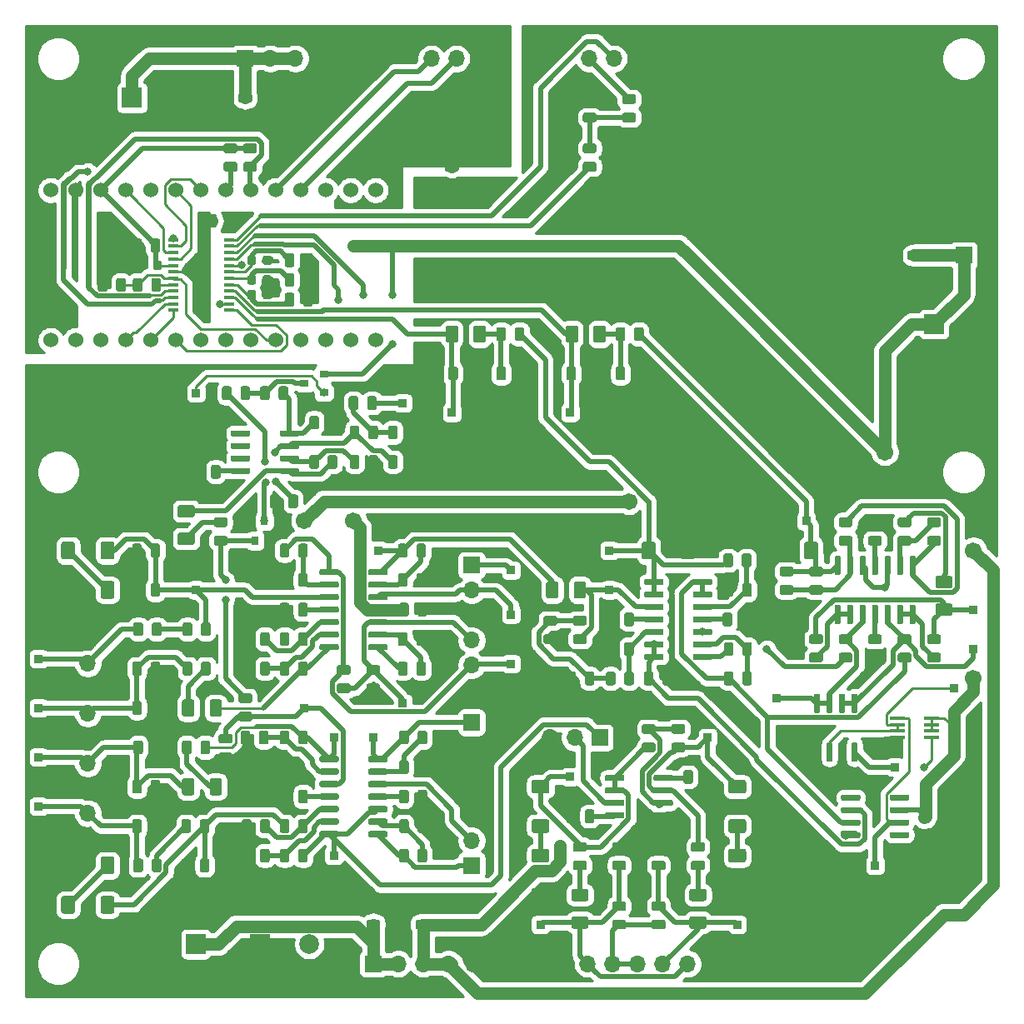
<source format=gtl>
G04 #@! TF.GenerationSoftware,KiCad,Pcbnew,5.1.5+dfsg1-2build2*
G04 #@! TF.CreationDate,2020-07-09T14:01:37-04:00*
G04 #@! TF.ProjectId,processing,70726f63-6573-4736-996e-672e6b696361,rev?*
G04 #@! TF.SameCoordinates,Original*
G04 #@! TF.FileFunction,Copper,L1,Top*
G04 #@! TF.FilePolarity,Positive*
%FSLAX46Y46*%
G04 Gerber Fmt 4.6, Leading zero omitted, Abs format (unit mm)*
G04 Created by KiCad (PCBNEW 5.1.5+dfsg1-2build2) date 2020-07-09 14:01:37*
%MOMM*%
%LPD*%
G04 APERTURE LIST*
%ADD10C,1.524000*%
%ADD11R,1.100000X0.400000*%
%ADD12C,0.100000*%
%ADD13R,0.850000X0.850000*%
%ADD14O,1.700000X1.700000*%
%ADD15R,1.700000X1.700000*%
%ADD16R,1.600000X0.300000*%
%ADD17R,0.800000X0.900000*%
%ADD18R,0.900000X0.800000*%
%ADD19C,2.000000*%
%ADD20R,2.000000X2.000000*%
%ADD21C,0.800000*%
%ADD22C,1.701800*%
%ADD23C,0.254000*%
%ADD24C,0.508000*%
%ADD25C,1.270000*%
G04 APERTURE END LIST*
D10*
X23220000Y-37380000D03*
X25760000Y-37380000D03*
X28300000Y-37380000D03*
X30840000Y-37380000D03*
X33380000Y-37380000D03*
X35920000Y-37380000D03*
X38460000Y-37380000D03*
X41000000Y-37380000D03*
X43540000Y-37380000D03*
X46080000Y-37380000D03*
X48620000Y-37380000D03*
X51160000Y-37380000D03*
X53700000Y-37380000D03*
X56240000Y-37380000D03*
X56240000Y-52620000D03*
X53700000Y-52620000D03*
X51160000Y-52620000D03*
X48620000Y-52620000D03*
X46080000Y-52620000D03*
X43540000Y-52620000D03*
X41000000Y-52620000D03*
X38460000Y-52620000D03*
X35920000Y-52620000D03*
X33380000Y-52620000D03*
X30840000Y-52620000D03*
X28300000Y-52620000D03*
X25760000Y-52620000D03*
X23220000Y-52620000D03*
D11*
X41350000Y-42425000D03*
X41350000Y-43075000D03*
X41350000Y-43725000D03*
X41350000Y-44375000D03*
X41350000Y-45025000D03*
X41350000Y-45675000D03*
X41350000Y-46325000D03*
X41350000Y-46975000D03*
X41350000Y-47625000D03*
X41350000Y-48275000D03*
X41350000Y-48925000D03*
X41350000Y-49575000D03*
X35650000Y-49575000D03*
X35650000Y-48925000D03*
X35650000Y-48275000D03*
X35650000Y-47625000D03*
X35650000Y-46975000D03*
X35650000Y-46325000D03*
X35650000Y-45675000D03*
X35650000Y-45025000D03*
X35650000Y-44375000D03*
X35650000Y-43725000D03*
X35650000Y-43075000D03*
X35650000Y-42425000D03*
G04 #@! TA.AperFunction,SMDPad,CuDef*
D12*
G36*
X39892642Y-39801174D02*
G01*
X39916303Y-39804684D01*
X39939507Y-39810496D01*
X39962029Y-39818554D01*
X39983653Y-39828782D01*
X40004170Y-39841079D01*
X40023383Y-39855329D01*
X40041107Y-39871393D01*
X40057171Y-39889117D01*
X40071421Y-39908330D01*
X40083718Y-39928847D01*
X40093946Y-39950471D01*
X40102004Y-39972993D01*
X40107816Y-39996197D01*
X40111326Y-40019858D01*
X40112500Y-40043750D01*
X40112500Y-40956250D01*
X40111326Y-40980142D01*
X40107816Y-41003803D01*
X40102004Y-41027007D01*
X40093946Y-41049529D01*
X40083718Y-41071153D01*
X40071421Y-41091670D01*
X40057171Y-41110883D01*
X40041107Y-41128607D01*
X40023383Y-41144671D01*
X40004170Y-41158921D01*
X39983653Y-41171218D01*
X39962029Y-41181446D01*
X39939507Y-41189504D01*
X39916303Y-41195316D01*
X39892642Y-41198826D01*
X39868750Y-41200000D01*
X39381250Y-41200000D01*
X39357358Y-41198826D01*
X39333697Y-41195316D01*
X39310493Y-41189504D01*
X39287971Y-41181446D01*
X39266347Y-41171218D01*
X39245830Y-41158921D01*
X39226617Y-41144671D01*
X39208893Y-41128607D01*
X39192829Y-41110883D01*
X39178579Y-41091670D01*
X39166282Y-41071153D01*
X39156054Y-41049529D01*
X39147996Y-41027007D01*
X39142184Y-41003803D01*
X39138674Y-40980142D01*
X39137500Y-40956250D01*
X39137500Y-40043750D01*
X39138674Y-40019858D01*
X39142184Y-39996197D01*
X39147996Y-39972993D01*
X39156054Y-39950471D01*
X39166282Y-39928847D01*
X39178579Y-39908330D01*
X39192829Y-39889117D01*
X39208893Y-39871393D01*
X39226617Y-39855329D01*
X39245830Y-39841079D01*
X39266347Y-39828782D01*
X39287971Y-39818554D01*
X39310493Y-39810496D01*
X39333697Y-39804684D01*
X39357358Y-39801174D01*
X39381250Y-39800000D01*
X39868750Y-39800000D01*
X39892642Y-39801174D01*
G37*
G04 #@! TD.AperFunction*
G04 #@! TA.AperFunction,SMDPad,CuDef*
G36*
X41767642Y-39801174D02*
G01*
X41791303Y-39804684D01*
X41814507Y-39810496D01*
X41837029Y-39818554D01*
X41858653Y-39828782D01*
X41879170Y-39841079D01*
X41898383Y-39855329D01*
X41916107Y-39871393D01*
X41932171Y-39889117D01*
X41946421Y-39908330D01*
X41958718Y-39928847D01*
X41968946Y-39950471D01*
X41977004Y-39972993D01*
X41982816Y-39996197D01*
X41986326Y-40019858D01*
X41987500Y-40043750D01*
X41987500Y-40956250D01*
X41986326Y-40980142D01*
X41982816Y-41003803D01*
X41977004Y-41027007D01*
X41968946Y-41049529D01*
X41958718Y-41071153D01*
X41946421Y-41091670D01*
X41932171Y-41110883D01*
X41916107Y-41128607D01*
X41898383Y-41144671D01*
X41879170Y-41158921D01*
X41858653Y-41171218D01*
X41837029Y-41181446D01*
X41814507Y-41189504D01*
X41791303Y-41195316D01*
X41767642Y-41198826D01*
X41743750Y-41200000D01*
X41256250Y-41200000D01*
X41232358Y-41198826D01*
X41208697Y-41195316D01*
X41185493Y-41189504D01*
X41162971Y-41181446D01*
X41141347Y-41171218D01*
X41120830Y-41158921D01*
X41101617Y-41144671D01*
X41083893Y-41128607D01*
X41067829Y-41110883D01*
X41053579Y-41091670D01*
X41041282Y-41071153D01*
X41031054Y-41049529D01*
X41022996Y-41027007D01*
X41017184Y-41003803D01*
X41013674Y-40980142D01*
X41012500Y-40956250D01*
X41012500Y-40043750D01*
X41013674Y-40019858D01*
X41017184Y-39996197D01*
X41022996Y-39972993D01*
X41031054Y-39950471D01*
X41041282Y-39928847D01*
X41053579Y-39908330D01*
X41067829Y-39889117D01*
X41083893Y-39871393D01*
X41101617Y-39855329D01*
X41120830Y-39841079D01*
X41141347Y-39828782D01*
X41162971Y-39818554D01*
X41185493Y-39810496D01*
X41208697Y-39804684D01*
X41232358Y-39801174D01*
X41256250Y-39800000D01*
X41743750Y-39800000D01*
X41767642Y-39801174D01*
G37*
G04 #@! TD.AperFunction*
G04 #@! TA.AperFunction,SMDPad,CuDef*
G36*
X32740191Y-44526053D02*
G01*
X32761426Y-44529203D01*
X32782250Y-44534419D01*
X32802462Y-44541651D01*
X32821868Y-44550830D01*
X32840281Y-44561866D01*
X32857524Y-44574654D01*
X32873430Y-44589070D01*
X32887846Y-44604976D01*
X32900634Y-44622219D01*
X32911670Y-44640632D01*
X32920849Y-44660038D01*
X32928081Y-44680250D01*
X32933297Y-44701074D01*
X32936447Y-44722309D01*
X32937500Y-44743750D01*
X32937500Y-45256250D01*
X32936447Y-45277691D01*
X32933297Y-45298926D01*
X32928081Y-45319750D01*
X32920849Y-45339962D01*
X32911670Y-45359368D01*
X32900634Y-45377781D01*
X32887846Y-45395024D01*
X32873430Y-45410930D01*
X32857524Y-45425346D01*
X32840281Y-45438134D01*
X32821868Y-45449170D01*
X32802462Y-45458349D01*
X32782250Y-45465581D01*
X32761426Y-45470797D01*
X32740191Y-45473947D01*
X32718750Y-45475000D01*
X32281250Y-45475000D01*
X32259809Y-45473947D01*
X32238574Y-45470797D01*
X32217750Y-45465581D01*
X32197538Y-45458349D01*
X32178132Y-45449170D01*
X32159719Y-45438134D01*
X32142476Y-45425346D01*
X32126570Y-45410930D01*
X32112154Y-45395024D01*
X32099366Y-45377781D01*
X32088330Y-45359368D01*
X32079151Y-45339962D01*
X32071919Y-45319750D01*
X32066703Y-45298926D01*
X32063553Y-45277691D01*
X32062500Y-45256250D01*
X32062500Y-44743750D01*
X32063553Y-44722309D01*
X32066703Y-44701074D01*
X32071919Y-44680250D01*
X32079151Y-44660038D01*
X32088330Y-44640632D01*
X32099366Y-44622219D01*
X32112154Y-44604976D01*
X32126570Y-44589070D01*
X32142476Y-44574654D01*
X32159719Y-44561866D01*
X32178132Y-44550830D01*
X32197538Y-44541651D01*
X32217750Y-44534419D01*
X32238574Y-44529203D01*
X32259809Y-44526053D01*
X32281250Y-44525000D01*
X32718750Y-44525000D01*
X32740191Y-44526053D01*
G37*
G04 #@! TD.AperFunction*
G04 #@! TA.AperFunction,SMDPad,CuDef*
G36*
X34315191Y-44526053D02*
G01*
X34336426Y-44529203D01*
X34357250Y-44534419D01*
X34377462Y-44541651D01*
X34396868Y-44550830D01*
X34415281Y-44561866D01*
X34432524Y-44574654D01*
X34448430Y-44589070D01*
X34462846Y-44604976D01*
X34475634Y-44622219D01*
X34486670Y-44640632D01*
X34495849Y-44660038D01*
X34503081Y-44680250D01*
X34508297Y-44701074D01*
X34511447Y-44722309D01*
X34512500Y-44743750D01*
X34512500Y-45256250D01*
X34511447Y-45277691D01*
X34508297Y-45298926D01*
X34503081Y-45319750D01*
X34495849Y-45339962D01*
X34486670Y-45359368D01*
X34475634Y-45377781D01*
X34462846Y-45395024D01*
X34448430Y-45410930D01*
X34432524Y-45425346D01*
X34415281Y-45438134D01*
X34396868Y-45449170D01*
X34377462Y-45458349D01*
X34357250Y-45465581D01*
X34336426Y-45470797D01*
X34315191Y-45473947D01*
X34293750Y-45475000D01*
X33856250Y-45475000D01*
X33834809Y-45473947D01*
X33813574Y-45470797D01*
X33792750Y-45465581D01*
X33772538Y-45458349D01*
X33753132Y-45449170D01*
X33734719Y-45438134D01*
X33717476Y-45425346D01*
X33701570Y-45410930D01*
X33687154Y-45395024D01*
X33674366Y-45377781D01*
X33663330Y-45359368D01*
X33654151Y-45339962D01*
X33646919Y-45319750D01*
X33641703Y-45298926D01*
X33638553Y-45277691D01*
X33637500Y-45256250D01*
X33637500Y-44743750D01*
X33638553Y-44722309D01*
X33641703Y-44701074D01*
X33646919Y-44680250D01*
X33654151Y-44660038D01*
X33663330Y-44640632D01*
X33674366Y-44622219D01*
X33687154Y-44604976D01*
X33701570Y-44589070D01*
X33717476Y-44574654D01*
X33734719Y-44561866D01*
X33753132Y-44550830D01*
X33772538Y-44541651D01*
X33792750Y-44534419D01*
X33813574Y-44529203D01*
X33834809Y-44526053D01*
X33856250Y-44525000D01*
X34293750Y-44525000D01*
X34315191Y-44526053D01*
G37*
G04 #@! TD.AperFunction*
G04 #@! TA.AperFunction,SMDPad,CuDef*
G36*
X45465191Y-44026053D02*
G01*
X45486426Y-44029203D01*
X45507250Y-44034419D01*
X45527462Y-44041651D01*
X45546868Y-44050830D01*
X45565281Y-44061866D01*
X45582524Y-44074654D01*
X45598430Y-44089070D01*
X45612846Y-44104976D01*
X45625634Y-44122219D01*
X45636670Y-44140632D01*
X45645849Y-44160038D01*
X45653081Y-44180250D01*
X45658297Y-44201074D01*
X45661447Y-44222309D01*
X45662500Y-44243750D01*
X45662500Y-44756250D01*
X45661447Y-44777691D01*
X45658297Y-44798926D01*
X45653081Y-44819750D01*
X45645849Y-44839962D01*
X45636670Y-44859368D01*
X45625634Y-44877781D01*
X45612846Y-44895024D01*
X45598430Y-44910930D01*
X45582524Y-44925346D01*
X45565281Y-44938134D01*
X45546868Y-44949170D01*
X45527462Y-44958349D01*
X45507250Y-44965581D01*
X45486426Y-44970797D01*
X45465191Y-44973947D01*
X45443750Y-44975000D01*
X45006250Y-44975000D01*
X44984809Y-44973947D01*
X44963574Y-44970797D01*
X44942750Y-44965581D01*
X44922538Y-44958349D01*
X44903132Y-44949170D01*
X44884719Y-44938134D01*
X44867476Y-44925346D01*
X44851570Y-44910930D01*
X44837154Y-44895024D01*
X44824366Y-44877781D01*
X44813330Y-44859368D01*
X44804151Y-44839962D01*
X44796919Y-44819750D01*
X44791703Y-44798926D01*
X44788553Y-44777691D01*
X44787500Y-44756250D01*
X44787500Y-44243750D01*
X44788553Y-44222309D01*
X44791703Y-44201074D01*
X44796919Y-44180250D01*
X44804151Y-44160038D01*
X44813330Y-44140632D01*
X44824366Y-44122219D01*
X44837154Y-44104976D01*
X44851570Y-44089070D01*
X44867476Y-44074654D01*
X44884719Y-44061866D01*
X44903132Y-44050830D01*
X44922538Y-44041651D01*
X44942750Y-44034419D01*
X44963574Y-44029203D01*
X44984809Y-44026053D01*
X45006250Y-44025000D01*
X45443750Y-44025000D01*
X45465191Y-44026053D01*
G37*
G04 #@! TD.AperFunction*
G04 #@! TA.AperFunction,SMDPad,CuDef*
G36*
X43890191Y-44026053D02*
G01*
X43911426Y-44029203D01*
X43932250Y-44034419D01*
X43952462Y-44041651D01*
X43971868Y-44050830D01*
X43990281Y-44061866D01*
X44007524Y-44074654D01*
X44023430Y-44089070D01*
X44037846Y-44104976D01*
X44050634Y-44122219D01*
X44061670Y-44140632D01*
X44070849Y-44160038D01*
X44078081Y-44180250D01*
X44083297Y-44201074D01*
X44086447Y-44222309D01*
X44087500Y-44243750D01*
X44087500Y-44756250D01*
X44086447Y-44777691D01*
X44083297Y-44798926D01*
X44078081Y-44819750D01*
X44070849Y-44839962D01*
X44061670Y-44859368D01*
X44050634Y-44877781D01*
X44037846Y-44895024D01*
X44023430Y-44910930D01*
X44007524Y-44925346D01*
X43990281Y-44938134D01*
X43971868Y-44949170D01*
X43952462Y-44958349D01*
X43932250Y-44965581D01*
X43911426Y-44970797D01*
X43890191Y-44973947D01*
X43868750Y-44975000D01*
X43431250Y-44975000D01*
X43409809Y-44973947D01*
X43388574Y-44970797D01*
X43367750Y-44965581D01*
X43347538Y-44958349D01*
X43328132Y-44949170D01*
X43309719Y-44938134D01*
X43292476Y-44925346D01*
X43276570Y-44910930D01*
X43262154Y-44895024D01*
X43249366Y-44877781D01*
X43238330Y-44859368D01*
X43229151Y-44839962D01*
X43221919Y-44819750D01*
X43216703Y-44798926D01*
X43213553Y-44777691D01*
X43212500Y-44756250D01*
X43212500Y-44243750D01*
X43213553Y-44222309D01*
X43216703Y-44201074D01*
X43221919Y-44180250D01*
X43229151Y-44160038D01*
X43238330Y-44140632D01*
X43249366Y-44122219D01*
X43262154Y-44104976D01*
X43276570Y-44089070D01*
X43292476Y-44074654D01*
X43309719Y-44061866D01*
X43328132Y-44050830D01*
X43347538Y-44041651D01*
X43367750Y-44034419D01*
X43388574Y-44029203D01*
X43409809Y-44026053D01*
X43431250Y-44025000D01*
X43868750Y-44025000D01*
X43890191Y-44026053D01*
G37*
G04 #@! TD.AperFunction*
G04 #@! TA.AperFunction,SMDPad,CuDef*
G36*
X43890191Y-47526053D02*
G01*
X43911426Y-47529203D01*
X43932250Y-47534419D01*
X43952462Y-47541651D01*
X43971868Y-47550830D01*
X43990281Y-47561866D01*
X44007524Y-47574654D01*
X44023430Y-47589070D01*
X44037846Y-47604976D01*
X44050634Y-47622219D01*
X44061670Y-47640632D01*
X44070849Y-47660038D01*
X44078081Y-47680250D01*
X44083297Y-47701074D01*
X44086447Y-47722309D01*
X44087500Y-47743750D01*
X44087500Y-48256250D01*
X44086447Y-48277691D01*
X44083297Y-48298926D01*
X44078081Y-48319750D01*
X44070849Y-48339962D01*
X44061670Y-48359368D01*
X44050634Y-48377781D01*
X44037846Y-48395024D01*
X44023430Y-48410930D01*
X44007524Y-48425346D01*
X43990281Y-48438134D01*
X43971868Y-48449170D01*
X43952462Y-48458349D01*
X43932250Y-48465581D01*
X43911426Y-48470797D01*
X43890191Y-48473947D01*
X43868750Y-48475000D01*
X43431250Y-48475000D01*
X43409809Y-48473947D01*
X43388574Y-48470797D01*
X43367750Y-48465581D01*
X43347538Y-48458349D01*
X43328132Y-48449170D01*
X43309719Y-48438134D01*
X43292476Y-48425346D01*
X43276570Y-48410930D01*
X43262154Y-48395024D01*
X43249366Y-48377781D01*
X43238330Y-48359368D01*
X43229151Y-48339962D01*
X43221919Y-48319750D01*
X43216703Y-48298926D01*
X43213553Y-48277691D01*
X43212500Y-48256250D01*
X43212500Y-47743750D01*
X43213553Y-47722309D01*
X43216703Y-47701074D01*
X43221919Y-47680250D01*
X43229151Y-47660038D01*
X43238330Y-47640632D01*
X43249366Y-47622219D01*
X43262154Y-47604976D01*
X43276570Y-47589070D01*
X43292476Y-47574654D01*
X43309719Y-47561866D01*
X43328132Y-47550830D01*
X43347538Y-47541651D01*
X43367750Y-47534419D01*
X43388574Y-47529203D01*
X43409809Y-47526053D01*
X43431250Y-47525000D01*
X43868750Y-47525000D01*
X43890191Y-47526053D01*
G37*
G04 #@! TD.AperFunction*
G04 #@! TA.AperFunction,SMDPad,CuDef*
G36*
X45465191Y-47526053D02*
G01*
X45486426Y-47529203D01*
X45507250Y-47534419D01*
X45527462Y-47541651D01*
X45546868Y-47550830D01*
X45565281Y-47561866D01*
X45582524Y-47574654D01*
X45598430Y-47589070D01*
X45612846Y-47604976D01*
X45625634Y-47622219D01*
X45636670Y-47640632D01*
X45645849Y-47660038D01*
X45653081Y-47680250D01*
X45658297Y-47701074D01*
X45661447Y-47722309D01*
X45662500Y-47743750D01*
X45662500Y-48256250D01*
X45661447Y-48277691D01*
X45658297Y-48298926D01*
X45653081Y-48319750D01*
X45645849Y-48339962D01*
X45636670Y-48359368D01*
X45625634Y-48377781D01*
X45612846Y-48395024D01*
X45598430Y-48410930D01*
X45582524Y-48425346D01*
X45565281Y-48438134D01*
X45546868Y-48449170D01*
X45527462Y-48458349D01*
X45507250Y-48465581D01*
X45486426Y-48470797D01*
X45465191Y-48473947D01*
X45443750Y-48475000D01*
X45006250Y-48475000D01*
X44984809Y-48473947D01*
X44963574Y-48470797D01*
X44942750Y-48465581D01*
X44922538Y-48458349D01*
X44903132Y-48449170D01*
X44884719Y-48438134D01*
X44867476Y-48425346D01*
X44851570Y-48410930D01*
X44837154Y-48395024D01*
X44824366Y-48377781D01*
X44813330Y-48359368D01*
X44804151Y-48339962D01*
X44796919Y-48319750D01*
X44791703Y-48298926D01*
X44788553Y-48277691D01*
X44787500Y-48256250D01*
X44787500Y-47743750D01*
X44788553Y-47722309D01*
X44791703Y-47701074D01*
X44796919Y-47680250D01*
X44804151Y-47660038D01*
X44813330Y-47640632D01*
X44824366Y-47622219D01*
X44837154Y-47604976D01*
X44851570Y-47589070D01*
X44867476Y-47574654D01*
X44884719Y-47561866D01*
X44903132Y-47550830D01*
X44922538Y-47541651D01*
X44942750Y-47534419D01*
X44963574Y-47529203D01*
X44984809Y-47526053D01*
X45006250Y-47525000D01*
X45443750Y-47525000D01*
X45465191Y-47526053D01*
G37*
G04 #@! TD.AperFunction*
G04 #@! TA.AperFunction,SMDPad,CuDef*
G36*
X45465191Y-46026053D02*
G01*
X45486426Y-46029203D01*
X45507250Y-46034419D01*
X45527462Y-46041651D01*
X45546868Y-46050830D01*
X45565281Y-46061866D01*
X45582524Y-46074654D01*
X45598430Y-46089070D01*
X45612846Y-46104976D01*
X45625634Y-46122219D01*
X45636670Y-46140632D01*
X45645849Y-46160038D01*
X45653081Y-46180250D01*
X45658297Y-46201074D01*
X45661447Y-46222309D01*
X45662500Y-46243750D01*
X45662500Y-46756250D01*
X45661447Y-46777691D01*
X45658297Y-46798926D01*
X45653081Y-46819750D01*
X45645849Y-46839962D01*
X45636670Y-46859368D01*
X45625634Y-46877781D01*
X45612846Y-46895024D01*
X45598430Y-46910930D01*
X45582524Y-46925346D01*
X45565281Y-46938134D01*
X45546868Y-46949170D01*
X45527462Y-46958349D01*
X45507250Y-46965581D01*
X45486426Y-46970797D01*
X45465191Y-46973947D01*
X45443750Y-46975000D01*
X45006250Y-46975000D01*
X44984809Y-46973947D01*
X44963574Y-46970797D01*
X44942750Y-46965581D01*
X44922538Y-46958349D01*
X44903132Y-46949170D01*
X44884719Y-46938134D01*
X44867476Y-46925346D01*
X44851570Y-46910930D01*
X44837154Y-46895024D01*
X44824366Y-46877781D01*
X44813330Y-46859368D01*
X44804151Y-46839962D01*
X44796919Y-46819750D01*
X44791703Y-46798926D01*
X44788553Y-46777691D01*
X44787500Y-46756250D01*
X44787500Y-46243750D01*
X44788553Y-46222309D01*
X44791703Y-46201074D01*
X44796919Y-46180250D01*
X44804151Y-46160038D01*
X44813330Y-46140632D01*
X44824366Y-46122219D01*
X44837154Y-46104976D01*
X44851570Y-46089070D01*
X44867476Y-46074654D01*
X44884719Y-46061866D01*
X44903132Y-46050830D01*
X44922538Y-46041651D01*
X44942750Y-46034419D01*
X44963574Y-46029203D01*
X44984809Y-46026053D01*
X45006250Y-46025000D01*
X45443750Y-46025000D01*
X45465191Y-46026053D01*
G37*
G04 #@! TD.AperFunction*
G04 #@! TA.AperFunction,SMDPad,CuDef*
G36*
X43890191Y-46026053D02*
G01*
X43911426Y-46029203D01*
X43932250Y-46034419D01*
X43952462Y-46041651D01*
X43971868Y-46050830D01*
X43990281Y-46061866D01*
X44007524Y-46074654D01*
X44023430Y-46089070D01*
X44037846Y-46104976D01*
X44050634Y-46122219D01*
X44061670Y-46140632D01*
X44070849Y-46160038D01*
X44078081Y-46180250D01*
X44083297Y-46201074D01*
X44086447Y-46222309D01*
X44087500Y-46243750D01*
X44087500Y-46756250D01*
X44086447Y-46777691D01*
X44083297Y-46798926D01*
X44078081Y-46819750D01*
X44070849Y-46839962D01*
X44061670Y-46859368D01*
X44050634Y-46877781D01*
X44037846Y-46895024D01*
X44023430Y-46910930D01*
X44007524Y-46925346D01*
X43990281Y-46938134D01*
X43971868Y-46949170D01*
X43952462Y-46958349D01*
X43932250Y-46965581D01*
X43911426Y-46970797D01*
X43890191Y-46973947D01*
X43868750Y-46975000D01*
X43431250Y-46975000D01*
X43409809Y-46973947D01*
X43388574Y-46970797D01*
X43367750Y-46965581D01*
X43347538Y-46958349D01*
X43328132Y-46949170D01*
X43309719Y-46938134D01*
X43292476Y-46925346D01*
X43276570Y-46910930D01*
X43262154Y-46895024D01*
X43249366Y-46877781D01*
X43238330Y-46859368D01*
X43229151Y-46839962D01*
X43221919Y-46819750D01*
X43216703Y-46798926D01*
X43213553Y-46777691D01*
X43212500Y-46756250D01*
X43212500Y-46243750D01*
X43213553Y-46222309D01*
X43216703Y-46201074D01*
X43221919Y-46180250D01*
X43229151Y-46160038D01*
X43238330Y-46140632D01*
X43249366Y-46122219D01*
X43262154Y-46104976D01*
X43276570Y-46089070D01*
X43292476Y-46074654D01*
X43309719Y-46061866D01*
X43328132Y-46050830D01*
X43347538Y-46041651D01*
X43367750Y-46034419D01*
X43388574Y-46029203D01*
X43409809Y-46026053D01*
X43431250Y-46025000D01*
X43868750Y-46025000D01*
X43890191Y-46026053D01*
G37*
G04 #@! TD.AperFunction*
G04 #@! TA.AperFunction,SMDPad,CuDef*
G36*
X64480142Y-34513674D02*
G01*
X64503803Y-34517184D01*
X64527007Y-34522996D01*
X64549529Y-34531054D01*
X64571153Y-34541282D01*
X64591670Y-34553579D01*
X64610883Y-34567829D01*
X64628607Y-34583893D01*
X64644671Y-34601617D01*
X64658921Y-34620830D01*
X64671218Y-34641347D01*
X64681446Y-34662971D01*
X64689504Y-34685493D01*
X64695316Y-34708697D01*
X64698826Y-34732358D01*
X64700000Y-34756250D01*
X64700000Y-35243750D01*
X64698826Y-35267642D01*
X64695316Y-35291303D01*
X64689504Y-35314507D01*
X64681446Y-35337029D01*
X64671218Y-35358653D01*
X64658921Y-35379170D01*
X64644671Y-35398383D01*
X64628607Y-35416107D01*
X64610883Y-35432171D01*
X64591670Y-35446421D01*
X64571153Y-35458718D01*
X64549529Y-35468946D01*
X64527007Y-35477004D01*
X64503803Y-35482816D01*
X64480142Y-35486326D01*
X64456250Y-35487500D01*
X63543750Y-35487500D01*
X63519858Y-35486326D01*
X63496197Y-35482816D01*
X63472993Y-35477004D01*
X63450471Y-35468946D01*
X63428847Y-35458718D01*
X63408330Y-35446421D01*
X63389117Y-35432171D01*
X63371393Y-35416107D01*
X63355329Y-35398383D01*
X63341079Y-35379170D01*
X63328782Y-35358653D01*
X63318554Y-35337029D01*
X63310496Y-35314507D01*
X63304684Y-35291303D01*
X63301174Y-35267642D01*
X63300000Y-35243750D01*
X63300000Y-34756250D01*
X63301174Y-34732358D01*
X63304684Y-34708697D01*
X63310496Y-34685493D01*
X63318554Y-34662971D01*
X63328782Y-34641347D01*
X63341079Y-34620830D01*
X63355329Y-34601617D01*
X63371393Y-34583893D01*
X63389117Y-34567829D01*
X63408330Y-34553579D01*
X63428847Y-34541282D01*
X63450471Y-34531054D01*
X63472993Y-34522996D01*
X63496197Y-34517184D01*
X63519858Y-34513674D01*
X63543750Y-34512500D01*
X64456250Y-34512500D01*
X64480142Y-34513674D01*
G37*
G04 #@! TD.AperFunction*
G04 #@! TA.AperFunction,SMDPad,CuDef*
G36*
X64480142Y-36388674D02*
G01*
X64503803Y-36392184D01*
X64527007Y-36397996D01*
X64549529Y-36406054D01*
X64571153Y-36416282D01*
X64591670Y-36428579D01*
X64610883Y-36442829D01*
X64628607Y-36458893D01*
X64644671Y-36476617D01*
X64658921Y-36495830D01*
X64671218Y-36516347D01*
X64681446Y-36537971D01*
X64689504Y-36560493D01*
X64695316Y-36583697D01*
X64698826Y-36607358D01*
X64700000Y-36631250D01*
X64700000Y-37118750D01*
X64698826Y-37142642D01*
X64695316Y-37166303D01*
X64689504Y-37189507D01*
X64681446Y-37212029D01*
X64671218Y-37233653D01*
X64658921Y-37254170D01*
X64644671Y-37273383D01*
X64628607Y-37291107D01*
X64610883Y-37307171D01*
X64591670Y-37321421D01*
X64571153Y-37333718D01*
X64549529Y-37343946D01*
X64527007Y-37352004D01*
X64503803Y-37357816D01*
X64480142Y-37361326D01*
X64456250Y-37362500D01*
X63543750Y-37362500D01*
X63519858Y-37361326D01*
X63496197Y-37357816D01*
X63472993Y-37352004D01*
X63450471Y-37343946D01*
X63428847Y-37333718D01*
X63408330Y-37321421D01*
X63389117Y-37307171D01*
X63371393Y-37291107D01*
X63355329Y-37273383D01*
X63341079Y-37254170D01*
X63328782Y-37233653D01*
X63318554Y-37212029D01*
X63310496Y-37189507D01*
X63304684Y-37166303D01*
X63301174Y-37142642D01*
X63300000Y-37118750D01*
X63300000Y-36631250D01*
X63301174Y-36607358D01*
X63304684Y-36583697D01*
X63310496Y-36560493D01*
X63318554Y-36537971D01*
X63328782Y-36516347D01*
X63341079Y-36495830D01*
X63355329Y-36476617D01*
X63371393Y-36458893D01*
X63389117Y-36442829D01*
X63408330Y-36428579D01*
X63428847Y-36416282D01*
X63450471Y-36406054D01*
X63472993Y-36397996D01*
X63496197Y-36392184D01*
X63519858Y-36388674D01*
X63543750Y-36387500D01*
X64456250Y-36387500D01*
X64480142Y-36388674D01*
G37*
G04 #@! TD.AperFunction*
G04 #@! TA.AperFunction,SMDPad,CuDef*
G36*
X114267642Y-100301174D02*
G01*
X114291303Y-100304684D01*
X114314507Y-100310496D01*
X114337029Y-100318554D01*
X114358653Y-100328782D01*
X114379170Y-100341079D01*
X114398383Y-100355329D01*
X114416107Y-100371393D01*
X114432171Y-100389117D01*
X114446421Y-100408330D01*
X114458718Y-100428847D01*
X114468946Y-100450471D01*
X114477004Y-100472993D01*
X114482816Y-100496197D01*
X114486326Y-100519858D01*
X114487500Y-100543750D01*
X114487500Y-101456250D01*
X114486326Y-101480142D01*
X114482816Y-101503803D01*
X114477004Y-101527007D01*
X114468946Y-101549529D01*
X114458718Y-101571153D01*
X114446421Y-101591670D01*
X114432171Y-101610883D01*
X114416107Y-101628607D01*
X114398383Y-101644671D01*
X114379170Y-101658921D01*
X114358653Y-101671218D01*
X114337029Y-101681446D01*
X114314507Y-101689504D01*
X114291303Y-101695316D01*
X114267642Y-101698826D01*
X114243750Y-101700000D01*
X113756250Y-101700000D01*
X113732358Y-101698826D01*
X113708697Y-101695316D01*
X113685493Y-101689504D01*
X113662971Y-101681446D01*
X113641347Y-101671218D01*
X113620830Y-101658921D01*
X113601617Y-101644671D01*
X113583893Y-101628607D01*
X113567829Y-101610883D01*
X113553579Y-101591670D01*
X113541282Y-101571153D01*
X113531054Y-101549529D01*
X113522996Y-101527007D01*
X113517184Y-101503803D01*
X113513674Y-101480142D01*
X113512500Y-101456250D01*
X113512500Y-100543750D01*
X113513674Y-100519858D01*
X113517184Y-100496197D01*
X113522996Y-100472993D01*
X113531054Y-100450471D01*
X113541282Y-100428847D01*
X113553579Y-100408330D01*
X113567829Y-100389117D01*
X113583893Y-100371393D01*
X113601617Y-100355329D01*
X113620830Y-100341079D01*
X113641347Y-100328782D01*
X113662971Y-100318554D01*
X113685493Y-100310496D01*
X113708697Y-100304684D01*
X113732358Y-100301174D01*
X113756250Y-100300000D01*
X114243750Y-100300000D01*
X114267642Y-100301174D01*
G37*
G04 #@! TD.AperFunction*
G04 #@! TA.AperFunction,SMDPad,CuDef*
G36*
X112392642Y-100301174D02*
G01*
X112416303Y-100304684D01*
X112439507Y-100310496D01*
X112462029Y-100318554D01*
X112483653Y-100328782D01*
X112504170Y-100341079D01*
X112523383Y-100355329D01*
X112541107Y-100371393D01*
X112557171Y-100389117D01*
X112571421Y-100408330D01*
X112583718Y-100428847D01*
X112593946Y-100450471D01*
X112602004Y-100472993D01*
X112607816Y-100496197D01*
X112611326Y-100519858D01*
X112612500Y-100543750D01*
X112612500Y-101456250D01*
X112611326Y-101480142D01*
X112607816Y-101503803D01*
X112602004Y-101527007D01*
X112593946Y-101549529D01*
X112583718Y-101571153D01*
X112571421Y-101591670D01*
X112557171Y-101610883D01*
X112541107Y-101628607D01*
X112523383Y-101644671D01*
X112504170Y-101658921D01*
X112483653Y-101671218D01*
X112462029Y-101681446D01*
X112439507Y-101689504D01*
X112416303Y-101695316D01*
X112392642Y-101698826D01*
X112368750Y-101700000D01*
X111881250Y-101700000D01*
X111857358Y-101698826D01*
X111833697Y-101695316D01*
X111810493Y-101689504D01*
X111787971Y-101681446D01*
X111766347Y-101671218D01*
X111745830Y-101658921D01*
X111726617Y-101644671D01*
X111708893Y-101628607D01*
X111692829Y-101610883D01*
X111678579Y-101591670D01*
X111666282Y-101571153D01*
X111656054Y-101549529D01*
X111647996Y-101527007D01*
X111642184Y-101503803D01*
X111638674Y-101480142D01*
X111637500Y-101456250D01*
X111637500Y-100543750D01*
X111638674Y-100519858D01*
X111642184Y-100496197D01*
X111647996Y-100472993D01*
X111656054Y-100450471D01*
X111666282Y-100428847D01*
X111678579Y-100408330D01*
X111692829Y-100389117D01*
X111708893Y-100371393D01*
X111726617Y-100355329D01*
X111745830Y-100341079D01*
X111766347Y-100328782D01*
X111787971Y-100318554D01*
X111810493Y-100310496D01*
X111833697Y-100304684D01*
X111857358Y-100301174D01*
X111881250Y-100300000D01*
X112368750Y-100300000D01*
X112392642Y-100301174D01*
G37*
G04 #@! TD.AperFunction*
G04 #@! TA.AperFunction,SMDPad,CuDef*
G36*
X43364703Y-65605722D02*
G01*
X43379264Y-65607882D01*
X43393543Y-65611459D01*
X43407403Y-65616418D01*
X43420710Y-65622712D01*
X43433336Y-65630280D01*
X43445159Y-65639048D01*
X43456066Y-65648934D01*
X43465952Y-65659841D01*
X43474720Y-65671664D01*
X43482288Y-65684290D01*
X43488582Y-65697597D01*
X43493541Y-65711457D01*
X43497118Y-65725736D01*
X43499278Y-65740297D01*
X43500000Y-65755000D01*
X43500000Y-66055000D01*
X43499278Y-66069703D01*
X43497118Y-66084264D01*
X43493541Y-66098543D01*
X43488582Y-66112403D01*
X43482288Y-66125710D01*
X43474720Y-66138336D01*
X43465952Y-66150159D01*
X43456066Y-66161066D01*
X43445159Y-66170952D01*
X43433336Y-66179720D01*
X43420710Y-66187288D01*
X43407403Y-66193582D01*
X43393543Y-66198541D01*
X43379264Y-66202118D01*
X43364703Y-66204278D01*
X43350000Y-66205000D01*
X41700000Y-66205000D01*
X41685297Y-66204278D01*
X41670736Y-66202118D01*
X41656457Y-66198541D01*
X41642597Y-66193582D01*
X41629290Y-66187288D01*
X41616664Y-66179720D01*
X41604841Y-66170952D01*
X41593934Y-66161066D01*
X41584048Y-66150159D01*
X41575280Y-66138336D01*
X41567712Y-66125710D01*
X41561418Y-66112403D01*
X41556459Y-66098543D01*
X41552882Y-66084264D01*
X41550722Y-66069703D01*
X41550000Y-66055000D01*
X41550000Y-65755000D01*
X41550722Y-65740297D01*
X41552882Y-65725736D01*
X41556459Y-65711457D01*
X41561418Y-65697597D01*
X41567712Y-65684290D01*
X41575280Y-65671664D01*
X41584048Y-65659841D01*
X41593934Y-65648934D01*
X41604841Y-65639048D01*
X41616664Y-65630280D01*
X41629290Y-65622712D01*
X41642597Y-65616418D01*
X41656457Y-65611459D01*
X41670736Y-65607882D01*
X41685297Y-65605722D01*
X41700000Y-65605000D01*
X43350000Y-65605000D01*
X43364703Y-65605722D01*
G37*
G04 #@! TD.AperFunction*
G04 #@! TA.AperFunction,SMDPad,CuDef*
G36*
X43364703Y-64335722D02*
G01*
X43379264Y-64337882D01*
X43393543Y-64341459D01*
X43407403Y-64346418D01*
X43420710Y-64352712D01*
X43433336Y-64360280D01*
X43445159Y-64369048D01*
X43456066Y-64378934D01*
X43465952Y-64389841D01*
X43474720Y-64401664D01*
X43482288Y-64414290D01*
X43488582Y-64427597D01*
X43493541Y-64441457D01*
X43497118Y-64455736D01*
X43499278Y-64470297D01*
X43500000Y-64485000D01*
X43500000Y-64785000D01*
X43499278Y-64799703D01*
X43497118Y-64814264D01*
X43493541Y-64828543D01*
X43488582Y-64842403D01*
X43482288Y-64855710D01*
X43474720Y-64868336D01*
X43465952Y-64880159D01*
X43456066Y-64891066D01*
X43445159Y-64900952D01*
X43433336Y-64909720D01*
X43420710Y-64917288D01*
X43407403Y-64923582D01*
X43393543Y-64928541D01*
X43379264Y-64932118D01*
X43364703Y-64934278D01*
X43350000Y-64935000D01*
X41700000Y-64935000D01*
X41685297Y-64934278D01*
X41670736Y-64932118D01*
X41656457Y-64928541D01*
X41642597Y-64923582D01*
X41629290Y-64917288D01*
X41616664Y-64909720D01*
X41604841Y-64900952D01*
X41593934Y-64891066D01*
X41584048Y-64880159D01*
X41575280Y-64868336D01*
X41567712Y-64855710D01*
X41561418Y-64842403D01*
X41556459Y-64828543D01*
X41552882Y-64814264D01*
X41550722Y-64799703D01*
X41550000Y-64785000D01*
X41550000Y-64485000D01*
X41550722Y-64470297D01*
X41552882Y-64455736D01*
X41556459Y-64441457D01*
X41561418Y-64427597D01*
X41567712Y-64414290D01*
X41575280Y-64401664D01*
X41584048Y-64389841D01*
X41593934Y-64378934D01*
X41604841Y-64369048D01*
X41616664Y-64360280D01*
X41629290Y-64352712D01*
X41642597Y-64346418D01*
X41656457Y-64341459D01*
X41670736Y-64337882D01*
X41685297Y-64335722D01*
X41700000Y-64335000D01*
X43350000Y-64335000D01*
X43364703Y-64335722D01*
G37*
G04 #@! TD.AperFunction*
G04 #@! TA.AperFunction,SMDPad,CuDef*
G36*
X43364703Y-63065722D02*
G01*
X43379264Y-63067882D01*
X43393543Y-63071459D01*
X43407403Y-63076418D01*
X43420710Y-63082712D01*
X43433336Y-63090280D01*
X43445159Y-63099048D01*
X43456066Y-63108934D01*
X43465952Y-63119841D01*
X43474720Y-63131664D01*
X43482288Y-63144290D01*
X43488582Y-63157597D01*
X43493541Y-63171457D01*
X43497118Y-63185736D01*
X43499278Y-63200297D01*
X43500000Y-63215000D01*
X43500000Y-63515000D01*
X43499278Y-63529703D01*
X43497118Y-63544264D01*
X43493541Y-63558543D01*
X43488582Y-63572403D01*
X43482288Y-63585710D01*
X43474720Y-63598336D01*
X43465952Y-63610159D01*
X43456066Y-63621066D01*
X43445159Y-63630952D01*
X43433336Y-63639720D01*
X43420710Y-63647288D01*
X43407403Y-63653582D01*
X43393543Y-63658541D01*
X43379264Y-63662118D01*
X43364703Y-63664278D01*
X43350000Y-63665000D01*
X41700000Y-63665000D01*
X41685297Y-63664278D01*
X41670736Y-63662118D01*
X41656457Y-63658541D01*
X41642597Y-63653582D01*
X41629290Y-63647288D01*
X41616664Y-63639720D01*
X41604841Y-63630952D01*
X41593934Y-63621066D01*
X41584048Y-63610159D01*
X41575280Y-63598336D01*
X41567712Y-63585710D01*
X41561418Y-63572403D01*
X41556459Y-63558543D01*
X41552882Y-63544264D01*
X41550722Y-63529703D01*
X41550000Y-63515000D01*
X41550000Y-63215000D01*
X41550722Y-63200297D01*
X41552882Y-63185736D01*
X41556459Y-63171457D01*
X41561418Y-63157597D01*
X41567712Y-63144290D01*
X41575280Y-63131664D01*
X41584048Y-63119841D01*
X41593934Y-63108934D01*
X41604841Y-63099048D01*
X41616664Y-63090280D01*
X41629290Y-63082712D01*
X41642597Y-63076418D01*
X41656457Y-63071459D01*
X41670736Y-63067882D01*
X41685297Y-63065722D01*
X41700000Y-63065000D01*
X43350000Y-63065000D01*
X43364703Y-63065722D01*
G37*
G04 #@! TD.AperFunction*
G04 #@! TA.AperFunction,SMDPad,CuDef*
G36*
X43364703Y-61795722D02*
G01*
X43379264Y-61797882D01*
X43393543Y-61801459D01*
X43407403Y-61806418D01*
X43420710Y-61812712D01*
X43433336Y-61820280D01*
X43445159Y-61829048D01*
X43456066Y-61838934D01*
X43465952Y-61849841D01*
X43474720Y-61861664D01*
X43482288Y-61874290D01*
X43488582Y-61887597D01*
X43493541Y-61901457D01*
X43497118Y-61915736D01*
X43499278Y-61930297D01*
X43500000Y-61945000D01*
X43500000Y-62245000D01*
X43499278Y-62259703D01*
X43497118Y-62274264D01*
X43493541Y-62288543D01*
X43488582Y-62302403D01*
X43482288Y-62315710D01*
X43474720Y-62328336D01*
X43465952Y-62340159D01*
X43456066Y-62351066D01*
X43445159Y-62360952D01*
X43433336Y-62369720D01*
X43420710Y-62377288D01*
X43407403Y-62383582D01*
X43393543Y-62388541D01*
X43379264Y-62392118D01*
X43364703Y-62394278D01*
X43350000Y-62395000D01*
X41700000Y-62395000D01*
X41685297Y-62394278D01*
X41670736Y-62392118D01*
X41656457Y-62388541D01*
X41642597Y-62383582D01*
X41629290Y-62377288D01*
X41616664Y-62369720D01*
X41604841Y-62360952D01*
X41593934Y-62351066D01*
X41584048Y-62340159D01*
X41575280Y-62328336D01*
X41567712Y-62315710D01*
X41561418Y-62302403D01*
X41556459Y-62288543D01*
X41552882Y-62274264D01*
X41550722Y-62259703D01*
X41550000Y-62245000D01*
X41550000Y-61945000D01*
X41550722Y-61930297D01*
X41552882Y-61915736D01*
X41556459Y-61901457D01*
X41561418Y-61887597D01*
X41567712Y-61874290D01*
X41575280Y-61861664D01*
X41584048Y-61849841D01*
X41593934Y-61838934D01*
X41604841Y-61829048D01*
X41616664Y-61820280D01*
X41629290Y-61812712D01*
X41642597Y-61806418D01*
X41656457Y-61801459D01*
X41670736Y-61797882D01*
X41685297Y-61795722D01*
X41700000Y-61795000D01*
X43350000Y-61795000D01*
X43364703Y-61795722D01*
G37*
G04 #@! TD.AperFunction*
G04 #@! TA.AperFunction,SMDPad,CuDef*
G36*
X48314703Y-61795722D02*
G01*
X48329264Y-61797882D01*
X48343543Y-61801459D01*
X48357403Y-61806418D01*
X48370710Y-61812712D01*
X48383336Y-61820280D01*
X48395159Y-61829048D01*
X48406066Y-61838934D01*
X48415952Y-61849841D01*
X48424720Y-61861664D01*
X48432288Y-61874290D01*
X48438582Y-61887597D01*
X48443541Y-61901457D01*
X48447118Y-61915736D01*
X48449278Y-61930297D01*
X48450000Y-61945000D01*
X48450000Y-62245000D01*
X48449278Y-62259703D01*
X48447118Y-62274264D01*
X48443541Y-62288543D01*
X48438582Y-62302403D01*
X48432288Y-62315710D01*
X48424720Y-62328336D01*
X48415952Y-62340159D01*
X48406066Y-62351066D01*
X48395159Y-62360952D01*
X48383336Y-62369720D01*
X48370710Y-62377288D01*
X48357403Y-62383582D01*
X48343543Y-62388541D01*
X48329264Y-62392118D01*
X48314703Y-62394278D01*
X48300000Y-62395000D01*
X46650000Y-62395000D01*
X46635297Y-62394278D01*
X46620736Y-62392118D01*
X46606457Y-62388541D01*
X46592597Y-62383582D01*
X46579290Y-62377288D01*
X46566664Y-62369720D01*
X46554841Y-62360952D01*
X46543934Y-62351066D01*
X46534048Y-62340159D01*
X46525280Y-62328336D01*
X46517712Y-62315710D01*
X46511418Y-62302403D01*
X46506459Y-62288543D01*
X46502882Y-62274264D01*
X46500722Y-62259703D01*
X46500000Y-62245000D01*
X46500000Y-61945000D01*
X46500722Y-61930297D01*
X46502882Y-61915736D01*
X46506459Y-61901457D01*
X46511418Y-61887597D01*
X46517712Y-61874290D01*
X46525280Y-61861664D01*
X46534048Y-61849841D01*
X46543934Y-61838934D01*
X46554841Y-61829048D01*
X46566664Y-61820280D01*
X46579290Y-61812712D01*
X46592597Y-61806418D01*
X46606457Y-61801459D01*
X46620736Y-61797882D01*
X46635297Y-61795722D01*
X46650000Y-61795000D01*
X48300000Y-61795000D01*
X48314703Y-61795722D01*
G37*
G04 #@! TD.AperFunction*
G04 #@! TA.AperFunction,SMDPad,CuDef*
G36*
X48314703Y-63065722D02*
G01*
X48329264Y-63067882D01*
X48343543Y-63071459D01*
X48357403Y-63076418D01*
X48370710Y-63082712D01*
X48383336Y-63090280D01*
X48395159Y-63099048D01*
X48406066Y-63108934D01*
X48415952Y-63119841D01*
X48424720Y-63131664D01*
X48432288Y-63144290D01*
X48438582Y-63157597D01*
X48443541Y-63171457D01*
X48447118Y-63185736D01*
X48449278Y-63200297D01*
X48450000Y-63215000D01*
X48450000Y-63515000D01*
X48449278Y-63529703D01*
X48447118Y-63544264D01*
X48443541Y-63558543D01*
X48438582Y-63572403D01*
X48432288Y-63585710D01*
X48424720Y-63598336D01*
X48415952Y-63610159D01*
X48406066Y-63621066D01*
X48395159Y-63630952D01*
X48383336Y-63639720D01*
X48370710Y-63647288D01*
X48357403Y-63653582D01*
X48343543Y-63658541D01*
X48329264Y-63662118D01*
X48314703Y-63664278D01*
X48300000Y-63665000D01*
X46650000Y-63665000D01*
X46635297Y-63664278D01*
X46620736Y-63662118D01*
X46606457Y-63658541D01*
X46592597Y-63653582D01*
X46579290Y-63647288D01*
X46566664Y-63639720D01*
X46554841Y-63630952D01*
X46543934Y-63621066D01*
X46534048Y-63610159D01*
X46525280Y-63598336D01*
X46517712Y-63585710D01*
X46511418Y-63572403D01*
X46506459Y-63558543D01*
X46502882Y-63544264D01*
X46500722Y-63529703D01*
X46500000Y-63515000D01*
X46500000Y-63215000D01*
X46500722Y-63200297D01*
X46502882Y-63185736D01*
X46506459Y-63171457D01*
X46511418Y-63157597D01*
X46517712Y-63144290D01*
X46525280Y-63131664D01*
X46534048Y-63119841D01*
X46543934Y-63108934D01*
X46554841Y-63099048D01*
X46566664Y-63090280D01*
X46579290Y-63082712D01*
X46592597Y-63076418D01*
X46606457Y-63071459D01*
X46620736Y-63067882D01*
X46635297Y-63065722D01*
X46650000Y-63065000D01*
X48300000Y-63065000D01*
X48314703Y-63065722D01*
G37*
G04 #@! TD.AperFunction*
G04 #@! TA.AperFunction,SMDPad,CuDef*
G36*
X48314703Y-64335722D02*
G01*
X48329264Y-64337882D01*
X48343543Y-64341459D01*
X48357403Y-64346418D01*
X48370710Y-64352712D01*
X48383336Y-64360280D01*
X48395159Y-64369048D01*
X48406066Y-64378934D01*
X48415952Y-64389841D01*
X48424720Y-64401664D01*
X48432288Y-64414290D01*
X48438582Y-64427597D01*
X48443541Y-64441457D01*
X48447118Y-64455736D01*
X48449278Y-64470297D01*
X48450000Y-64485000D01*
X48450000Y-64785000D01*
X48449278Y-64799703D01*
X48447118Y-64814264D01*
X48443541Y-64828543D01*
X48438582Y-64842403D01*
X48432288Y-64855710D01*
X48424720Y-64868336D01*
X48415952Y-64880159D01*
X48406066Y-64891066D01*
X48395159Y-64900952D01*
X48383336Y-64909720D01*
X48370710Y-64917288D01*
X48357403Y-64923582D01*
X48343543Y-64928541D01*
X48329264Y-64932118D01*
X48314703Y-64934278D01*
X48300000Y-64935000D01*
X46650000Y-64935000D01*
X46635297Y-64934278D01*
X46620736Y-64932118D01*
X46606457Y-64928541D01*
X46592597Y-64923582D01*
X46579290Y-64917288D01*
X46566664Y-64909720D01*
X46554841Y-64900952D01*
X46543934Y-64891066D01*
X46534048Y-64880159D01*
X46525280Y-64868336D01*
X46517712Y-64855710D01*
X46511418Y-64842403D01*
X46506459Y-64828543D01*
X46502882Y-64814264D01*
X46500722Y-64799703D01*
X46500000Y-64785000D01*
X46500000Y-64485000D01*
X46500722Y-64470297D01*
X46502882Y-64455736D01*
X46506459Y-64441457D01*
X46511418Y-64427597D01*
X46517712Y-64414290D01*
X46525280Y-64401664D01*
X46534048Y-64389841D01*
X46543934Y-64378934D01*
X46554841Y-64369048D01*
X46566664Y-64360280D01*
X46579290Y-64352712D01*
X46592597Y-64346418D01*
X46606457Y-64341459D01*
X46620736Y-64337882D01*
X46635297Y-64335722D01*
X46650000Y-64335000D01*
X48300000Y-64335000D01*
X48314703Y-64335722D01*
G37*
G04 #@! TD.AperFunction*
G04 #@! TA.AperFunction,SMDPad,CuDef*
G36*
X48314703Y-65605722D02*
G01*
X48329264Y-65607882D01*
X48343543Y-65611459D01*
X48357403Y-65616418D01*
X48370710Y-65622712D01*
X48383336Y-65630280D01*
X48395159Y-65639048D01*
X48406066Y-65648934D01*
X48415952Y-65659841D01*
X48424720Y-65671664D01*
X48432288Y-65684290D01*
X48438582Y-65697597D01*
X48443541Y-65711457D01*
X48447118Y-65725736D01*
X48449278Y-65740297D01*
X48450000Y-65755000D01*
X48450000Y-66055000D01*
X48449278Y-66069703D01*
X48447118Y-66084264D01*
X48443541Y-66098543D01*
X48438582Y-66112403D01*
X48432288Y-66125710D01*
X48424720Y-66138336D01*
X48415952Y-66150159D01*
X48406066Y-66161066D01*
X48395159Y-66170952D01*
X48383336Y-66179720D01*
X48370710Y-66187288D01*
X48357403Y-66193582D01*
X48343543Y-66198541D01*
X48329264Y-66202118D01*
X48314703Y-66204278D01*
X48300000Y-66205000D01*
X46650000Y-66205000D01*
X46635297Y-66204278D01*
X46620736Y-66202118D01*
X46606457Y-66198541D01*
X46592597Y-66193582D01*
X46579290Y-66187288D01*
X46566664Y-66179720D01*
X46554841Y-66170952D01*
X46543934Y-66161066D01*
X46534048Y-66150159D01*
X46525280Y-66138336D01*
X46517712Y-66125710D01*
X46511418Y-66112403D01*
X46506459Y-66098543D01*
X46502882Y-66084264D01*
X46500722Y-66069703D01*
X46500000Y-66055000D01*
X46500000Y-65755000D01*
X46500722Y-65740297D01*
X46502882Y-65725736D01*
X46506459Y-65711457D01*
X46511418Y-65697597D01*
X46517712Y-65684290D01*
X46525280Y-65671664D01*
X46534048Y-65659841D01*
X46543934Y-65648934D01*
X46554841Y-65639048D01*
X46566664Y-65630280D01*
X46579290Y-65622712D01*
X46592597Y-65616418D01*
X46606457Y-65611459D01*
X46620736Y-65607882D01*
X46635297Y-65605722D01*
X46650000Y-65605000D01*
X48300000Y-65605000D01*
X48314703Y-65605722D01*
G37*
G04 #@! TD.AperFunction*
G04 #@! TA.AperFunction,SMDPad,CuDef*
G36*
X52142642Y-60301174D02*
G01*
X52166303Y-60304684D01*
X52189507Y-60310496D01*
X52212029Y-60318554D01*
X52233653Y-60328782D01*
X52254170Y-60341079D01*
X52273383Y-60355329D01*
X52291107Y-60371393D01*
X52307171Y-60389117D01*
X52321421Y-60408330D01*
X52333718Y-60428847D01*
X52343946Y-60450471D01*
X52352004Y-60472993D01*
X52357816Y-60496197D01*
X52361326Y-60519858D01*
X52362500Y-60543750D01*
X52362500Y-61456250D01*
X52361326Y-61480142D01*
X52357816Y-61503803D01*
X52352004Y-61527007D01*
X52343946Y-61549529D01*
X52333718Y-61571153D01*
X52321421Y-61591670D01*
X52307171Y-61610883D01*
X52291107Y-61628607D01*
X52273383Y-61644671D01*
X52254170Y-61658921D01*
X52233653Y-61671218D01*
X52212029Y-61681446D01*
X52189507Y-61689504D01*
X52166303Y-61695316D01*
X52142642Y-61698826D01*
X52118750Y-61700000D01*
X51631250Y-61700000D01*
X51607358Y-61698826D01*
X51583697Y-61695316D01*
X51560493Y-61689504D01*
X51537971Y-61681446D01*
X51516347Y-61671218D01*
X51495830Y-61658921D01*
X51476617Y-61644671D01*
X51458893Y-61628607D01*
X51442829Y-61610883D01*
X51428579Y-61591670D01*
X51416282Y-61571153D01*
X51406054Y-61549529D01*
X51397996Y-61527007D01*
X51392184Y-61503803D01*
X51388674Y-61480142D01*
X51387500Y-61456250D01*
X51387500Y-60543750D01*
X51388674Y-60519858D01*
X51392184Y-60496197D01*
X51397996Y-60472993D01*
X51406054Y-60450471D01*
X51416282Y-60428847D01*
X51428579Y-60408330D01*
X51442829Y-60389117D01*
X51458893Y-60371393D01*
X51476617Y-60355329D01*
X51495830Y-60341079D01*
X51516347Y-60328782D01*
X51537971Y-60318554D01*
X51560493Y-60310496D01*
X51583697Y-60304684D01*
X51607358Y-60301174D01*
X51631250Y-60300000D01*
X52118750Y-60300000D01*
X52142642Y-60301174D01*
G37*
G04 #@! TD.AperFunction*
G04 #@! TA.AperFunction,SMDPad,CuDef*
G36*
X50267642Y-60301174D02*
G01*
X50291303Y-60304684D01*
X50314507Y-60310496D01*
X50337029Y-60318554D01*
X50358653Y-60328782D01*
X50379170Y-60341079D01*
X50398383Y-60355329D01*
X50416107Y-60371393D01*
X50432171Y-60389117D01*
X50446421Y-60408330D01*
X50458718Y-60428847D01*
X50468946Y-60450471D01*
X50477004Y-60472993D01*
X50482816Y-60496197D01*
X50486326Y-60519858D01*
X50487500Y-60543750D01*
X50487500Y-61456250D01*
X50486326Y-61480142D01*
X50482816Y-61503803D01*
X50477004Y-61527007D01*
X50468946Y-61549529D01*
X50458718Y-61571153D01*
X50446421Y-61591670D01*
X50432171Y-61610883D01*
X50416107Y-61628607D01*
X50398383Y-61644671D01*
X50379170Y-61658921D01*
X50358653Y-61671218D01*
X50337029Y-61681446D01*
X50314507Y-61689504D01*
X50291303Y-61695316D01*
X50267642Y-61698826D01*
X50243750Y-61700000D01*
X49756250Y-61700000D01*
X49732358Y-61698826D01*
X49708697Y-61695316D01*
X49685493Y-61689504D01*
X49662971Y-61681446D01*
X49641347Y-61671218D01*
X49620830Y-61658921D01*
X49601617Y-61644671D01*
X49583893Y-61628607D01*
X49567829Y-61610883D01*
X49553579Y-61591670D01*
X49541282Y-61571153D01*
X49531054Y-61549529D01*
X49522996Y-61527007D01*
X49517184Y-61503803D01*
X49513674Y-61480142D01*
X49512500Y-61456250D01*
X49512500Y-60543750D01*
X49513674Y-60519858D01*
X49517184Y-60496197D01*
X49522996Y-60472993D01*
X49531054Y-60450471D01*
X49541282Y-60428847D01*
X49553579Y-60408330D01*
X49567829Y-60389117D01*
X49583893Y-60371393D01*
X49601617Y-60355329D01*
X49620830Y-60341079D01*
X49641347Y-60328782D01*
X49662971Y-60318554D01*
X49685493Y-60310496D01*
X49708697Y-60304684D01*
X49732358Y-60301174D01*
X49756250Y-60300000D01*
X50243750Y-60300000D01*
X50267642Y-60301174D01*
G37*
G04 #@! TD.AperFunction*
G04 #@! TA.AperFunction,SMDPad,CuDef*
G36*
X38392642Y-65301174D02*
G01*
X38416303Y-65304684D01*
X38439507Y-65310496D01*
X38462029Y-65318554D01*
X38483653Y-65328782D01*
X38504170Y-65341079D01*
X38523383Y-65355329D01*
X38541107Y-65371393D01*
X38557171Y-65389117D01*
X38571421Y-65408330D01*
X38583718Y-65428847D01*
X38593946Y-65450471D01*
X38602004Y-65472993D01*
X38607816Y-65496197D01*
X38611326Y-65519858D01*
X38612500Y-65543750D01*
X38612500Y-66456250D01*
X38611326Y-66480142D01*
X38607816Y-66503803D01*
X38602004Y-66527007D01*
X38593946Y-66549529D01*
X38583718Y-66571153D01*
X38571421Y-66591670D01*
X38557171Y-66610883D01*
X38541107Y-66628607D01*
X38523383Y-66644671D01*
X38504170Y-66658921D01*
X38483653Y-66671218D01*
X38462029Y-66681446D01*
X38439507Y-66689504D01*
X38416303Y-66695316D01*
X38392642Y-66698826D01*
X38368750Y-66700000D01*
X37881250Y-66700000D01*
X37857358Y-66698826D01*
X37833697Y-66695316D01*
X37810493Y-66689504D01*
X37787971Y-66681446D01*
X37766347Y-66671218D01*
X37745830Y-66658921D01*
X37726617Y-66644671D01*
X37708893Y-66628607D01*
X37692829Y-66610883D01*
X37678579Y-66591670D01*
X37666282Y-66571153D01*
X37656054Y-66549529D01*
X37647996Y-66527007D01*
X37642184Y-66503803D01*
X37638674Y-66480142D01*
X37637500Y-66456250D01*
X37637500Y-65543750D01*
X37638674Y-65519858D01*
X37642184Y-65496197D01*
X37647996Y-65472993D01*
X37656054Y-65450471D01*
X37666282Y-65428847D01*
X37678579Y-65408330D01*
X37692829Y-65389117D01*
X37708893Y-65371393D01*
X37726617Y-65355329D01*
X37745830Y-65341079D01*
X37766347Y-65328782D01*
X37787971Y-65318554D01*
X37810493Y-65310496D01*
X37833697Y-65304684D01*
X37857358Y-65301174D01*
X37881250Y-65300000D01*
X38368750Y-65300000D01*
X38392642Y-65301174D01*
G37*
G04 #@! TD.AperFunction*
G04 #@! TA.AperFunction,SMDPad,CuDef*
G36*
X40267642Y-65301174D02*
G01*
X40291303Y-65304684D01*
X40314507Y-65310496D01*
X40337029Y-65318554D01*
X40358653Y-65328782D01*
X40379170Y-65341079D01*
X40398383Y-65355329D01*
X40416107Y-65371393D01*
X40432171Y-65389117D01*
X40446421Y-65408330D01*
X40458718Y-65428847D01*
X40468946Y-65450471D01*
X40477004Y-65472993D01*
X40482816Y-65496197D01*
X40486326Y-65519858D01*
X40487500Y-65543750D01*
X40487500Y-66456250D01*
X40486326Y-66480142D01*
X40482816Y-66503803D01*
X40477004Y-66527007D01*
X40468946Y-66549529D01*
X40458718Y-66571153D01*
X40446421Y-66591670D01*
X40432171Y-66610883D01*
X40416107Y-66628607D01*
X40398383Y-66644671D01*
X40379170Y-66658921D01*
X40358653Y-66671218D01*
X40337029Y-66681446D01*
X40314507Y-66689504D01*
X40291303Y-66695316D01*
X40267642Y-66698826D01*
X40243750Y-66700000D01*
X39756250Y-66700000D01*
X39732358Y-66698826D01*
X39708697Y-66695316D01*
X39685493Y-66689504D01*
X39662971Y-66681446D01*
X39641347Y-66671218D01*
X39620830Y-66658921D01*
X39601617Y-66644671D01*
X39583893Y-66628607D01*
X39567829Y-66610883D01*
X39553579Y-66591670D01*
X39541282Y-66571153D01*
X39531054Y-66549529D01*
X39522996Y-66527007D01*
X39517184Y-66503803D01*
X39513674Y-66480142D01*
X39512500Y-66456250D01*
X39512500Y-65543750D01*
X39513674Y-65519858D01*
X39517184Y-65496197D01*
X39522996Y-65472993D01*
X39531054Y-65450471D01*
X39541282Y-65428847D01*
X39553579Y-65408330D01*
X39567829Y-65389117D01*
X39583893Y-65371393D01*
X39601617Y-65355329D01*
X39620830Y-65341079D01*
X39641347Y-65328782D01*
X39662971Y-65318554D01*
X39685493Y-65310496D01*
X39708697Y-65304684D01*
X39732358Y-65301174D01*
X39756250Y-65300000D01*
X40243750Y-65300000D01*
X40267642Y-65301174D01*
G37*
G04 #@! TD.AperFunction*
G04 #@! TA.AperFunction,SMDPad,CuDef*
G36*
X94267642Y-77301174D02*
G01*
X94291303Y-77304684D01*
X94314507Y-77310496D01*
X94337029Y-77318554D01*
X94358653Y-77328782D01*
X94379170Y-77341079D01*
X94398383Y-77355329D01*
X94416107Y-77371393D01*
X94432171Y-77389117D01*
X94446421Y-77408330D01*
X94458718Y-77428847D01*
X94468946Y-77450471D01*
X94477004Y-77472993D01*
X94482816Y-77496197D01*
X94486326Y-77519858D01*
X94487500Y-77543750D01*
X94487500Y-78456250D01*
X94486326Y-78480142D01*
X94482816Y-78503803D01*
X94477004Y-78527007D01*
X94468946Y-78549529D01*
X94458718Y-78571153D01*
X94446421Y-78591670D01*
X94432171Y-78610883D01*
X94416107Y-78628607D01*
X94398383Y-78644671D01*
X94379170Y-78658921D01*
X94358653Y-78671218D01*
X94337029Y-78681446D01*
X94314507Y-78689504D01*
X94291303Y-78695316D01*
X94267642Y-78698826D01*
X94243750Y-78700000D01*
X93756250Y-78700000D01*
X93732358Y-78698826D01*
X93708697Y-78695316D01*
X93685493Y-78689504D01*
X93662971Y-78681446D01*
X93641347Y-78671218D01*
X93620830Y-78658921D01*
X93601617Y-78644671D01*
X93583893Y-78628607D01*
X93567829Y-78610883D01*
X93553579Y-78591670D01*
X93541282Y-78571153D01*
X93531054Y-78549529D01*
X93522996Y-78527007D01*
X93517184Y-78503803D01*
X93513674Y-78480142D01*
X93512500Y-78456250D01*
X93512500Y-77543750D01*
X93513674Y-77519858D01*
X93517184Y-77496197D01*
X93522996Y-77472993D01*
X93531054Y-77450471D01*
X93541282Y-77428847D01*
X93553579Y-77408330D01*
X93567829Y-77389117D01*
X93583893Y-77371393D01*
X93601617Y-77355329D01*
X93620830Y-77341079D01*
X93641347Y-77328782D01*
X93662971Y-77318554D01*
X93685493Y-77310496D01*
X93708697Y-77304684D01*
X93732358Y-77301174D01*
X93756250Y-77300000D01*
X94243750Y-77300000D01*
X94267642Y-77301174D01*
G37*
G04 #@! TD.AperFunction*
G04 #@! TA.AperFunction,SMDPad,CuDef*
G36*
X92392642Y-77301174D02*
G01*
X92416303Y-77304684D01*
X92439507Y-77310496D01*
X92462029Y-77318554D01*
X92483653Y-77328782D01*
X92504170Y-77341079D01*
X92523383Y-77355329D01*
X92541107Y-77371393D01*
X92557171Y-77389117D01*
X92571421Y-77408330D01*
X92583718Y-77428847D01*
X92593946Y-77450471D01*
X92602004Y-77472993D01*
X92607816Y-77496197D01*
X92611326Y-77519858D01*
X92612500Y-77543750D01*
X92612500Y-78456250D01*
X92611326Y-78480142D01*
X92607816Y-78503803D01*
X92602004Y-78527007D01*
X92593946Y-78549529D01*
X92583718Y-78571153D01*
X92571421Y-78591670D01*
X92557171Y-78610883D01*
X92541107Y-78628607D01*
X92523383Y-78644671D01*
X92504170Y-78658921D01*
X92483653Y-78671218D01*
X92462029Y-78681446D01*
X92439507Y-78689504D01*
X92416303Y-78695316D01*
X92392642Y-78698826D01*
X92368750Y-78700000D01*
X91881250Y-78700000D01*
X91857358Y-78698826D01*
X91833697Y-78695316D01*
X91810493Y-78689504D01*
X91787971Y-78681446D01*
X91766347Y-78671218D01*
X91745830Y-78658921D01*
X91726617Y-78644671D01*
X91708893Y-78628607D01*
X91692829Y-78610883D01*
X91678579Y-78591670D01*
X91666282Y-78571153D01*
X91656054Y-78549529D01*
X91647996Y-78527007D01*
X91642184Y-78503803D01*
X91638674Y-78480142D01*
X91637500Y-78456250D01*
X91637500Y-77543750D01*
X91638674Y-77519858D01*
X91642184Y-77496197D01*
X91647996Y-77472993D01*
X91656054Y-77450471D01*
X91666282Y-77428847D01*
X91678579Y-77408330D01*
X91692829Y-77389117D01*
X91708893Y-77371393D01*
X91726617Y-77355329D01*
X91745830Y-77341079D01*
X91766347Y-77328782D01*
X91787971Y-77318554D01*
X91810493Y-77310496D01*
X91833697Y-77304684D01*
X91857358Y-77301174D01*
X91881250Y-77300000D01*
X92368750Y-77300000D01*
X92392642Y-77301174D01*
G37*
G04 #@! TD.AperFunction*
G04 #@! TA.AperFunction,SMDPad,CuDef*
G36*
X92330142Y-74301174D02*
G01*
X92353803Y-74304684D01*
X92377007Y-74310496D01*
X92399529Y-74318554D01*
X92421153Y-74328782D01*
X92441670Y-74341079D01*
X92460883Y-74355329D01*
X92478607Y-74371393D01*
X92494671Y-74389117D01*
X92508921Y-74408330D01*
X92521218Y-74428847D01*
X92531446Y-74450471D01*
X92539504Y-74472993D01*
X92545316Y-74496197D01*
X92548826Y-74519858D01*
X92550000Y-74543750D01*
X92550000Y-75456250D01*
X92548826Y-75480142D01*
X92545316Y-75503803D01*
X92539504Y-75527007D01*
X92531446Y-75549529D01*
X92521218Y-75571153D01*
X92508921Y-75591670D01*
X92494671Y-75610883D01*
X92478607Y-75628607D01*
X92460883Y-75644671D01*
X92441670Y-75658921D01*
X92421153Y-75671218D01*
X92399529Y-75681446D01*
X92377007Y-75689504D01*
X92353803Y-75695316D01*
X92330142Y-75698826D01*
X92306250Y-75700000D01*
X91818750Y-75700000D01*
X91794858Y-75698826D01*
X91771197Y-75695316D01*
X91747993Y-75689504D01*
X91725471Y-75681446D01*
X91703847Y-75671218D01*
X91683330Y-75658921D01*
X91664117Y-75644671D01*
X91646393Y-75628607D01*
X91630329Y-75610883D01*
X91616079Y-75591670D01*
X91603782Y-75571153D01*
X91593554Y-75549529D01*
X91585496Y-75527007D01*
X91579684Y-75503803D01*
X91576174Y-75480142D01*
X91575000Y-75456250D01*
X91575000Y-74543750D01*
X91576174Y-74519858D01*
X91579684Y-74496197D01*
X91585496Y-74472993D01*
X91593554Y-74450471D01*
X91603782Y-74428847D01*
X91616079Y-74408330D01*
X91630329Y-74389117D01*
X91646393Y-74371393D01*
X91664117Y-74355329D01*
X91683330Y-74341079D01*
X91703847Y-74328782D01*
X91725471Y-74318554D01*
X91747993Y-74310496D01*
X91771197Y-74304684D01*
X91794858Y-74301174D01*
X91818750Y-74300000D01*
X92306250Y-74300000D01*
X92330142Y-74301174D01*
G37*
G04 #@! TD.AperFunction*
G04 #@! TA.AperFunction,SMDPad,CuDef*
G36*
X94205142Y-74301174D02*
G01*
X94228803Y-74304684D01*
X94252007Y-74310496D01*
X94274529Y-74318554D01*
X94296153Y-74328782D01*
X94316670Y-74341079D01*
X94335883Y-74355329D01*
X94353607Y-74371393D01*
X94369671Y-74389117D01*
X94383921Y-74408330D01*
X94396218Y-74428847D01*
X94406446Y-74450471D01*
X94414504Y-74472993D01*
X94420316Y-74496197D01*
X94423826Y-74519858D01*
X94425000Y-74543750D01*
X94425000Y-75456250D01*
X94423826Y-75480142D01*
X94420316Y-75503803D01*
X94414504Y-75527007D01*
X94406446Y-75549529D01*
X94396218Y-75571153D01*
X94383921Y-75591670D01*
X94369671Y-75610883D01*
X94353607Y-75628607D01*
X94335883Y-75644671D01*
X94316670Y-75658921D01*
X94296153Y-75671218D01*
X94274529Y-75681446D01*
X94252007Y-75689504D01*
X94228803Y-75695316D01*
X94205142Y-75698826D01*
X94181250Y-75700000D01*
X93693750Y-75700000D01*
X93669858Y-75698826D01*
X93646197Y-75695316D01*
X93622993Y-75689504D01*
X93600471Y-75681446D01*
X93578847Y-75671218D01*
X93558330Y-75658921D01*
X93539117Y-75644671D01*
X93521393Y-75628607D01*
X93505329Y-75610883D01*
X93491079Y-75591670D01*
X93478782Y-75571153D01*
X93468554Y-75549529D01*
X93460496Y-75527007D01*
X93454684Y-75503803D01*
X93451174Y-75480142D01*
X93450000Y-75456250D01*
X93450000Y-74543750D01*
X93451174Y-74519858D01*
X93454684Y-74496197D01*
X93460496Y-74472993D01*
X93468554Y-74450471D01*
X93478782Y-74428847D01*
X93491079Y-74408330D01*
X93505329Y-74389117D01*
X93521393Y-74371393D01*
X93539117Y-74355329D01*
X93558330Y-74341079D01*
X93578847Y-74328782D01*
X93600471Y-74318554D01*
X93622993Y-74310496D01*
X93646197Y-74304684D01*
X93669858Y-74301174D01*
X93693750Y-74300000D01*
X94181250Y-74300000D01*
X94205142Y-74301174D01*
G37*
G04 #@! TD.AperFunction*
D13*
X70000000Y-76000000D03*
D14*
X116000000Y-41460000D03*
D15*
X116000000Y-44000000D03*
D14*
X68700000Y-116000000D03*
X66160000Y-116000000D03*
X63620000Y-116000000D03*
X61080000Y-116000000D03*
X58540000Y-116000000D03*
D15*
X56000000Y-116000000D03*
D14*
X66000000Y-100920000D03*
X66000000Y-103460000D03*
D15*
X66000000Y-106000000D03*
D14*
X73920000Y-93000000D03*
X76460000Y-93000000D03*
D15*
X79000000Y-93000000D03*
D16*
X112700000Y-91025000D03*
X112700000Y-91675000D03*
X112700000Y-92325000D03*
X112700000Y-92975000D03*
X109300000Y-92975000D03*
X109300000Y-92325000D03*
X109300000Y-91675000D03*
X109300000Y-91025000D03*
G04 #@! TA.AperFunction,SMDPad,CuDef*
D12*
G36*
X110314703Y-98795722D02*
G01*
X110329264Y-98797882D01*
X110343543Y-98801459D01*
X110357403Y-98806418D01*
X110370710Y-98812712D01*
X110383336Y-98820280D01*
X110395159Y-98829048D01*
X110406066Y-98838934D01*
X110415952Y-98849841D01*
X110424720Y-98861664D01*
X110432288Y-98874290D01*
X110438582Y-98887597D01*
X110443541Y-98901457D01*
X110447118Y-98915736D01*
X110449278Y-98930297D01*
X110450000Y-98945000D01*
X110450000Y-99245000D01*
X110449278Y-99259703D01*
X110447118Y-99274264D01*
X110443541Y-99288543D01*
X110438582Y-99302403D01*
X110432288Y-99315710D01*
X110424720Y-99328336D01*
X110415952Y-99340159D01*
X110406066Y-99351066D01*
X110395159Y-99360952D01*
X110383336Y-99369720D01*
X110370710Y-99377288D01*
X110357403Y-99383582D01*
X110343543Y-99388541D01*
X110329264Y-99392118D01*
X110314703Y-99394278D01*
X110300000Y-99395000D01*
X108650000Y-99395000D01*
X108635297Y-99394278D01*
X108620736Y-99392118D01*
X108606457Y-99388541D01*
X108592597Y-99383582D01*
X108579290Y-99377288D01*
X108566664Y-99369720D01*
X108554841Y-99360952D01*
X108543934Y-99351066D01*
X108534048Y-99340159D01*
X108525280Y-99328336D01*
X108517712Y-99315710D01*
X108511418Y-99302403D01*
X108506459Y-99288543D01*
X108502882Y-99274264D01*
X108500722Y-99259703D01*
X108500000Y-99245000D01*
X108500000Y-98945000D01*
X108500722Y-98930297D01*
X108502882Y-98915736D01*
X108506459Y-98901457D01*
X108511418Y-98887597D01*
X108517712Y-98874290D01*
X108525280Y-98861664D01*
X108534048Y-98849841D01*
X108543934Y-98838934D01*
X108554841Y-98829048D01*
X108566664Y-98820280D01*
X108579290Y-98812712D01*
X108592597Y-98806418D01*
X108606457Y-98801459D01*
X108620736Y-98797882D01*
X108635297Y-98795722D01*
X108650000Y-98795000D01*
X110300000Y-98795000D01*
X110314703Y-98795722D01*
G37*
G04 #@! TD.AperFunction*
G04 #@! TA.AperFunction,SMDPad,CuDef*
G36*
X110314703Y-100065722D02*
G01*
X110329264Y-100067882D01*
X110343543Y-100071459D01*
X110357403Y-100076418D01*
X110370710Y-100082712D01*
X110383336Y-100090280D01*
X110395159Y-100099048D01*
X110406066Y-100108934D01*
X110415952Y-100119841D01*
X110424720Y-100131664D01*
X110432288Y-100144290D01*
X110438582Y-100157597D01*
X110443541Y-100171457D01*
X110447118Y-100185736D01*
X110449278Y-100200297D01*
X110450000Y-100215000D01*
X110450000Y-100515000D01*
X110449278Y-100529703D01*
X110447118Y-100544264D01*
X110443541Y-100558543D01*
X110438582Y-100572403D01*
X110432288Y-100585710D01*
X110424720Y-100598336D01*
X110415952Y-100610159D01*
X110406066Y-100621066D01*
X110395159Y-100630952D01*
X110383336Y-100639720D01*
X110370710Y-100647288D01*
X110357403Y-100653582D01*
X110343543Y-100658541D01*
X110329264Y-100662118D01*
X110314703Y-100664278D01*
X110300000Y-100665000D01*
X108650000Y-100665000D01*
X108635297Y-100664278D01*
X108620736Y-100662118D01*
X108606457Y-100658541D01*
X108592597Y-100653582D01*
X108579290Y-100647288D01*
X108566664Y-100639720D01*
X108554841Y-100630952D01*
X108543934Y-100621066D01*
X108534048Y-100610159D01*
X108525280Y-100598336D01*
X108517712Y-100585710D01*
X108511418Y-100572403D01*
X108506459Y-100558543D01*
X108502882Y-100544264D01*
X108500722Y-100529703D01*
X108500000Y-100515000D01*
X108500000Y-100215000D01*
X108500722Y-100200297D01*
X108502882Y-100185736D01*
X108506459Y-100171457D01*
X108511418Y-100157597D01*
X108517712Y-100144290D01*
X108525280Y-100131664D01*
X108534048Y-100119841D01*
X108543934Y-100108934D01*
X108554841Y-100099048D01*
X108566664Y-100090280D01*
X108579290Y-100082712D01*
X108592597Y-100076418D01*
X108606457Y-100071459D01*
X108620736Y-100067882D01*
X108635297Y-100065722D01*
X108650000Y-100065000D01*
X110300000Y-100065000D01*
X110314703Y-100065722D01*
G37*
G04 #@! TD.AperFunction*
G04 #@! TA.AperFunction,SMDPad,CuDef*
G36*
X110314703Y-101335722D02*
G01*
X110329264Y-101337882D01*
X110343543Y-101341459D01*
X110357403Y-101346418D01*
X110370710Y-101352712D01*
X110383336Y-101360280D01*
X110395159Y-101369048D01*
X110406066Y-101378934D01*
X110415952Y-101389841D01*
X110424720Y-101401664D01*
X110432288Y-101414290D01*
X110438582Y-101427597D01*
X110443541Y-101441457D01*
X110447118Y-101455736D01*
X110449278Y-101470297D01*
X110450000Y-101485000D01*
X110450000Y-101785000D01*
X110449278Y-101799703D01*
X110447118Y-101814264D01*
X110443541Y-101828543D01*
X110438582Y-101842403D01*
X110432288Y-101855710D01*
X110424720Y-101868336D01*
X110415952Y-101880159D01*
X110406066Y-101891066D01*
X110395159Y-101900952D01*
X110383336Y-101909720D01*
X110370710Y-101917288D01*
X110357403Y-101923582D01*
X110343543Y-101928541D01*
X110329264Y-101932118D01*
X110314703Y-101934278D01*
X110300000Y-101935000D01*
X108650000Y-101935000D01*
X108635297Y-101934278D01*
X108620736Y-101932118D01*
X108606457Y-101928541D01*
X108592597Y-101923582D01*
X108579290Y-101917288D01*
X108566664Y-101909720D01*
X108554841Y-101900952D01*
X108543934Y-101891066D01*
X108534048Y-101880159D01*
X108525280Y-101868336D01*
X108517712Y-101855710D01*
X108511418Y-101842403D01*
X108506459Y-101828543D01*
X108502882Y-101814264D01*
X108500722Y-101799703D01*
X108500000Y-101785000D01*
X108500000Y-101485000D01*
X108500722Y-101470297D01*
X108502882Y-101455736D01*
X108506459Y-101441457D01*
X108511418Y-101427597D01*
X108517712Y-101414290D01*
X108525280Y-101401664D01*
X108534048Y-101389841D01*
X108543934Y-101378934D01*
X108554841Y-101369048D01*
X108566664Y-101360280D01*
X108579290Y-101352712D01*
X108592597Y-101346418D01*
X108606457Y-101341459D01*
X108620736Y-101337882D01*
X108635297Y-101335722D01*
X108650000Y-101335000D01*
X110300000Y-101335000D01*
X110314703Y-101335722D01*
G37*
G04 #@! TD.AperFunction*
G04 #@! TA.AperFunction,SMDPad,CuDef*
G36*
X110314703Y-102605722D02*
G01*
X110329264Y-102607882D01*
X110343543Y-102611459D01*
X110357403Y-102616418D01*
X110370710Y-102622712D01*
X110383336Y-102630280D01*
X110395159Y-102639048D01*
X110406066Y-102648934D01*
X110415952Y-102659841D01*
X110424720Y-102671664D01*
X110432288Y-102684290D01*
X110438582Y-102697597D01*
X110443541Y-102711457D01*
X110447118Y-102725736D01*
X110449278Y-102740297D01*
X110450000Y-102755000D01*
X110450000Y-103055000D01*
X110449278Y-103069703D01*
X110447118Y-103084264D01*
X110443541Y-103098543D01*
X110438582Y-103112403D01*
X110432288Y-103125710D01*
X110424720Y-103138336D01*
X110415952Y-103150159D01*
X110406066Y-103161066D01*
X110395159Y-103170952D01*
X110383336Y-103179720D01*
X110370710Y-103187288D01*
X110357403Y-103193582D01*
X110343543Y-103198541D01*
X110329264Y-103202118D01*
X110314703Y-103204278D01*
X110300000Y-103205000D01*
X108650000Y-103205000D01*
X108635297Y-103204278D01*
X108620736Y-103202118D01*
X108606457Y-103198541D01*
X108592597Y-103193582D01*
X108579290Y-103187288D01*
X108566664Y-103179720D01*
X108554841Y-103170952D01*
X108543934Y-103161066D01*
X108534048Y-103150159D01*
X108525280Y-103138336D01*
X108517712Y-103125710D01*
X108511418Y-103112403D01*
X108506459Y-103098543D01*
X108502882Y-103084264D01*
X108500722Y-103069703D01*
X108500000Y-103055000D01*
X108500000Y-102755000D01*
X108500722Y-102740297D01*
X108502882Y-102725736D01*
X108506459Y-102711457D01*
X108511418Y-102697597D01*
X108517712Y-102684290D01*
X108525280Y-102671664D01*
X108534048Y-102659841D01*
X108543934Y-102648934D01*
X108554841Y-102639048D01*
X108566664Y-102630280D01*
X108579290Y-102622712D01*
X108592597Y-102616418D01*
X108606457Y-102611459D01*
X108620736Y-102607882D01*
X108635297Y-102605722D01*
X108650000Y-102605000D01*
X110300000Y-102605000D01*
X110314703Y-102605722D01*
G37*
G04 #@! TD.AperFunction*
G04 #@! TA.AperFunction,SMDPad,CuDef*
G36*
X105364703Y-102605722D02*
G01*
X105379264Y-102607882D01*
X105393543Y-102611459D01*
X105407403Y-102616418D01*
X105420710Y-102622712D01*
X105433336Y-102630280D01*
X105445159Y-102639048D01*
X105456066Y-102648934D01*
X105465952Y-102659841D01*
X105474720Y-102671664D01*
X105482288Y-102684290D01*
X105488582Y-102697597D01*
X105493541Y-102711457D01*
X105497118Y-102725736D01*
X105499278Y-102740297D01*
X105500000Y-102755000D01*
X105500000Y-103055000D01*
X105499278Y-103069703D01*
X105497118Y-103084264D01*
X105493541Y-103098543D01*
X105488582Y-103112403D01*
X105482288Y-103125710D01*
X105474720Y-103138336D01*
X105465952Y-103150159D01*
X105456066Y-103161066D01*
X105445159Y-103170952D01*
X105433336Y-103179720D01*
X105420710Y-103187288D01*
X105407403Y-103193582D01*
X105393543Y-103198541D01*
X105379264Y-103202118D01*
X105364703Y-103204278D01*
X105350000Y-103205000D01*
X103700000Y-103205000D01*
X103685297Y-103204278D01*
X103670736Y-103202118D01*
X103656457Y-103198541D01*
X103642597Y-103193582D01*
X103629290Y-103187288D01*
X103616664Y-103179720D01*
X103604841Y-103170952D01*
X103593934Y-103161066D01*
X103584048Y-103150159D01*
X103575280Y-103138336D01*
X103567712Y-103125710D01*
X103561418Y-103112403D01*
X103556459Y-103098543D01*
X103552882Y-103084264D01*
X103550722Y-103069703D01*
X103550000Y-103055000D01*
X103550000Y-102755000D01*
X103550722Y-102740297D01*
X103552882Y-102725736D01*
X103556459Y-102711457D01*
X103561418Y-102697597D01*
X103567712Y-102684290D01*
X103575280Y-102671664D01*
X103584048Y-102659841D01*
X103593934Y-102648934D01*
X103604841Y-102639048D01*
X103616664Y-102630280D01*
X103629290Y-102622712D01*
X103642597Y-102616418D01*
X103656457Y-102611459D01*
X103670736Y-102607882D01*
X103685297Y-102605722D01*
X103700000Y-102605000D01*
X105350000Y-102605000D01*
X105364703Y-102605722D01*
G37*
G04 #@! TD.AperFunction*
G04 #@! TA.AperFunction,SMDPad,CuDef*
G36*
X105364703Y-101335722D02*
G01*
X105379264Y-101337882D01*
X105393543Y-101341459D01*
X105407403Y-101346418D01*
X105420710Y-101352712D01*
X105433336Y-101360280D01*
X105445159Y-101369048D01*
X105456066Y-101378934D01*
X105465952Y-101389841D01*
X105474720Y-101401664D01*
X105482288Y-101414290D01*
X105488582Y-101427597D01*
X105493541Y-101441457D01*
X105497118Y-101455736D01*
X105499278Y-101470297D01*
X105500000Y-101485000D01*
X105500000Y-101785000D01*
X105499278Y-101799703D01*
X105497118Y-101814264D01*
X105493541Y-101828543D01*
X105488582Y-101842403D01*
X105482288Y-101855710D01*
X105474720Y-101868336D01*
X105465952Y-101880159D01*
X105456066Y-101891066D01*
X105445159Y-101900952D01*
X105433336Y-101909720D01*
X105420710Y-101917288D01*
X105407403Y-101923582D01*
X105393543Y-101928541D01*
X105379264Y-101932118D01*
X105364703Y-101934278D01*
X105350000Y-101935000D01*
X103700000Y-101935000D01*
X103685297Y-101934278D01*
X103670736Y-101932118D01*
X103656457Y-101928541D01*
X103642597Y-101923582D01*
X103629290Y-101917288D01*
X103616664Y-101909720D01*
X103604841Y-101900952D01*
X103593934Y-101891066D01*
X103584048Y-101880159D01*
X103575280Y-101868336D01*
X103567712Y-101855710D01*
X103561418Y-101842403D01*
X103556459Y-101828543D01*
X103552882Y-101814264D01*
X103550722Y-101799703D01*
X103550000Y-101785000D01*
X103550000Y-101485000D01*
X103550722Y-101470297D01*
X103552882Y-101455736D01*
X103556459Y-101441457D01*
X103561418Y-101427597D01*
X103567712Y-101414290D01*
X103575280Y-101401664D01*
X103584048Y-101389841D01*
X103593934Y-101378934D01*
X103604841Y-101369048D01*
X103616664Y-101360280D01*
X103629290Y-101352712D01*
X103642597Y-101346418D01*
X103656457Y-101341459D01*
X103670736Y-101337882D01*
X103685297Y-101335722D01*
X103700000Y-101335000D01*
X105350000Y-101335000D01*
X105364703Y-101335722D01*
G37*
G04 #@! TD.AperFunction*
G04 #@! TA.AperFunction,SMDPad,CuDef*
G36*
X105364703Y-100065722D02*
G01*
X105379264Y-100067882D01*
X105393543Y-100071459D01*
X105407403Y-100076418D01*
X105420710Y-100082712D01*
X105433336Y-100090280D01*
X105445159Y-100099048D01*
X105456066Y-100108934D01*
X105465952Y-100119841D01*
X105474720Y-100131664D01*
X105482288Y-100144290D01*
X105488582Y-100157597D01*
X105493541Y-100171457D01*
X105497118Y-100185736D01*
X105499278Y-100200297D01*
X105500000Y-100215000D01*
X105500000Y-100515000D01*
X105499278Y-100529703D01*
X105497118Y-100544264D01*
X105493541Y-100558543D01*
X105488582Y-100572403D01*
X105482288Y-100585710D01*
X105474720Y-100598336D01*
X105465952Y-100610159D01*
X105456066Y-100621066D01*
X105445159Y-100630952D01*
X105433336Y-100639720D01*
X105420710Y-100647288D01*
X105407403Y-100653582D01*
X105393543Y-100658541D01*
X105379264Y-100662118D01*
X105364703Y-100664278D01*
X105350000Y-100665000D01*
X103700000Y-100665000D01*
X103685297Y-100664278D01*
X103670736Y-100662118D01*
X103656457Y-100658541D01*
X103642597Y-100653582D01*
X103629290Y-100647288D01*
X103616664Y-100639720D01*
X103604841Y-100630952D01*
X103593934Y-100621066D01*
X103584048Y-100610159D01*
X103575280Y-100598336D01*
X103567712Y-100585710D01*
X103561418Y-100572403D01*
X103556459Y-100558543D01*
X103552882Y-100544264D01*
X103550722Y-100529703D01*
X103550000Y-100515000D01*
X103550000Y-100215000D01*
X103550722Y-100200297D01*
X103552882Y-100185736D01*
X103556459Y-100171457D01*
X103561418Y-100157597D01*
X103567712Y-100144290D01*
X103575280Y-100131664D01*
X103584048Y-100119841D01*
X103593934Y-100108934D01*
X103604841Y-100099048D01*
X103616664Y-100090280D01*
X103629290Y-100082712D01*
X103642597Y-100076418D01*
X103656457Y-100071459D01*
X103670736Y-100067882D01*
X103685297Y-100065722D01*
X103700000Y-100065000D01*
X105350000Y-100065000D01*
X105364703Y-100065722D01*
G37*
G04 #@! TD.AperFunction*
G04 #@! TA.AperFunction,SMDPad,CuDef*
G36*
X105364703Y-98795722D02*
G01*
X105379264Y-98797882D01*
X105393543Y-98801459D01*
X105407403Y-98806418D01*
X105420710Y-98812712D01*
X105433336Y-98820280D01*
X105445159Y-98829048D01*
X105456066Y-98838934D01*
X105465952Y-98849841D01*
X105474720Y-98861664D01*
X105482288Y-98874290D01*
X105488582Y-98887597D01*
X105493541Y-98901457D01*
X105497118Y-98915736D01*
X105499278Y-98930297D01*
X105500000Y-98945000D01*
X105500000Y-99245000D01*
X105499278Y-99259703D01*
X105497118Y-99274264D01*
X105493541Y-99288543D01*
X105488582Y-99302403D01*
X105482288Y-99315710D01*
X105474720Y-99328336D01*
X105465952Y-99340159D01*
X105456066Y-99351066D01*
X105445159Y-99360952D01*
X105433336Y-99369720D01*
X105420710Y-99377288D01*
X105407403Y-99383582D01*
X105393543Y-99388541D01*
X105379264Y-99392118D01*
X105364703Y-99394278D01*
X105350000Y-99395000D01*
X103700000Y-99395000D01*
X103685297Y-99394278D01*
X103670736Y-99392118D01*
X103656457Y-99388541D01*
X103642597Y-99383582D01*
X103629290Y-99377288D01*
X103616664Y-99369720D01*
X103604841Y-99360952D01*
X103593934Y-99351066D01*
X103584048Y-99340159D01*
X103575280Y-99328336D01*
X103567712Y-99315710D01*
X103561418Y-99302403D01*
X103556459Y-99288543D01*
X103552882Y-99274264D01*
X103550722Y-99259703D01*
X103550000Y-99245000D01*
X103550000Y-98945000D01*
X103550722Y-98930297D01*
X103552882Y-98915736D01*
X103556459Y-98901457D01*
X103561418Y-98887597D01*
X103567712Y-98874290D01*
X103575280Y-98861664D01*
X103584048Y-98849841D01*
X103593934Y-98838934D01*
X103604841Y-98829048D01*
X103616664Y-98820280D01*
X103629290Y-98812712D01*
X103642597Y-98806418D01*
X103656457Y-98801459D01*
X103670736Y-98797882D01*
X103685297Y-98795722D01*
X103700000Y-98795000D01*
X105350000Y-98795000D01*
X105364703Y-98795722D01*
G37*
G04 #@! TD.AperFunction*
G04 #@! TA.AperFunction,SMDPad,CuDef*
G36*
X103354703Y-74550722D02*
G01*
X103369264Y-74552882D01*
X103383543Y-74556459D01*
X103397403Y-74561418D01*
X103410710Y-74567712D01*
X103423336Y-74575280D01*
X103435159Y-74584048D01*
X103446066Y-74593934D01*
X103455952Y-74604841D01*
X103464720Y-74616664D01*
X103472288Y-74629290D01*
X103478582Y-74642597D01*
X103483541Y-74656457D01*
X103487118Y-74670736D01*
X103489278Y-74685297D01*
X103490000Y-74700000D01*
X103490000Y-76350000D01*
X103489278Y-76364703D01*
X103487118Y-76379264D01*
X103483541Y-76393543D01*
X103478582Y-76407403D01*
X103472288Y-76420710D01*
X103464720Y-76433336D01*
X103455952Y-76445159D01*
X103446066Y-76456066D01*
X103435159Y-76465952D01*
X103423336Y-76474720D01*
X103410710Y-76482288D01*
X103397403Y-76488582D01*
X103383543Y-76493541D01*
X103369264Y-76497118D01*
X103354703Y-76499278D01*
X103340000Y-76500000D01*
X103040000Y-76500000D01*
X103025297Y-76499278D01*
X103010736Y-76497118D01*
X102996457Y-76493541D01*
X102982597Y-76488582D01*
X102969290Y-76482288D01*
X102956664Y-76474720D01*
X102944841Y-76465952D01*
X102933934Y-76456066D01*
X102924048Y-76445159D01*
X102915280Y-76433336D01*
X102907712Y-76420710D01*
X102901418Y-76407403D01*
X102896459Y-76393543D01*
X102892882Y-76379264D01*
X102890722Y-76364703D01*
X102890000Y-76350000D01*
X102890000Y-74700000D01*
X102890722Y-74685297D01*
X102892882Y-74670736D01*
X102896459Y-74656457D01*
X102901418Y-74642597D01*
X102907712Y-74629290D01*
X102915280Y-74616664D01*
X102924048Y-74604841D01*
X102933934Y-74593934D01*
X102944841Y-74584048D01*
X102956664Y-74575280D01*
X102969290Y-74567712D01*
X102982597Y-74561418D01*
X102996457Y-74556459D01*
X103010736Y-74552882D01*
X103025297Y-74550722D01*
X103040000Y-74550000D01*
X103340000Y-74550000D01*
X103354703Y-74550722D01*
G37*
G04 #@! TD.AperFunction*
G04 #@! TA.AperFunction,SMDPad,CuDef*
G36*
X104624703Y-74550722D02*
G01*
X104639264Y-74552882D01*
X104653543Y-74556459D01*
X104667403Y-74561418D01*
X104680710Y-74567712D01*
X104693336Y-74575280D01*
X104705159Y-74584048D01*
X104716066Y-74593934D01*
X104725952Y-74604841D01*
X104734720Y-74616664D01*
X104742288Y-74629290D01*
X104748582Y-74642597D01*
X104753541Y-74656457D01*
X104757118Y-74670736D01*
X104759278Y-74685297D01*
X104760000Y-74700000D01*
X104760000Y-76350000D01*
X104759278Y-76364703D01*
X104757118Y-76379264D01*
X104753541Y-76393543D01*
X104748582Y-76407403D01*
X104742288Y-76420710D01*
X104734720Y-76433336D01*
X104725952Y-76445159D01*
X104716066Y-76456066D01*
X104705159Y-76465952D01*
X104693336Y-76474720D01*
X104680710Y-76482288D01*
X104667403Y-76488582D01*
X104653543Y-76493541D01*
X104639264Y-76497118D01*
X104624703Y-76499278D01*
X104610000Y-76500000D01*
X104310000Y-76500000D01*
X104295297Y-76499278D01*
X104280736Y-76497118D01*
X104266457Y-76493541D01*
X104252597Y-76488582D01*
X104239290Y-76482288D01*
X104226664Y-76474720D01*
X104214841Y-76465952D01*
X104203934Y-76456066D01*
X104194048Y-76445159D01*
X104185280Y-76433336D01*
X104177712Y-76420710D01*
X104171418Y-76407403D01*
X104166459Y-76393543D01*
X104162882Y-76379264D01*
X104160722Y-76364703D01*
X104160000Y-76350000D01*
X104160000Y-74700000D01*
X104160722Y-74685297D01*
X104162882Y-74670736D01*
X104166459Y-74656457D01*
X104171418Y-74642597D01*
X104177712Y-74629290D01*
X104185280Y-74616664D01*
X104194048Y-74604841D01*
X104203934Y-74593934D01*
X104214841Y-74584048D01*
X104226664Y-74575280D01*
X104239290Y-74567712D01*
X104252597Y-74561418D01*
X104266457Y-74556459D01*
X104280736Y-74552882D01*
X104295297Y-74550722D01*
X104310000Y-74550000D01*
X104610000Y-74550000D01*
X104624703Y-74550722D01*
G37*
G04 #@! TD.AperFunction*
G04 #@! TA.AperFunction,SMDPad,CuDef*
G36*
X105894703Y-74550722D02*
G01*
X105909264Y-74552882D01*
X105923543Y-74556459D01*
X105937403Y-74561418D01*
X105950710Y-74567712D01*
X105963336Y-74575280D01*
X105975159Y-74584048D01*
X105986066Y-74593934D01*
X105995952Y-74604841D01*
X106004720Y-74616664D01*
X106012288Y-74629290D01*
X106018582Y-74642597D01*
X106023541Y-74656457D01*
X106027118Y-74670736D01*
X106029278Y-74685297D01*
X106030000Y-74700000D01*
X106030000Y-76350000D01*
X106029278Y-76364703D01*
X106027118Y-76379264D01*
X106023541Y-76393543D01*
X106018582Y-76407403D01*
X106012288Y-76420710D01*
X106004720Y-76433336D01*
X105995952Y-76445159D01*
X105986066Y-76456066D01*
X105975159Y-76465952D01*
X105963336Y-76474720D01*
X105950710Y-76482288D01*
X105937403Y-76488582D01*
X105923543Y-76493541D01*
X105909264Y-76497118D01*
X105894703Y-76499278D01*
X105880000Y-76500000D01*
X105580000Y-76500000D01*
X105565297Y-76499278D01*
X105550736Y-76497118D01*
X105536457Y-76493541D01*
X105522597Y-76488582D01*
X105509290Y-76482288D01*
X105496664Y-76474720D01*
X105484841Y-76465952D01*
X105473934Y-76456066D01*
X105464048Y-76445159D01*
X105455280Y-76433336D01*
X105447712Y-76420710D01*
X105441418Y-76407403D01*
X105436459Y-76393543D01*
X105432882Y-76379264D01*
X105430722Y-76364703D01*
X105430000Y-76350000D01*
X105430000Y-74700000D01*
X105430722Y-74685297D01*
X105432882Y-74670736D01*
X105436459Y-74656457D01*
X105441418Y-74642597D01*
X105447712Y-74629290D01*
X105455280Y-74616664D01*
X105464048Y-74604841D01*
X105473934Y-74593934D01*
X105484841Y-74584048D01*
X105496664Y-74575280D01*
X105509290Y-74567712D01*
X105522597Y-74561418D01*
X105536457Y-74556459D01*
X105550736Y-74552882D01*
X105565297Y-74550722D01*
X105580000Y-74550000D01*
X105880000Y-74550000D01*
X105894703Y-74550722D01*
G37*
G04 #@! TD.AperFunction*
G04 #@! TA.AperFunction,SMDPad,CuDef*
G36*
X107164703Y-74550722D02*
G01*
X107179264Y-74552882D01*
X107193543Y-74556459D01*
X107207403Y-74561418D01*
X107220710Y-74567712D01*
X107233336Y-74575280D01*
X107245159Y-74584048D01*
X107256066Y-74593934D01*
X107265952Y-74604841D01*
X107274720Y-74616664D01*
X107282288Y-74629290D01*
X107288582Y-74642597D01*
X107293541Y-74656457D01*
X107297118Y-74670736D01*
X107299278Y-74685297D01*
X107300000Y-74700000D01*
X107300000Y-76350000D01*
X107299278Y-76364703D01*
X107297118Y-76379264D01*
X107293541Y-76393543D01*
X107288582Y-76407403D01*
X107282288Y-76420710D01*
X107274720Y-76433336D01*
X107265952Y-76445159D01*
X107256066Y-76456066D01*
X107245159Y-76465952D01*
X107233336Y-76474720D01*
X107220710Y-76482288D01*
X107207403Y-76488582D01*
X107193543Y-76493541D01*
X107179264Y-76497118D01*
X107164703Y-76499278D01*
X107150000Y-76500000D01*
X106850000Y-76500000D01*
X106835297Y-76499278D01*
X106820736Y-76497118D01*
X106806457Y-76493541D01*
X106792597Y-76488582D01*
X106779290Y-76482288D01*
X106766664Y-76474720D01*
X106754841Y-76465952D01*
X106743934Y-76456066D01*
X106734048Y-76445159D01*
X106725280Y-76433336D01*
X106717712Y-76420710D01*
X106711418Y-76407403D01*
X106706459Y-76393543D01*
X106702882Y-76379264D01*
X106700722Y-76364703D01*
X106700000Y-76350000D01*
X106700000Y-74700000D01*
X106700722Y-74685297D01*
X106702882Y-74670736D01*
X106706459Y-74656457D01*
X106711418Y-74642597D01*
X106717712Y-74629290D01*
X106725280Y-74616664D01*
X106734048Y-74604841D01*
X106743934Y-74593934D01*
X106754841Y-74584048D01*
X106766664Y-74575280D01*
X106779290Y-74567712D01*
X106792597Y-74561418D01*
X106806457Y-74556459D01*
X106820736Y-74552882D01*
X106835297Y-74550722D01*
X106850000Y-74550000D01*
X107150000Y-74550000D01*
X107164703Y-74550722D01*
G37*
G04 #@! TD.AperFunction*
G04 #@! TA.AperFunction,SMDPad,CuDef*
G36*
X108434703Y-74550722D02*
G01*
X108449264Y-74552882D01*
X108463543Y-74556459D01*
X108477403Y-74561418D01*
X108490710Y-74567712D01*
X108503336Y-74575280D01*
X108515159Y-74584048D01*
X108526066Y-74593934D01*
X108535952Y-74604841D01*
X108544720Y-74616664D01*
X108552288Y-74629290D01*
X108558582Y-74642597D01*
X108563541Y-74656457D01*
X108567118Y-74670736D01*
X108569278Y-74685297D01*
X108570000Y-74700000D01*
X108570000Y-76350000D01*
X108569278Y-76364703D01*
X108567118Y-76379264D01*
X108563541Y-76393543D01*
X108558582Y-76407403D01*
X108552288Y-76420710D01*
X108544720Y-76433336D01*
X108535952Y-76445159D01*
X108526066Y-76456066D01*
X108515159Y-76465952D01*
X108503336Y-76474720D01*
X108490710Y-76482288D01*
X108477403Y-76488582D01*
X108463543Y-76493541D01*
X108449264Y-76497118D01*
X108434703Y-76499278D01*
X108420000Y-76500000D01*
X108120000Y-76500000D01*
X108105297Y-76499278D01*
X108090736Y-76497118D01*
X108076457Y-76493541D01*
X108062597Y-76488582D01*
X108049290Y-76482288D01*
X108036664Y-76474720D01*
X108024841Y-76465952D01*
X108013934Y-76456066D01*
X108004048Y-76445159D01*
X107995280Y-76433336D01*
X107987712Y-76420710D01*
X107981418Y-76407403D01*
X107976459Y-76393543D01*
X107972882Y-76379264D01*
X107970722Y-76364703D01*
X107970000Y-76350000D01*
X107970000Y-74700000D01*
X107970722Y-74685297D01*
X107972882Y-74670736D01*
X107976459Y-74656457D01*
X107981418Y-74642597D01*
X107987712Y-74629290D01*
X107995280Y-74616664D01*
X108004048Y-74604841D01*
X108013934Y-74593934D01*
X108024841Y-74584048D01*
X108036664Y-74575280D01*
X108049290Y-74567712D01*
X108062597Y-74561418D01*
X108076457Y-74556459D01*
X108090736Y-74552882D01*
X108105297Y-74550722D01*
X108120000Y-74550000D01*
X108420000Y-74550000D01*
X108434703Y-74550722D01*
G37*
G04 #@! TD.AperFunction*
G04 #@! TA.AperFunction,SMDPad,CuDef*
G36*
X109704703Y-74550722D02*
G01*
X109719264Y-74552882D01*
X109733543Y-74556459D01*
X109747403Y-74561418D01*
X109760710Y-74567712D01*
X109773336Y-74575280D01*
X109785159Y-74584048D01*
X109796066Y-74593934D01*
X109805952Y-74604841D01*
X109814720Y-74616664D01*
X109822288Y-74629290D01*
X109828582Y-74642597D01*
X109833541Y-74656457D01*
X109837118Y-74670736D01*
X109839278Y-74685297D01*
X109840000Y-74700000D01*
X109840000Y-76350000D01*
X109839278Y-76364703D01*
X109837118Y-76379264D01*
X109833541Y-76393543D01*
X109828582Y-76407403D01*
X109822288Y-76420710D01*
X109814720Y-76433336D01*
X109805952Y-76445159D01*
X109796066Y-76456066D01*
X109785159Y-76465952D01*
X109773336Y-76474720D01*
X109760710Y-76482288D01*
X109747403Y-76488582D01*
X109733543Y-76493541D01*
X109719264Y-76497118D01*
X109704703Y-76499278D01*
X109690000Y-76500000D01*
X109390000Y-76500000D01*
X109375297Y-76499278D01*
X109360736Y-76497118D01*
X109346457Y-76493541D01*
X109332597Y-76488582D01*
X109319290Y-76482288D01*
X109306664Y-76474720D01*
X109294841Y-76465952D01*
X109283934Y-76456066D01*
X109274048Y-76445159D01*
X109265280Y-76433336D01*
X109257712Y-76420710D01*
X109251418Y-76407403D01*
X109246459Y-76393543D01*
X109242882Y-76379264D01*
X109240722Y-76364703D01*
X109240000Y-76350000D01*
X109240000Y-74700000D01*
X109240722Y-74685297D01*
X109242882Y-74670736D01*
X109246459Y-74656457D01*
X109251418Y-74642597D01*
X109257712Y-74629290D01*
X109265280Y-74616664D01*
X109274048Y-74604841D01*
X109283934Y-74593934D01*
X109294841Y-74584048D01*
X109306664Y-74575280D01*
X109319290Y-74567712D01*
X109332597Y-74561418D01*
X109346457Y-74556459D01*
X109360736Y-74552882D01*
X109375297Y-74550722D01*
X109390000Y-74550000D01*
X109690000Y-74550000D01*
X109704703Y-74550722D01*
G37*
G04 #@! TD.AperFunction*
G04 #@! TA.AperFunction,SMDPad,CuDef*
G36*
X110974703Y-74550722D02*
G01*
X110989264Y-74552882D01*
X111003543Y-74556459D01*
X111017403Y-74561418D01*
X111030710Y-74567712D01*
X111043336Y-74575280D01*
X111055159Y-74584048D01*
X111066066Y-74593934D01*
X111075952Y-74604841D01*
X111084720Y-74616664D01*
X111092288Y-74629290D01*
X111098582Y-74642597D01*
X111103541Y-74656457D01*
X111107118Y-74670736D01*
X111109278Y-74685297D01*
X111110000Y-74700000D01*
X111110000Y-76350000D01*
X111109278Y-76364703D01*
X111107118Y-76379264D01*
X111103541Y-76393543D01*
X111098582Y-76407403D01*
X111092288Y-76420710D01*
X111084720Y-76433336D01*
X111075952Y-76445159D01*
X111066066Y-76456066D01*
X111055159Y-76465952D01*
X111043336Y-76474720D01*
X111030710Y-76482288D01*
X111017403Y-76488582D01*
X111003543Y-76493541D01*
X110989264Y-76497118D01*
X110974703Y-76499278D01*
X110960000Y-76500000D01*
X110660000Y-76500000D01*
X110645297Y-76499278D01*
X110630736Y-76497118D01*
X110616457Y-76493541D01*
X110602597Y-76488582D01*
X110589290Y-76482288D01*
X110576664Y-76474720D01*
X110564841Y-76465952D01*
X110553934Y-76456066D01*
X110544048Y-76445159D01*
X110535280Y-76433336D01*
X110527712Y-76420710D01*
X110521418Y-76407403D01*
X110516459Y-76393543D01*
X110512882Y-76379264D01*
X110510722Y-76364703D01*
X110510000Y-76350000D01*
X110510000Y-74700000D01*
X110510722Y-74685297D01*
X110512882Y-74670736D01*
X110516459Y-74656457D01*
X110521418Y-74642597D01*
X110527712Y-74629290D01*
X110535280Y-74616664D01*
X110544048Y-74604841D01*
X110553934Y-74593934D01*
X110564841Y-74584048D01*
X110576664Y-74575280D01*
X110589290Y-74567712D01*
X110602597Y-74561418D01*
X110616457Y-74556459D01*
X110630736Y-74552882D01*
X110645297Y-74550722D01*
X110660000Y-74550000D01*
X110960000Y-74550000D01*
X110974703Y-74550722D01*
G37*
G04 #@! TD.AperFunction*
G04 #@! TA.AperFunction,SMDPad,CuDef*
G36*
X110974703Y-79500722D02*
G01*
X110989264Y-79502882D01*
X111003543Y-79506459D01*
X111017403Y-79511418D01*
X111030710Y-79517712D01*
X111043336Y-79525280D01*
X111055159Y-79534048D01*
X111066066Y-79543934D01*
X111075952Y-79554841D01*
X111084720Y-79566664D01*
X111092288Y-79579290D01*
X111098582Y-79592597D01*
X111103541Y-79606457D01*
X111107118Y-79620736D01*
X111109278Y-79635297D01*
X111110000Y-79650000D01*
X111110000Y-81300000D01*
X111109278Y-81314703D01*
X111107118Y-81329264D01*
X111103541Y-81343543D01*
X111098582Y-81357403D01*
X111092288Y-81370710D01*
X111084720Y-81383336D01*
X111075952Y-81395159D01*
X111066066Y-81406066D01*
X111055159Y-81415952D01*
X111043336Y-81424720D01*
X111030710Y-81432288D01*
X111017403Y-81438582D01*
X111003543Y-81443541D01*
X110989264Y-81447118D01*
X110974703Y-81449278D01*
X110960000Y-81450000D01*
X110660000Y-81450000D01*
X110645297Y-81449278D01*
X110630736Y-81447118D01*
X110616457Y-81443541D01*
X110602597Y-81438582D01*
X110589290Y-81432288D01*
X110576664Y-81424720D01*
X110564841Y-81415952D01*
X110553934Y-81406066D01*
X110544048Y-81395159D01*
X110535280Y-81383336D01*
X110527712Y-81370710D01*
X110521418Y-81357403D01*
X110516459Y-81343543D01*
X110512882Y-81329264D01*
X110510722Y-81314703D01*
X110510000Y-81300000D01*
X110510000Y-79650000D01*
X110510722Y-79635297D01*
X110512882Y-79620736D01*
X110516459Y-79606457D01*
X110521418Y-79592597D01*
X110527712Y-79579290D01*
X110535280Y-79566664D01*
X110544048Y-79554841D01*
X110553934Y-79543934D01*
X110564841Y-79534048D01*
X110576664Y-79525280D01*
X110589290Y-79517712D01*
X110602597Y-79511418D01*
X110616457Y-79506459D01*
X110630736Y-79502882D01*
X110645297Y-79500722D01*
X110660000Y-79500000D01*
X110960000Y-79500000D01*
X110974703Y-79500722D01*
G37*
G04 #@! TD.AperFunction*
G04 #@! TA.AperFunction,SMDPad,CuDef*
G36*
X109704703Y-79500722D02*
G01*
X109719264Y-79502882D01*
X109733543Y-79506459D01*
X109747403Y-79511418D01*
X109760710Y-79517712D01*
X109773336Y-79525280D01*
X109785159Y-79534048D01*
X109796066Y-79543934D01*
X109805952Y-79554841D01*
X109814720Y-79566664D01*
X109822288Y-79579290D01*
X109828582Y-79592597D01*
X109833541Y-79606457D01*
X109837118Y-79620736D01*
X109839278Y-79635297D01*
X109840000Y-79650000D01*
X109840000Y-81300000D01*
X109839278Y-81314703D01*
X109837118Y-81329264D01*
X109833541Y-81343543D01*
X109828582Y-81357403D01*
X109822288Y-81370710D01*
X109814720Y-81383336D01*
X109805952Y-81395159D01*
X109796066Y-81406066D01*
X109785159Y-81415952D01*
X109773336Y-81424720D01*
X109760710Y-81432288D01*
X109747403Y-81438582D01*
X109733543Y-81443541D01*
X109719264Y-81447118D01*
X109704703Y-81449278D01*
X109690000Y-81450000D01*
X109390000Y-81450000D01*
X109375297Y-81449278D01*
X109360736Y-81447118D01*
X109346457Y-81443541D01*
X109332597Y-81438582D01*
X109319290Y-81432288D01*
X109306664Y-81424720D01*
X109294841Y-81415952D01*
X109283934Y-81406066D01*
X109274048Y-81395159D01*
X109265280Y-81383336D01*
X109257712Y-81370710D01*
X109251418Y-81357403D01*
X109246459Y-81343543D01*
X109242882Y-81329264D01*
X109240722Y-81314703D01*
X109240000Y-81300000D01*
X109240000Y-79650000D01*
X109240722Y-79635297D01*
X109242882Y-79620736D01*
X109246459Y-79606457D01*
X109251418Y-79592597D01*
X109257712Y-79579290D01*
X109265280Y-79566664D01*
X109274048Y-79554841D01*
X109283934Y-79543934D01*
X109294841Y-79534048D01*
X109306664Y-79525280D01*
X109319290Y-79517712D01*
X109332597Y-79511418D01*
X109346457Y-79506459D01*
X109360736Y-79502882D01*
X109375297Y-79500722D01*
X109390000Y-79500000D01*
X109690000Y-79500000D01*
X109704703Y-79500722D01*
G37*
G04 #@! TD.AperFunction*
G04 #@! TA.AperFunction,SMDPad,CuDef*
G36*
X108434703Y-79500722D02*
G01*
X108449264Y-79502882D01*
X108463543Y-79506459D01*
X108477403Y-79511418D01*
X108490710Y-79517712D01*
X108503336Y-79525280D01*
X108515159Y-79534048D01*
X108526066Y-79543934D01*
X108535952Y-79554841D01*
X108544720Y-79566664D01*
X108552288Y-79579290D01*
X108558582Y-79592597D01*
X108563541Y-79606457D01*
X108567118Y-79620736D01*
X108569278Y-79635297D01*
X108570000Y-79650000D01*
X108570000Y-81300000D01*
X108569278Y-81314703D01*
X108567118Y-81329264D01*
X108563541Y-81343543D01*
X108558582Y-81357403D01*
X108552288Y-81370710D01*
X108544720Y-81383336D01*
X108535952Y-81395159D01*
X108526066Y-81406066D01*
X108515159Y-81415952D01*
X108503336Y-81424720D01*
X108490710Y-81432288D01*
X108477403Y-81438582D01*
X108463543Y-81443541D01*
X108449264Y-81447118D01*
X108434703Y-81449278D01*
X108420000Y-81450000D01*
X108120000Y-81450000D01*
X108105297Y-81449278D01*
X108090736Y-81447118D01*
X108076457Y-81443541D01*
X108062597Y-81438582D01*
X108049290Y-81432288D01*
X108036664Y-81424720D01*
X108024841Y-81415952D01*
X108013934Y-81406066D01*
X108004048Y-81395159D01*
X107995280Y-81383336D01*
X107987712Y-81370710D01*
X107981418Y-81357403D01*
X107976459Y-81343543D01*
X107972882Y-81329264D01*
X107970722Y-81314703D01*
X107970000Y-81300000D01*
X107970000Y-79650000D01*
X107970722Y-79635297D01*
X107972882Y-79620736D01*
X107976459Y-79606457D01*
X107981418Y-79592597D01*
X107987712Y-79579290D01*
X107995280Y-79566664D01*
X108004048Y-79554841D01*
X108013934Y-79543934D01*
X108024841Y-79534048D01*
X108036664Y-79525280D01*
X108049290Y-79517712D01*
X108062597Y-79511418D01*
X108076457Y-79506459D01*
X108090736Y-79502882D01*
X108105297Y-79500722D01*
X108120000Y-79500000D01*
X108420000Y-79500000D01*
X108434703Y-79500722D01*
G37*
G04 #@! TD.AperFunction*
G04 #@! TA.AperFunction,SMDPad,CuDef*
G36*
X107164703Y-79500722D02*
G01*
X107179264Y-79502882D01*
X107193543Y-79506459D01*
X107207403Y-79511418D01*
X107220710Y-79517712D01*
X107233336Y-79525280D01*
X107245159Y-79534048D01*
X107256066Y-79543934D01*
X107265952Y-79554841D01*
X107274720Y-79566664D01*
X107282288Y-79579290D01*
X107288582Y-79592597D01*
X107293541Y-79606457D01*
X107297118Y-79620736D01*
X107299278Y-79635297D01*
X107300000Y-79650000D01*
X107300000Y-81300000D01*
X107299278Y-81314703D01*
X107297118Y-81329264D01*
X107293541Y-81343543D01*
X107288582Y-81357403D01*
X107282288Y-81370710D01*
X107274720Y-81383336D01*
X107265952Y-81395159D01*
X107256066Y-81406066D01*
X107245159Y-81415952D01*
X107233336Y-81424720D01*
X107220710Y-81432288D01*
X107207403Y-81438582D01*
X107193543Y-81443541D01*
X107179264Y-81447118D01*
X107164703Y-81449278D01*
X107150000Y-81450000D01*
X106850000Y-81450000D01*
X106835297Y-81449278D01*
X106820736Y-81447118D01*
X106806457Y-81443541D01*
X106792597Y-81438582D01*
X106779290Y-81432288D01*
X106766664Y-81424720D01*
X106754841Y-81415952D01*
X106743934Y-81406066D01*
X106734048Y-81395159D01*
X106725280Y-81383336D01*
X106717712Y-81370710D01*
X106711418Y-81357403D01*
X106706459Y-81343543D01*
X106702882Y-81329264D01*
X106700722Y-81314703D01*
X106700000Y-81300000D01*
X106700000Y-79650000D01*
X106700722Y-79635297D01*
X106702882Y-79620736D01*
X106706459Y-79606457D01*
X106711418Y-79592597D01*
X106717712Y-79579290D01*
X106725280Y-79566664D01*
X106734048Y-79554841D01*
X106743934Y-79543934D01*
X106754841Y-79534048D01*
X106766664Y-79525280D01*
X106779290Y-79517712D01*
X106792597Y-79511418D01*
X106806457Y-79506459D01*
X106820736Y-79502882D01*
X106835297Y-79500722D01*
X106850000Y-79500000D01*
X107150000Y-79500000D01*
X107164703Y-79500722D01*
G37*
G04 #@! TD.AperFunction*
G04 #@! TA.AperFunction,SMDPad,CuDef*
G36*
X105894703Y-79500722D02*
G01*
X105909264Y-79502882D01*
X105923543Y-79506459D01*
X105937403Y-79511418D01*
X105950710Y-79517712D01*
X105963336Y-79525280D01*
X105975159Y-79534048D01*
X105986066Y-79543934D01*
X105995952Y-79554841D01*
X106004720Y-79566664D01*
X106012288Y-79579290D01*
X106018582Y-79592597D01*
X106023541Y-79606457D01*
X106027118Y-79620736D01*
X106029278Y-79635297D01*
X106030000Y-79650000D01*
X106030000Y-81300000D01*
X106029278Y-81314703D01*
X106027118Y-81329264D01*
X106023541Y-81343543D01*
X106018582Y-81357403D01*
X106012288Y-81370710D01*
X106004720Y-81383336D01*
X105995952Y-81395159D01*
X105986066Y-81406066D01*
X105975159Y-81415952D01*
X105963336Y-81424720D01*
X105950710Y-81432288D01*
X105937403Y-81438582D01*
X105923543Y-81443541D01*
X105909264Y-81447118D01*
X105894703Y-81449278D01*
X105880000Y-81450000D01*
X105580000Y-81450000D01*
X105565297Y-81449278D01*
X105550736Y-81447118D01*
X105536457Y-81443541D01*
X105522597Y-81438582D01*
X105509290Y-81432288D01*
X105496664Y-81424720D01*
X105484841Y-81415952D01*
X105473934Y-81406066D01*
X105464048Y-81395159D01*
X105455280Y-81383336D01*
X105447712Y-81370710D01*
X105441418Y-81357403D01*
X105436459Y-81343543D01*
X105432882Y-81329264D01*
X105430722Y-81314703D01*
X105430000Y-81300000D01*
X105430000Y-79650000D01*
X105430722Y-79635297D01*
X105432882Y-79620736D01*
X105436459Y-79606457D01*
X105441418Y-79592597D01*
X105447712Y-79579290D01*
X105455280Y-79566664D01*
X105464048Y-79554841D01*
X105473934Y-79543934D01*
X105484841Y-79534048D01*
X105496664Y-79525280D01*
X105509290Y-79517712D01*
X105522597Y-79511418D01*
X105536457Y-79506459D01*
X105550736Y-79502882D01*
X105565297Y-79500722D01*
X105580000Y-79500000D01*
X105880000Y-79500000D01*
X105894703Y-79500722D01*
G37*
G04 #@! TD.AperFunction*
G04 #@! TA.AperFunction,SMDPad,CuDef*
G36*
X104624703Y-79500722D02*
G01*
X104639264Y-79502882D01*
X104653543Y-79506459D01*
X104667403Y-79511418D01*
X104680710Y-79517712D01*
X104693336Y-79525280D01*
X104705159Y-79534048D01*
X104716066Y-79543934D01*
X104725952Y-79554841D01*
X104734720Y-79566664D01*
X104742288Y-79579290D01*
X104748582Y-79592597D01*
X104753541Y-79606457D01*
X104757118Y-79620736D01*
X104759278Y-79635297D01*
X104760000Y-79650000D01*
X104760000Y-81300000D01*
X104759278Y-81314703D01*
X104757118Y-81329264D01*
X104753541Y-81343543D01*
X104748582Y-81357403D01*
X104742288Y-81370710D01*
X104734720Y-81383336D01*
X104725952Y-81395159D01*
X104716066Y-81406066D01*
X104705159Y-81415952D01*
X104693336Y-81424720D01*
X104680710Y-81432288D01*
X104667403Y-81438582D01*
X104653543Y-81443541D01*
X104639264Y-81447118D01*
X104624703Y-81449278D01*
X104610000Y-81450000D01*
X104310000Y-81450000D01*
X104295297Y-81449278D01*
X104280736Y-81447118D01*
X104266457Y-81443541D01*
X104252597Y-81438582D01*
X104239290Y-81432288D01*
X104226664Y-81424720D01*
X104214841Y-81415952D01*
X104203934Y-81406066D01*
X104194048Y-81395159D01*
X104185280Y-81383336D01*
X104177712Y-81370710D01*
X104171418Y-81357403D01*
X104166459Y-81343543D01*
X104162882Y-81329264D01*
X104160722Y-81314703D01*
X104160000Y-81300000D01*
X104160000Y-79650000D01*
X104160722Y-79635297D01*
X104162882Y-79620736D01*
X104166459Y-79606457D01*
X104171418Y-79592597D01*
X104177712Y-79579290D01*
X104185280Y-79566664D01*
X104194048Y-79554841D01*
X104203934Y-79543934D01*
X104214841Y-79534048D01*
X104226664Y-79525280D01*
X104239290Y-79517712D01*
X104252597Y-79511418D01*
X104266457Y-79506459D01*
X104280736Y-79502882D01*
X104295297Y-79500722D01*
X104310000Y-79500000D01*
X104610000Y-79500000D01*
X104624703Y-79500722D01*
G37*
G04 #@! TD.AperFunction*
G04 #@! TA.AperFunction,SMDPad,CuDef*
G36*
X103354703Y-79500722D02*
G01*
X103369264Y-79502882D01*
X103383543Y-79506459D01*
X103397403Y-79511418D01*
X103410710Y-79517712D01*
X103423336Y-79525280D01*
X103435159Y-79534048D01*
X103446066Y-79543934D01*
X103455952Y-79554841D01*
X103464720Y-79566664D01*
X103472288Y-79579290D01*
X103478582Y-79592597D01*
X103483541Y-79606457D01*
X103487118Y-79620736D01*
X103489278Y-79635297D01*
X103490000Y-79650000D01*
X103490000Y-81300000D01*
X103489278Y-81314703D01*
X103487118Y-81329264D01*
X103483541Y-81343543D01*
X103478582Y-81357403D01*
X103472288Y-81370710D01*
X103464720Y-81383336D01*
X103455952Y-81395159D01*
X103446066Y-81406066D01*
X103435159Y-81415952D01*
X103423336Y-81424720D01*
X103410710Y-81432288D01*
X103397403Y-81438582D01*
X103383543Y-81443541D01*
X103369264Y-81447118D01*
X103354703Y-81449278D01*
X103340000Y-81450000D01*
X103040000Y-81450000D01*
X103025297Y-81449278D01*
X103010736Y-81447118D01*
X102996457Y-81443541D01*
X102982597Y-81438582D01*
X102969290Y-81432288D01*
X102956664Y-81424720D01*
X102944841Y-81415952D01*
X102933934Y-81406066D01*
X102924048Y-81395159D01*
X102915280Y-81383336D01*
X102907712Y-81370710D01*
X102901418Y-81357403D01*
X102896459Y-81343543D01*
X102892882Y-81329264D01*
X102890722Y-81314703D01*
X102890000Y-81300000D01*
X102890000Y-79650000D01*
X102890722Y-79635297D01*
X102892882Y-79620736D01*
X102896459Y-79606457D01*
X102901418Y-79592597D01*
X102907712Y-79579290D01*
X102915280Y-79566664D01*
X102924048Y-79554841D01*
X102933934Y-79543934D01*
X102944841Y-79534048D01*
X102956664Y-79525280D01*
X102969290Y-79517712D01*
X102982597Y-79511418D01*
X102996457Y-79506459D01*
X103010736Y-79502882D01*
X103025297Y-79500722D01*
X103040000Y-79500000D01*
X103340000Y-79500000D01*
X103354703Y-79500722D01*
G37*
G04 #@! TD.AperFunction*
G04 #@! TA.AperFunction,SMDPad,CuDef*
G36*
X90314703Y-76890722D02*
G01*
X90329264Y-76892882D01*
X90343543Y-76896459D01*
X90357403Y-76901418D01*
X90370710Y-76907712D01*
X90383336Y-76915280D01*
X90395159Y-76924048D01*
X90406066Y-76933934D01*
X90415952Y-76944841D01*
X90424720Y-76956664D01*
X90432288Y-76969290D01*
X90438582Y-76982597D01*
X90443541Y-76996457D01*
X90447118Y-77010736D01*
X90449278Y-77025297D01*
X90450000Y-77040000D01*
X90450000Y-77340000D01*
X90449278Y-77354703D01*
X90447118Y-77369264D01*
X90443541Y-77383543D01*
X90438582Y-77397403D01*
X90432288Y-77410710D01*
X90424720Y-77423336D01*
X90415952Y-77435159D01*
X90406066Y-77446066D01*
X90395159Y-77455952D01*
X90383336Y-77464720D01*
X90370710Y-77472288D01*
X90357403Y-77478582D01*
X90343543Y-77483541D01*
X90329264Y-77487118D01*
X90314703Y-77489278D01*
X90300000Y-77490000D01*
X88650000Y-77490000D01*
X88635297Y-77489278D01*
X88620736Y-77487118D01*
X88606457Y-77483541D01*
X88592597Y-77478582D01*
X88579290Y-77472288D01*
X88566664Y-77464720D01*
X88554841Y-77455952D01*
X88543934Y-77446066D01*
X88534048Y-77435159D01*
X88525280Y-77423336D01*
X88517712Y-77410710D01*
X88511418Y-77397403D01*
X88506459Y-77383543D01*
X88502882Y-77369264D01*
X88500722Y-77354703D01*
X88500000Y-77340000D01*
X88500000Y-77040000D01*
X88500722Y-77025297D01*
X88502882Y-77010736D01*
X88506459Y-76996457D01*
X88511418Y-76982597D01*
X88517712Y-76969290D01*
X88525280Y-76956664D01*
X88534048Y-76944841D01*
X88543934Y-76933934D01*
X88554841Y-76924048D01*
X88566664Y-76915280D01*
X88579290Y-76907712D01*
X88592597Y-76901418D01*
X88606457Y-76896459D01*
X88620736Y-76892882D01*
X88635297Y-76890722D01*
X88650000Y-76890000D01*
X90300000Y-76890000D01*
X90314703Y-76890722D01*
G37*
G04 #@! TD.AperFunction*
G04 #@! TA.AperFunction,SMDPad,CuDef*
G36*
X90314703Y-78160722D02*
G01*
X90329264Y-78162882D01*
X90343543Y-78166459D01*
X90357403Y-78171418D01*
X90370710Y-78177712D01*
X90383336Y-78185280D01*
X90395159Y-78194048D01*
X90406066Y-78203934D01*
X90415952Y-78214841D01*
X90424720Y-78226664D01*
X90432288Y-78239290D01*
X90438582Y-78252597D01*
X90443541Y-78266457D01*
X90447118Y-78280736D01*
X90449278Y-78295297D01*
X90450000Y-78310000D01*
X90450000Y-78610000D01*
X90449278Y-78624703D01*
X90447118Y-78639264D01*
X90443541Y-78653543D01*
X90438582Y-78667403D01*
X90432288Y-78680710D01*
X90424720Y-78693336D01*
X90415952Y-78705159D01*
X90406066Y-78716066D01*
X90395159Y-78725952D01*
X90383336Y-78734720D01*
X90370710Y-78742288D01*
X90357403Y-78748582D01*
X90343543Y-78753541D01*
X90329264Y-78757118D01*
X90314703Y-78759278D01*
X90300000Y-78760000D01*
X88650000Y-78760000D01*
X88635297Y-78759278D01*
X88620736Y-78757118D01*
X88606457Y-78753541D01*
X88592597Y-78748582D01*
X88579290Y-78742288D01*
X88566664Y-78734720D01*
X88554841Y-78725952D01*
X88543934Y-78716066D01*
X88534048Y-78705159D01*
X88525280Y-78693336D01*
X88517712Y-78680710D01*
X88511418Y-78667403D01*
X88506459Y-78653543D01*
X88502882Y-78639264D01*
X88500722Y-78624703D01*
X88500000Y-78610000D01*
X88500000Y-78310000D01*
X88500722Y-78295297D01*
X88502882Y-78280736D01*
X88506459Y-78266457D01*
X88511418Y-78252597D01*
X88517712Y-78239290D01*
X88525280Y-78226664D01*
X88534048Y-78214841D01*
X88543934Y-78203934D01*
X88554841Y-78194048D01*
X88566664Y-78185280D01*
X88579290Y-78177712D01*
X88592597Y-78171418D01*
X88606457Y-78166459D01*
X88620736Y-78162882D01*
X88635297Y-78160722D01*
X88650000Y-78160000D01*
X90300000Y-78160000D01*
X90314703Y-78160722D01*
G37*
G04 #@! TD.AperFunction*
G04 #@! TA.AperFunction,SMDPad,CuDef*
G36*
X90314703Y-79430722D02*
G01*
X90329264Y-79432882D01*
X90343543Y-79436459D01*
X90357403Y-79441418D01*
X90370710Y-79447712D01*
X90383336Y-79455280D01*
X90395159Y-79464048D01*
X90406066Y-79473934D01*
X90415952Y-79484841D01*
X90424720Y-79496664D01*
X90432288Y-79509290D01*
X90438582Y-79522597D01*
X90443541Y-79536457D01*
X90447118Y-79550736D01*
X90449278Y-79565297D01*
X90450000Y-79580000D01*
X90450000Y-79880000D01*
X90449278Y-79894703D01*
X90447118Y-79909264D01*
X90443541Y-79923543D01*
X90438582Y-79937403D01*
X90432288Y-79950710D01*
X90424720Y-79963336D01*
X90415952Y-79975159D01*
X90406066Y-79986066D01*
X90395159Y-79995952D01*
X90383336Y-80004720D01*
X90370710Y-80012288D01*
X90357403Y-80018582D01*
X90343543Y-80023541D01*
X90329264Y-80027118D01*
X90314703Y-80029278D01*
X90300000Y-80030000D01*
X88650000Y-80030000D01*
X88635297Y-80029278D01*
X88620736Y-80027118D01*
X88606457Y-80023541D01*
X88592597Y-80018582D01*
X88579290Y-80012288D01*
X88566664Y-80004720D01*
X88554841Y-79995952D01*
X88543934Y-79986066D01*
X88534048Y-79975159D01*
X88525280Y-79963336D01*
X88517712Y-79950710D01*
X88511418Y-79937403D01*
X88506459Y-79923543D01*
X88502882Y-79909264D01*
X88500722Y-79894703D01*
X88500000Y-79880000D01*
X88500000Y-79580000D01*
X88500722Y-79565297D01*
X88502882Y-79550736D01*
X88506459Y-79536457D01*
X88511418Y-79522597D01*
X88517712Y-79509290D01*
X88525280Y-79496664D01*
X88534048Y-79484841D01*
X88543934Y-79473934D01*
X88554841Y-79464048D01*
X88566664Y-79455280D01*
X88579290Y-79447712D01*
X88592597Y-79441418D01*
X88606457Y-79436459D01*
X88620736Y-79432882D01*
X88635297Y-79430722D01*
X88650000Y-79430000D01*
X90300000Y-79430000D01*
X90314703Y-79430722D01*
G37*
G04 #@! TD.AperFunction*
G04 #@! TA.AperFunction,SMDPad,CuDef*
G36*
X90314703Y-80700722D02*
G01*
X90329264Y-80702882D01*
X90343543Y-80706459D01*
X90357403Y-80711418D01*
X90370710Y-80717712D01*
X90383336Y-80725280D01*
X90395159Y-80734048D01*
X90406066Y-80743934D01*
X90415952Y-80754841D01*
X90424720Y-80766664D01*
X90432288Y-80779290D01*
X90438582Y-80792597D01*
X90443541Y-80806457D01*
X90447118Y-80820736D01*
X90449278Y-80835297D01*
X90450000Y-80850000D01*
X90450000Y-81150000D01*
X90449278Y-81164703D01*
X90447118Y-81179264D01*
X90443541Y-81193543D01*
X90438582Y-81207403D01*
X90432288Y-81220710D01*
X90424720Y-81233336D01*
X90415952Y-81245159D01*
X90406066Y-81256066D01*
X90395159Y-81265952D01*
X90383336Y-81274720D01*
X90370710Y-81282288D01*
X90357403Y-81288582D01*
X90343543Y-81293541D01*
X90329264Y-81297118D01*
X90314703Y-81299278D01*
X90300000Y-81300000D01*
X88650000Y-81300000D01*
X88635297Y-81299278D01*
X88620736Y-81297118D01*
X88606457Y-81293541D01*
X88592597Y-81288582D01*
X88579290Y-81282288D01*
X88566664Y-81274720D01*
X88554841Y-81265952D01*
X88543934Y-81256066D01*
X88534048Y-81245159D01*
X88525280Y-81233336D01*
X88517712Y-81220710D01*
X88511418Y-81207403D01*
X88506459Y-81193543D01*
X88502882Y-81179264D01*
X88500722Y-81164703D01*
X88500000Y-81150000D01*
X88500000Y-80850000D01*
X88500722Y-80835297D01*
X88502882Y-80820736D01*
X88506459Y-80806457D01*
X88511418Y-80792597D01*
X88517712Y-80779290D01*
X88525280Y-80766664D01*
X88534048Y-80754841D01*
X88543934Y-80743934D01*
X88554841Y-80734048D01*
X88566664Y-80725280D01*
X88579290Y-80717712D01*
X88592597Y-80711418D01*
X88606457Y-80706459D01*
X88620736Y-80702882D01*
X88635297Y-80700722D01*
X88650000Y-80700000D01*
X90300000Y-80700000D01*
X90314703Y-80700722D01*
G37*
G04 #@! TD.AperFunction*
G04 #@! TA.AperFunction,SMDPad,CuDef*
G36*
X90314703Y-81970722D02*
G01*
X90329264Y-81972882D01*
X90343543Y-81976459D01*
X90357403Y-81981418D01*
X90370710Y-81987712D01*
X90383336Y-81995280D01*
X90395159Y-82004048D01*
X90406066Y-82013934D01*
X90415952Y-82024841D01*
X90424720Y-82036664D01*
X90432288Y-82049290D01*
X90438582Y-82062597D01*
X90443541Y-82076457D01*
X90447118Y-82090736D01*
X90449278Y-82105297D01*
X90450000Y-82120000D01*
X90450000Y-82420000D01*
X90449278Y-82434703D01*
X90447118Y-82449264D01*
X90443541Y-82463543D01*
X90438582Y-82477403D01*
X90432288Y-82490710D01*
X90424720Y-82503336D01*
X90415952Y-82515159D01*
X90406066Y-82526066D01*
X90395159Y-82535952D01*
X90383336Y-82544720D01*
X90370710Y-82552288D01*
X90357403Y-82558582D01*
X90343543Y-82563541D01*
X90329264Y-82567118D01*
X90314703Y-82569278D01*
X90300000Y-82570000D01*
X88650000Y-82570000D01*
X88635297Y-82569278D01*
X88620736Y-82567118D01*
X88606457Y-82563541D01*
X88592597Y-82558582D01*
X88579290Y-82552288D01*
X88566664Y-82544720D01*
X88554841Y-82535952D01*
X88543934Y-82526066D01*
X88534048Y-82515159D01*
X88525280Y-82503336D01*
X88517712Y-82490710D01*
X88511418Y-82477403D01*
X88506459Y-82463543D01*
X88502882Y-82449264D01*
X88500722Y-82434703D01*
X88500000Y-82420000D01*
X88500000Y-82120000D01*
X88500722Y-82105297D01*
X88502882Y-82090736D01*
X88506459Y-82076457D01*
X88511418Y-82062597D01*
X88517712Y-82049290D01*
X88525280Y-82036664D01*
X88534048Y-82024841D01*
X88543934Y-82013934D01*
X88554841Y-82004048D01*
X88566664Y-81995280D01*
X88579290Y-81987712D01*
X88592597Y-81981418D01*
X88606457Y-81976459D01*
X88620736Y-81972882D01*
X88635297Y-81970722D01*
X88650000Y-81970000D01*
X90300000Y-81970000D01*
X90314703Y-81970722D01*
G37*
G04 #@! TD.AperFunction*
G04 #@! TA.AperFunction,SMDPad,CuDef*
G36*
X90314703Y-83240722D02*
G01*
X90329264Y-83242882D01*
X90343543Y-83246459D01*
X90357403Y-83251418D01*
X90370710Y-83257712D01*
X90383336Y-83265280D01*
X90395159Y-83274048D01*
X90406066Y-83283934D01*
X90415952Y-83294841D01*
X90424720Y-83306664D01*
X90432288Y-83319290D01*
X90438582Y-83332597D01*
X90443541Y-83346457D01*
X90447118Y-83360736D01*
X90449278Y-83375297D01*
X90450000Y-83390000D01*
X90450000Y-83690000D01*
X90449278Y-83704703D01*
X90447118Y-83719264D01*
X90443541Y-83733543D01*
X90438582Y-83747403D01*
X90432288Y-83760710D01*
X90424720Y-83773336D01*
X90415952Y-83785159D01*
X90406066Y-83796066D01*
X90395159Y-83805952D01*
X90383336Y-83814720D01*
X90370710Y-83822288D01*
X90357403Y-83828582D01*
X90343543Y-83833541D01*
X90329264Y-83837118D01*
X90314703Y-83839278D01*
X90300000Y-83840000D01*
X88650000Y-83840000D01*
X88635297Y-83839278D01*
X88620736Y-83837118D01*
X88606457Y-83833541D01*
X88592597Y-83828582D01*
X88579290Y-83822288D01*
X88566664Y-83814720D01*
X88554841Y-83805952D01*
X88543934Y-83796066D01*
X88534048Y-83785159D01*
X88525280Y-83773336D01*
X88517712Y-83760710D01*
X88511418Y-83747403D01*
X88506459Y-83733543D01*
X88502882Y-83719264D01*
X88500722Y-83704703D01*
X88500000Y-83690000D01*
X88500000Y-83390000D01*
X88500722Y-83375297D01*
X88502882Y-83360736D01*
X88506459Y-83346457D01*
X88511418Y-83332597D01*
X88517712Y-83319290D01*
X88525280Y-83306664D01*
X88534048Y-83294841D01*
X88543934Y-83283934D01*
X88554841Y-83274048D01*
X88566664Y-83265280D01*
X88579290Y-83257712D01*
X88592597Y-83251418D01*
X88606457Y-83246459D01*
X88620736Y-83242882D01*
X88635297Y-83240722D01*
X88650000Y-83240000D01*
X90300000Y-83240000D01*
X90314703Y-83240722D01*
G37*
G04 #@! TD.AperFunction*
G04 #@! TA.AperFunction,SMDPad,CuDef*
G36*
X90314703Y-84510722D02*
G01*
X90329264Y-84512882D01*
X90343543Y-84516459D01*
X90357403Y-84521418D01*
X90370710Y-84527712D01*
X90383336Y-84535280D01*
X90395159Y-84544048D01*
X90406066Y-84553934D01*
X90415952Y-84564841D01*
X90424720Y-84576664D01*
X90432288Y-84589290D01*
X90438582Y-84602597D01*
X90443541Y-84616457D01*
X90447118Y-84630736D01*
X90449278Y-84645297D01*
X90450000Y-84660000D01*
X90450000Y-84960000D01*
X90449278Y-84974703D01*
X90447118Y-84989264D01*
X90443541Y-85003543D01*
X90438582Y-85017403D01*
X90432288Y-85030710D01*
X90424720Y-85043336D01*
X90415952Y-85055159D01*
X90406066Y-85066066D01*
X90395159Y-85075952D01*
X90383336Y-85084720D01*
X90370710Y-85092288D01*
X90357403Y-85098582D01*
X90343543Y-85103541D01*
X90329264Y-85107118D01*
X90314703Y-85109278D01*
X90300000Y-85110000D01*
X88650000Y-85110000D01*
X88635297Y-85109278D01*
X88620736Y-85107118D01*
X88606457Y-85103541D01*
X88592597Y-85098582D01*
X88579290Y-85092288D01*
X88566664Y-85084720D01*
X88554841Y-85075952D01*
X88543934Y-85066066D01*
X88534048Y-85055159D01*
X88525280Y-85043336D01*
X88517712Y-85030710D01*
X88511418Y-85017403D01*
X88506459Y-85003543D01*
X88502882Y-84989264D01*
X88500722Y-84974703D01*
X88500000Y-84960000D01*
X88500000Y-84660000D01*
X88500722Y-84645297D01*
X88502882Y-84630736D01*
X88506459Y-84616457D01*
X88511418Y-84602597D01*
X88517712Y-84589290D01*
X88525280Y-84576664D01*
X88534048Y-84564841D01*
X88543934Y-84553934D01*
X88554841Y-84544048D01*
X88566664Y-84535280D01*
X88579290Y-84527712D01*
X88592597Y-84521418D01*
X88606457Y-84516459D01*
X88620736Y-84512882D01*
X88635297Y-84510722D01*
X88650000Y-84510000D01*
X90300000Y-84510000D01*
X90314703Y-84510722D01*
G37*
G04 #@! TD.AperFunction*
G04 #@! TA.AperFunction,SMDPad,CuDef*
G36*
X85364703Y-84510722D02*
G01*
X85379264Y-84512882D01*
X85393543Y-84516459D01*
X85407403Y-84521418D01*
X85420710Y-84527712D01*
X85433336Y-84535280D01*
X85445159Y-84544048D01*
X85456066Y-84553934D01*
X85465952Y-84564841D01*
X85474720Y-84576664D01*
X85482288Y-84589290D01*
X85488582Y-84602597D01*
X85493541Y-84616457D01*
X85497118Y-84630736D01*
X85499278Y-84645297D01*
X85500000Y-84660000D01*
X85500000Y-84960000D01*
X85499278Y-84974703D01*
X85497118Y-84989264D01*
X85493541Y-85003543D01*
X85488582Y-85017403D01*
X85482288Y-85030710D01*
X85474720Y-85043336D01*
X85465952Y-85055159D01*
X85456066Y-85066066D01*
X85445159Y-85075952D01*
X85433336Y-85084720D01*
X85420710Y-85092288D01*
X85407403Y-85098582D01*
X85393543Y-85103541D01*
X85379264Y-85107118D01*
X85364703Y-85109278D01*
X85350000Y-85110000D01*
X83700000Y-85110000D01*
X83685297Y-85109278D01*
X83670736Y-85107118D01*
X83656457Y-85103541D01*
X83642597Y-85098582D01*
X83629290Y-85092288D01*
X83616664Y-85084720D01*
X83604841Y-85075952D01*
X83593934Y-85066066D01*
X83584048Y-85055159D01*
X83575280Y-85043336D01*
X83567712Y-85030710D01*
X83561418Y-85017403D01*
X83556459Y-85003543D01*
X83552882Y-84989264D01*
X83550722Y-84974703D01*
X83550000Y-84960000D01*
X83550000Y-84660000D01*
X83550722Y-84645297D01*
X83552882Y-84630736D01*
X83556459Y-84616457D01*
X83561418Y-84602597D01*
X83567712Y-84589290D01*
X83575280Y-84576664D01*
X83584048Y-84564841D01*
X83593934Y-84553934D01*
X83604841Y-84544048D01*
X83616664Y-84535280D01*
X83629290Y-84527712D01*
X83642597Y-84521418D01*
X83656457Y-84516459D01*
X83670736Y-84512882D01*
X83685297Y-84510722D01*
X83700000Y-84510000D01*
X85350000Y-84510000D01*
X85364703Y-84510722D01*
G37*
G04 #@! TD.AperFunction*
G04 #@! TA.AperFunction,SMDPad,CuDef*
G36*
X85364703Y-83240722D02*
G01*
X85379264Y-83242882D01*
X85393543Y-83246459D01*
X85407403Y-83251418D01*
X85420710Y-83257712D01*
X85433336Y-83265280D01*
X85445159Y-83274048D01*
X85456066Y-83283934D01*
X85465952Y-83294841D01*
X85474720Y-83306664D01*
X85482288Y-83319290D01*
X85488582Y-83332597D01*
X85493541Y-83346457D01*
X85497118Y-83360736D01*
X85499278Y-83375297D01*
X85500000Y-83390000D01*
X85500000Y-83690000D01*
X85499278Y-83704703D01*
X85497118Y-83719264D01*
X85493541Y-83733543D01*
X85488582Y-83747403D01*
X85482288Y-83760710D01*
X85474720Y-83773336D01*
X85465952Y-83785159D01*
X85456066Y-83796066D01*
X85445159Y-83805952D01*
X85433336Y-83814720D01*
X85420710Y-83822288D01*
X85407403Y-83828582D01*
X85393543Y-83833541D01*
X85379264Y-83837118D01*
X85364703Y-83839278D01*
X85350000Y-83840000D01*
X83700000Y-83840000D01*
X83685297Y-83839278D01*
X83670736Y-83837118D01*
X83656457Y-83833541D01*
X83642597Y-83828582D01*
X83629290Y-83822288D01*
X83616664Y-83814720D01*
X83604841Y-83805952D01*
X83593934Y-83796066D01*
X83584048Y-83785159D01*
X83575280Y-83773336D01*
X83567712Y-83760710D01*
X83561418Y-83747403D01*
X83556459Y-83733543D01*
X83552882Y-83719264D01*
X83550722Y-83704703D01*
X83550000Y-83690000D01*
X83550000Y-83390000D01*
X83550722Y-83375297D01*
X83552882Y-83360736D01*
X83556459Y-83346457D01*
X83561418Y-83332597D01*
X83567712Y-83319290D01*
X83575280Y-83306664D01*
X83584048Y-83294841D01*
X83593934Y-83283934D01*
X83604841Y-83274048D01*
X83616664Y-83265280D01*
X83629290Y-83257712D01*
X83642597Y-83251418D01*
X83656457Y-83246459D01*
X83670736Y-83242882D01*
X83685297Y-83240722D01*
X83700000Y-83240000D01*
X85350000Y-83240000D01*
X85364703Y-83240722D01*
G37*
G04 #@! TD.AperFunction*
G04 #@! TA.AperFunction,SMDPad,CuDef*
G36*
X85364703Y-81970722D02*
G01*
X85379264Y-81972882D01*
X85393543Y-81976459D01*
X85407403Y-81981418D01*
X85420710Y-81987712D01*
X85433336Y-81995280D01*
X85445159Y-82004048D01*
X85456066Y-82013934D01*
X85465952Y-82024841D01*
X85474720Y-82036664D01*
X85482288Y-82049290D01*
X85488582Y-82062597D01*
X85493541Y-82076457D01*
X85497118Y-82090736D01*
X85499278Y-82105297D01*
X85500000Y-82120000D01*
X85500000Y-82420000D01*
X85499278Y-82434703D01*
X85497118Y-82449264D01*
X85493541Y-82463543D01*
X85488582Y-82477403D01*
X85482288Y-82490710D01*
X85474720Y-82503336D01*
X85465952Y-82515159D01*
X85456066Y-82526066D01*
X85445159Y-82535952D01*
X85433336Y-82544720D01*
X85420710Y-82552288D01*
X85407403Y-82558582D01*
X85393543Y-82563541D01*
X85379264Y-82567118D01*
X85364703Y-82569278D01*
X85350000Y-82570000D01*
X83700000Y-82570000D01*
X83685297Y-82569278D01*
X83670736Y-82567118D01*
X83656457Y-82563541D01*
X83642597Y-82558582D01*
X83629290Y-82552288D01*
X83616664Y-82544720D01*
X83604841Y-82535952D01*
X83593934Y-82526066D01*
X83584048Y-82515159D01*
X83575280Y-82503336D01*
X83567712Y-82490710D01*
X83561418Y-82477403D01*
X83556459Y-82463543D01*
X83552882Y-82449264D01*
X83550722Y-82434703D01*
X83550000Y-82420000D01*
X83550000Y-82120000D01*
X83550722Y-82105297D01*
X83552882Y-82090736D01*
X83556459Y-82076457D01*
X83561418Y-82062597D01*
X83567712Y-82049290D01*
X83575280Y-82036664D01*
X83584048Y-82024841D01*
X83593934Y-82013934D01*
X83604841Y-82004048D01*
X83616664Y-81995280D01*
X83629290Y-81987712D01*
X83642597Y-81981418D01*
X83656457Y-81976459D01*
X83670736Y-81972882D01*
X83685297Y-81970722D01*
X83700000Y-81970000D01*
X85350000Y-81970000D01*
X85364703Y-81970722D01*
G37*
G04 #@! TD.AperFunction*
G04 #@! TA.AperFunction,SMDPad,CuDef*
G36*
X85364703Y-80700722D02*
G01*
X85379264Y-80702882D01*
X85393543Y-80706459D01*
X85407403Y-80711418D01*
X85420710Y-80717712D01*
X85433336Y-80725280D01*
X85445159Y-80734048D01*
X85456066Y-80743934D01*
X85465952Y-80754841D01*
X85474720Y-80766664D01*
X85482288Y-80779290D01*
X85488582Y-80792597D01*
X85493541Y-80806457D01*
X85497118Y-80820736D01*
X85499278Y-80835297D01*
X85500000Y-80850000D01*
X85500000Y-81150000D01*
X85499278Y-81164703D01*
X85497118Y-81179264D01*
X85493541Y-81193543D01*
X85488582Y-81207403D01*
X85482288Y-81220710D01*
X85474720Y-81233336D01*
X85465952Y-81245159D01*
X85456066Y-81256066D01*
X85445159Y-81265952D01*
X85433336Y-81274720D01*
X85420710Y-81282288D01*
X85407403Y-81288582D01*
X85393543Y-81293541D01*
X85379264Y-81297118D01*
X85364703Y-81299278D01*
X85350000Y-81300000D01*
X83700000Y-81300000D01*
X83685297Y-81299278D01*
X83670736Y-81297118D01*
X83656457Y-81293541D01*
X83642597Y-81288582D01*
X83629290Y-81282288D01*
X83616664Y-81274720D01*
X83604841Y-81265952D01*
X83593934Y-81256066D01*
X83584048Y-81245159D01*
X83575280Y-81233336D01*
X83567712Y-81220710D01*
X83561418Y-81207403D01*
X83556459Y-81193543D01*
X83552882Y-81179264D01*
X83550722Y-81164703D01*
X83550000Y-81150000D01*
X83550000Y-80850000D01*
X83550722Y-80835297D01*
X83552882Y-80820736D01*
X83556459Y-80806457D01*
X83561418Y-80792597D01*
X83567712Y-80779290D01*
X83575280Y-80766664D01*
X83584048Y-80754841D01*
X83593934Y-80743934D01*
X83604841Y-80734048D01*
X83616664Y-80725280D01*
X83629290Y-80717712D01*
X83642597Y-80711418D01*
X83656457Y-80706459D01*
X83670736Y-80702882D01*
X83685297Y-80700722D01*
X83700000Y-80700000D01*
X85350000Y-80700000D01*
X85364703Y-80700722D01*
G37*
G04 #@! TD.AperFunction*
G04 #@! TA.AperFunction,SMDPad,CuDef*
G36*
X85364703Y-79430722D02*
G01*
X85379264Y-79432882D01*
X85393543Y-79436459D01*
X85407403Y-79441418D01*
X85420710Y-79447712D01*
X85433336Y-79455280D01*
X85445159Y-79464048D01*
X85456066Y-79473934D01*
X85465952Y-79484841D01*
X85474720Y-79496664D01*
X85482288Y-79509290D01*
X85488582Y-79522597D01*
X85493541Y-79536457D01*
X85497118Y-79550736D01*
X85499278Y-79565297D01*
X85500000Y-79580000D01*
X85500000Y-79880000D01*
X85499278Y-79894703D01*
X85497118Y-79909264D01*
X85493541Y-79923543D01*
X85488582Y-79937403D01*
X85482288Y-79950710D01*
X85474720Y-79963336D01*
X85465952Y-79975159D01*
X85456066Y-79986066D01*
X85445159Y-79995952D01*
X85433336Y-80004720D01*
X85420710Y-80012288D01*
X85407403Y-80018582D01*
X85393543Y-80023541D01*
X85379264Y-80027118D01*
X85364703Y-80029278D01*
X85350000Y-80030000D01*
X83700000Y-80030000D01*
X83685297Y-80029278D01*
X83670736Y-80027118D01*
X83656457Y-80023541D01*
X83642597Y-80018582D01*
X83629290Y-80012288D01*
X83616664Y-80004720D01*
X83604841Y-79995952D01*
X83593934Y-79986066D01*
X83584048Y-79975159D01*
X83575280Y-79963336D01*
X83567712Y-79950710D01*
X83561418Y-79937403D01*
X83556459Y-79923543D01*
X83552882Y-79909264D01*
X83550722Y-79894703D01*
X83550000Y-79880000D01*
X83550000Y-79580000D01*
X83550722Y-79565297D01*
X83552882Y-79550736D01*
X83556459Y-79536457D01*
X83561418Y-79522597D01*
X83567712Y-79509290D01*
X83575280Y-79496664D01*
X83584048Y-79484841D01*
X83593934Y-79473934D01*
X83604841Y-79464048D01*
X83616664Y-79455280D01*
X83629290Y-79447712D01*
X83642597Y-79441418D01*
X83656457Y-79436459D01*
X83670736Y-79432882D01*
X83685297Y-79430722D01*
X83700000Y-79430000D01*
X85350000Y-79430000D01*
X85364703Y-79430722D01*
G37*
G04 #@! TD.AperFunction*
G04 #@! TA.AperFunction,SMDPad,CuDef*
G36*
X85364703Y-78160722D02*
G01*
X85379264Y-78162882D01*
X85393543Y-78166459D01*
X85407403Y-78171418D01*
X85420710Y-78177712D01*
X85433336Y-78185280D01*
X85445159Y-78194048D01*
X85456066Y-78203934D01*
X85465952Y-78214841D01*
X85474720Y-78226664D01*
X85482288Y-78239290D01*
X85488582Y-78252597D01*
X85493541Y-78266457D01*
X85497118Y-78280736D01*
X85499278Y-78295297D01*
X85500000Y-78310000D01*
X85500000Y-78610000D01*
X85499278Y-78624703D01*
X85497118Y-78639264D01*
X85493541Y-78653543D01*
X85488582Y-78667403D01*
X85482288Y-78680710D01*
X85474720Y-78693336D01*
X85465952Y-78705159D01*
X85456066Y-78716066D01*
X85445159Y-78725952D01*
X85433336Y-78734720D01*
X85420710Y-78742288D01*
X85407403Y-78748582D01*
X85393543Y-78753541D01*
X85379264Y-78757118D01*
X85364703Y-78759278D01*
X85350000Y-78760000D01*
X83700000Y-78760000D01*
X83685297Y-78759278D01*
X83670736Y-78757118D01*
X83656457Y-78753541D01*
X83642597Y-78748582D01*
X83629290Y-78742288D01*
X83616664Y-78734720D01*
X83604841Y-78725952D01*
X83593934Y-78716066D01*
X83584048Y-78705159D01*
X83575280Y-78693336D01*
X83567712Y-78680710D01*
X83561418Y-78667403D01*
X83556459Y-78653543D01*
X83552882Y-78639264D01*
X83550722Y-78624703D01*
X83550000Y-78610000D01*
X83550000Y-78310000D01*
X83550722Y-78295297D01*
X83552882Y-78280736D01*
X83556459Y-78266457D01*
X83561418Y-78252597D01*
X83567712Y-78239290D01*
X83575280Y-78226664D01*
X83584048Y-78214841D01*
X83593934Y-78203934D01*
X83604841Y-78194048D01*
X83616664Y-78185280D01*
X83629290Y-78177712D01*
X83642597Y-78171418D01*
X83656457Y-78166459D01*
X83670736Y-78162882D01*
X83685297Y-78160722D01*
X83700000Y-78160000D01*
X85350000Y-78160000D01*
X85364703Y-78160722D01*
G37*
G04 #@! TD.AperFunction*
G04 #@! TA.AperFunction,SMDPad,CuDef*
G36*
X85364703Y-76890722D02*
G01*
X85379264Y-76892882D01*
X85393543Y-76896459D01*
X85407403Y-76901418D01*
X85420710Y-76907712D01*
X85433336Y-76915280D01*
X85445159Y-76924048D01*
X85456066Y-76933934D01*
X85465952Y-76944841D01*
X85474720Y-76956664D01*
X85482288Y-76969290D01*
X85488582Y-76982597D01*
X85493541Y-76996457D01*
X85497118Y-77010736D01*
X85499278Y-77025297D01*
X85500000Y-77040000D01*
X85500000Y-77340000D01*
X85499278Y-77354703D01*
X85497118Y-77369264D01*
X85493541Y-77383543D01*
X85488582Y-77397403D01*
X85482288Y-77410710D01*
X85474720Y-77423336D01*
X85465952Y-77435159D01*
X85456066Y-77446066D01*
X85445159Y-77455952D01*
X85433336Y-77464720D01*
X85420710Y-77472288D01*
X85407403Y-77478582D01*
X85393543Y-77483541D01*
X85379264Y-77487118D01*
X85364703Y-77489278D01*
X85350000Y-77490000D01*
X83700000Y-77490000D01*
X83685297Y-77489278D01*
X83670736Y-77487118D01*
X83656457Y-77483541D01*
X83642597Y-77478582D01*
X83629290Y-77472288D01*
X83616664Y-77464720D01*
X83604841Y-77455952D01*
X83593934Y-77446066D01*
X83584048Y-77435159D01*
X83575280Y-77423336D01*
X83567712Y-77410710D01*
X83561418Y-77397403D01*
X83556459Y-77383543D01*
X83552882Y-77369264D01*
X83550722Y-77354703D01*
X83550000Y-77340000D01*
X83550000Y-77040000D01*
X83550722Y-77025297D01*
X83552882Y-77010736D01*
X83556459Y-76996457D01*
X83561418Y-76982597D01*
X83567712Y-76969290D01*
X83575280Y-76956664D01*
X83584048Y-76944841D01*
X83593934Y-76933934D01*
X83604841Y-76924048D01*
X83616664Y-76915280D01*
X83629290Y-76907712D01*
X83642597Y-76901418D01*
X83656457Y-76896459D01*
X83670736Y-76892882D01*
X83685297Y-76890722D01*
X83700000Y-76890000D01*
X85350000Y-76890000D01*
X85364703Y-76890722D01*
G37*
G04 #@! TD.AperFunction*
G04 #@! TA.AperFunction,SMDPad,CuDef*
G36*
X86314703Y-96795722D02*
G01*
X86329264Y-96797882D01*
X86343543Y-96801459D01*
X86357403Y-96806418D01*
X86370710Y-96812712D01*
X86383336Y-96820280D01*
X86395159Y-96829048D01*
X86406066Y-96838934D01*
X86415952Y-96849841D01*
X86424720Y-96861664D01*
X86432288Y-96874290D01*
X86438582Y-96887597D01*
X86443541Y-96901457D01*
X86447118Y-96915736D01*
X86449278Y-96930297D01*
X86450000Y-96945000D01*
X86450000Y-97245000D01*
X86449278Y-97259703D01*
X86447118Y-97274264D01*
X86443541Y-97288543D01*
X86438582Y-97302403D01*
X86432288Y-97315710D01*
X86424720Y-97328336D01*
X86415952Y-97340159D01*
X86406066Y-97351066D01*
X86395159Y-97360952D01*
X86383336Y-97369720D01*
X86370710Y-97377288D01*
X86357403Y-97383582D01*
X86343543Y-97388541D01*
X86329264Y-97392118D01*
X86314703Y-97394278D01*
X86300000Y-97395000D01*
X84650000Y-97395000D01*
X84635297Y-97394278D01*
X84620736Y-97392118D01*
X84606457Y-97388541D01*
X84592597Y-97383582D01*
X84579290Y-97377288D01*
X84566664Y-97369720D01*
X84554841Y-97360952D01*
X84543934Y-97351066D01*
X84534048Y-97340159D01*
X84525280Y-97328336D01*
X84517712Y-97315710D01*
X84511418Y-97302403D01*
X84506459Y-97288543D01*
X84502882Y-97274264D01*
X84500722Y-97259703D01*
X84500000Y-97245000D01*
X84500000Y-96945000D01*
X84500722Y-96930297D01*
X84502882Y-96915736D01*
X84506459Y-96901457D01*
X84511418Y-96887597D01*
X84517712Y-96874290D01*
X84525280Y-96861664D01*
X84534048Y-96849841D01*
X84543934Y-96838934D01*
X84554841Y-96829048D01*
X84566664Y-96820280D01*
X84579290Y-96812712D01*
X84592597Y-96806418D01*
X84606457Y-96801459D01*
X84620736Y-96797882D01*
X84635297Y-96795722D01*
X84650000Y-96795000D01*
X86300000Y-96795000D01*
X86314703Y-96795722D01*
G37*
G04 #@! TD.AperFunction*
G04 #@! TA.AperFunction,SMDPad,CuDef*
G36*
X86314703Y-98065722D02*
G01*
X86329264Y-98067882D01*
X86343543Y-98071459D01*
X86357403Y-98076418D01*
X86370710Y-98082712D01*
X86383336Y-98090280D01*
X86395159Y-98099048D01*
X86406066Y-98108934D01*
X86415952Y-98119841D01*
X86424720Y-98131664D01*
X86432288Y-98144290D01*
X86438582Y-98157597D01*
X86443541Y-98171457D01*
X86447118Y-98185736D01*
X86449278Y-98200297D01*
X86450000Y-98215000D01*
X86450000Y-98515000D01*
X86449278Y-98529703D01*
X86447118Y-98544264D01*
X86443541Y-98558543D01*
X86438582Y-98572403D01*
X86432288Y-98585710D01*
X86424720Y-98598336D01*
X86415952Y-98610159D01*
X86406066Y-98621066D01*
X86395159Y-98630952D01*
X86383336Y-98639720D01*
X86370710Y-98647288D01*
X86357403Y-98653582D01*
X86343543Y-98658541D01*
X86329264Y-98662118D01*
X86314703Y-98664278D01*
X86300000Y-98665000D01*
X84650000Y-98665000D01*
X84635297Y-98664278D01*
X84620736Y-98662118D01*
X84606457Y-98658541D01*
X84592597Y-98653582D01*
X84579290Y-98647288D01*
X84566664Y-98639720D01*
X84554841Y-98630952D01*
X84543934Y-98621066D01*
X84534048Y-98610159D01*
X84525280Y-98598336D01*
X84517712Y-98585710D01*
X84511418Y-98572403D01*
X84506459Y-98558543D01*
X84502882Y-98544264D01*
X84500722Y-98529703D01*
X84500000Y-98515000D01*
X84500000Y-98215000D01*
X84500722Y-98200297D01*
X84502882Y-98185736D01*
X84506459Y-98171457D01*
X84511418Y-98157597D01*
X84517712Y-98144290D01*
X84525280Y-98131664D01*
X84534048Y-98119841D01*
X84543934Y-98108934D01*
X84554841Y-98099048D01*
X84566664Y-98090280D01*
X84579290Y-98082712D01*
X84592597Y-98076418D01*
X84606457Y-98071459D01*
X84620736Y-98067882D01*
X84635297Y-98065722D01*
X84650000Y-98065000D01*
X86300000Y-98065000D01*
X86314703Y-98065722D01*
G37*
G04 #@! TD.AperFunction*
G04 #@! TA.AperFunction,SMDPad,CuDef*
G36*
X86314703Y-99335722D02*
G01*
X86329264Y-99337882D01*
X86343543Y-99341459D01*
X86357403Y-99346418D01*
X86370710Y-99352712D01*
X86383336Y-99360280D01*
X86395159Y-99369048D01*
X86406066Y-99378934D01*
X86415952Y-99389841D01*
X86424720Y-99401664D01*
X86432288Y-99414290D01*
X86438582Y-99427597D01*
X86443541Y-99441457D01*
X86447118Y-99455736D01*
X86449278Y-99470297D01*
X86450000Y-99485000D01*
X86450000Y-99785000D01*
X86449278Y-99799703D01*
X86447118Y-99814264D01*
X86443541Y-99828543D01*
X86438582Y-99842403D01*
X86432288Y-99855710D01*
X86424720Y-99868336D01*
X86415952Y-99880159D01*
X86406066Y-99891066D01*
X86395159Y-99900952D01*
X86383336Y-99909720D01*
X86370710Y-99917288D01*
X86357403Y-99923582D01*
X86343543Y-99928541D01*
X86329264Y-99932118D01*
X86314703Y-99934278D01*
X86300000Y-99935000D01*
X84650000Y-99935000D01*
X84635297Y-99934278D01*
X84620736Y-99932118D01*
X84606457Y-99928541D01*
X84592597Y-99923582D01*
X84579290Y-99917288D01*
X84566664Y-99909720D01*
X84554841Y-99900952D01*
X84543934Y-99891066D01*
X84534048Y-99880159D01*
X84525280Y-99868336D01*
X84517712Y-99855710D01*
X84511418Y-99842403D01*
X84506459Y-99828543D01*
X84502882Y-99814264D01*
X84500722Y-99799703D01*
X84500000Y-99785000D01*
X84500000Y-99485000D01*
X84500722Y-99470297D01*
X84502882Y-99455736D01*
X84506459Y-99441457D01*
X84511418Y-99427597D01*
X84517712Y-99414290D01*
X84525280Y-99401664D01*
X84534048Y-99389841D01*
X84543934Y-99378934D01*
X84554841Y-99369048D01*
X84566664Y-99360280D01*
X84579290Y-99352712D01*
X84592597Y-99346418D01*
X84606457Y-99341459D01*
X84620736Y-99337882D01*
X84635297Y-99335722D01*
X84650000Y-99335000D01*
X86300000Y-99335000D01*
X86314703Y-99335722D01*
G37*
G04 #@! TD.AperFunction*
G04 #@! TA.AperFunction,SMDPad,CuDef*
G36*
X86314703Y-100605722D02*
G01*
X86329264Y-100607882D01*
X86343543Y-100611459D01*
X86357403Y-100616418D01*
X86370710Y-100622712D01*
X86383336Y-100630280D01*
X86395159Y-100639048D01*
X86406066Y-100648934D01*
X86415952Y-100659841D01*
X86424720Y-100671664D01*
X86432288Y-100684290D01*
X86438582Y-100697597D01*
X86443541Y-100711457D01*
X86447118Y-100725736D01*
X86449278Y-100740297D01*
X86450000Y-100755000D01*
X86450000Y-101055000D01*
X86449278Y-101069703D01*
X86447118Y-101084264D01*
X86443541Y-101098543D01*
X86438582Y-101112403D01*
X86432288Y-101125710D01*
X86424720Y-101138336D01*
X86415952Y-101150159D01*
X86406066Y-101161066D01*
X86395159Y-101170952D01*
X86383336Y-101179720D01*
X86370710Y-101187288D01*
X86357403Y-101193582D01*
X86343543Y-101198541D01*
X86329264Y-101202118D01*
X86314703Y-101204278D01*
X86300000Y-101205000D01*
X84650000Y-101205000D01*
X84635297Y-101204278D01*
X84620736Y-101202118D01*
X84606457Y-101198541D01*
X84592597Y-101193582D01*
X84579290Y-101187288D01*
X84566664Y-101179720D01*
X84554841Y-101170952D01*
X84543934Y-101161066D01*
X84534048Y-101150159D01*
X84525280Y-101138336D01*
X84517712Y-101125710D01*
X84511418Y-101112403D01*
X84506459Y-101098543D01*
X84502882Y-101084264D01*
X84500722Y-101069703D01*
X84500000Y-101055000D01*
X84500000Y-100755000D01*
X84500722Y-100740297D01*
X84502882Y-100725736D01*
X84506459Y-100711457D01*
X84511418Y-100697597D01*
X84517712Y-100684290D01*
X84525280Y-100671664D01*
X84534048Y-100659841D01*
X84543934Y-100648934D01*
X84554841Y-100639048D01*
X84566664Y-100630280D01*
X84579290Y-100622712D01*
X84592597Y-100616418D01*
X84606457Y-100611459D01*
X84620736Y-100607882D01*
X84635297Y-100605722D01*
X84650000Y-100605000D01*
X86300000Y-100605000D01*
X86314703Y-100605722D01*
G37*
G04 #@! TD.AperFunction*
G04 #@! TA.AperFunction,SMDPad,CuDef*
G36*
X81364703Y-100605722D02*
G01*
X81379264Y-100607882D01*
X81393543Y-100611459D01*
X81407403Y-100616418D01*
X81420710Y-100622712D01*
X81433336Y-100630280D01*
X81445159Y-100639048D01*
X81456066Y-100648934D01*
X81465952Y-100659841D01*
X81474720Y-100671664D01*
X81482288Y-100684290D01*
X81488582Y-100697597D01*
X81493541Y-100711457D01*
X81497118Y-100725736D01*
X81499278Y-100740297D01*
X81500000Y-100755000D01*
X81500000Y-101055000D01*
X81499278Y-101069703D01*
X81497118Y-101084264D01*
X81493541Y-101098543D01*
X81488582Y-101112403D01*
X81482288Y-101125710D01*
X81474720Y-101138336D01*
X81465952Y-101150159D01*
X81456066Y-101161066D01*
X81445159Y-101170952D01*
X81433336Y-101179720D01*
X81420710Y-101187288D01*
X81407403Y-101193582D01*
X81393543Y-101198541D01*
X81379264Y-101202118D01*
X81364703Y-101204278D01*
X81350000Y-101205000D01*
X79700000Y-101205000D01*
X79685297Y-101204278D01*
X79670736Y-101202118D01*
X79656457Y-101198541D01*
X79642597Y-101193582D01*
X79629290Y-101187288D01*
X79616664Y-101179720D01*
X79604841Y-101170952D01*
X79593934Y-101161066D01*
X79584048Y-101150159D01*
X79575280Y-101138336D01*
X79567712Y-101125710D01*
X79561418Y-101112403D01*
X79556459Y-101098543D01*
X79552882Y-101084264D01*
X79550722Y-101069703D01*
X79550000Y-101055000D01*
X79550000Y-100755000D01*
X79550722Y-100740297D01*
X79552882Y-100725736D01*
X79556459Y-100711457D01*
X79561418Y-100697597D01*
X79567712Y-100684290D01*
X79575280Y-100671664D01*
X79584048Y-100659841D01*
X79593934Y-100648934D01*
X79604841Y-100639048D01*
X79616664Y-100630280D01*
X79629290Y-100622712D01*
X79642597Y-100616418D01*
X79656457Y-100611459D01*
X79670736Y-100607882D01*
X79685297Y-100605722D01*
X79700000Y-100605000D01*
X81350000Y-100605000D01*
X81364703Y-100605722D01*
G37*
G04 #@! TD.AperFunction*
G04 #@! TA.AperFunction,SMDPad,CuDef*
G36*
X81364703Y-99335722D02*
G01*
X81379264Y-99337882D01*
X81393543Y-99341459D01*
X81407403Y-99346418D01*
X81420710Y-99352712D01*
X81433336Y-99360280D01*
X81445159Y-99369048D01*
X81456066Y-99378934D01*
X81465952Y-99389841D01*
X81474720Y-99401664D01*
X81482288Y-99414290D01*
X81488582Y-99427597D01*
X81493541Y-99441457D01*
X81497118Y-99455736D01*
X81499278Y-99470297D01*
X81500000Y-99485000D01*
X81500000Y-99785000D01*
X81499278Y-99799703D01*
X81497118Y-99814264D01*
X81493541Y-99828543D01*
X81488582Y-99842403D01*
X81482288Y-99855710D01*
X81474720Y-99868336D01*
X81465952Y-99880159D01*
X81456066Y-99891066D01*
X81445159Y-99900952D01*
X81433336Y-99909720D01*
X81420710Y-99917288D01*
X81407403Y-99923582D01*
X81393543Y-99928541D01*
X81379264Y-99932118D01*
X81364703Y-99934278D01*
X81350000Y-99935000D01*
X79700000Y-99935000D01*
X79685297Y-99934278D01*
X79670736Y-99932118D01*
X79656457Y-99928541D01*
X79642597Y-99923582D01*
X79629290Y-99917288D01*
X79616664Y-99909720D01*
X79604841Y-99900952D01*
X79593934Y-99891066D01*
X79584048Y-99880159D01*
X79575280Y-99868336D01*
X79567712Y-99855710D01*
X79561418Y-99842403D01*
X79556459Y-99828543D01*
X79552882Y-99814264D01*
X79550722Y-99799703D01*
X79550000Y-99785000D01*
X79550000Y-99485000D01*
X79550722Y-99470297D01*
X79552882Y-99455736D01*
X79556459Y-99441457D01*
X79561418Y-99427597D01*
X79567712Y-99414290D01*
X79575280Y-99401664D01*
X79584048Y-99389841D01*
X79593934Y-99378934D01*
X79604841Y-99369048D01*
X79616664Y-99360280D01*
X79629290Y-99352712D01*
X79642597Y-99346418D01*
X79656457Y-99341459D01*
X79670736Y-99337882D01*
X79685297Y-99335722D01*
X79700000Y-99335000D01*
X81350000Y-99335000D01*
X81364703Y-99335722D01*
G37*
G04 #@! TD.AperFunction*
G04 #@! TA.AperFunction,SMDPad,CuDef*
G36*
X81364703Y-98065722D02*
G01*
X81379264Y-98067882D01*
X81393543Y-98071459D01*
X81407403Y-98076418D01*
X81420710Y-98082712D01*
X81433336Y-98090280D01*
X81445159Y-98099048D01*
X81456066Y-98108934D01*
X81465952Y-98119841D01*
X81474720Y-98131664D01*
X81482288Y-98144290D01*
X81488582Y-98157597D01*
X81493541Y-98171457D01*
X81497118Y-98185736D01*
X81499278Y-98200297D01*
X81500000Y-98215000D01*
X81500000Y-98515000D01*
X81499278Y-98529703D01*
X81497118Y-98544264D01*
X81493541Y-98558543D01*
X81488582Y-98572403D01*
X81482288Y-98585710D01*
X81474720Y-98598336D01*
X81465952Y-98610159D01*
X81456066Y-98621066D01*
X81445159Y-98630952D01*
X81433336Y-98639720D01*
X81420710Y-98647288D01*
X81407403Y-98653582D01*
X81393543Y-98658541D01*
X81379264Y-98662118D01*
X81364703Y-98664278D01*
X81350000Y-98665000D01*
X79700000Y-98665000D01*
X79685297Y-98664278D01*
X79670736Y-98662118D01*
X79656457Y-98658541D01*
X79642597Y-98653582D01*
X79629290Y-98647288D01*
X79616664Y-98639720D01*
X79604841Y-98630952D01*
X79593934Y-98621066D01*
X79584048Y-98610159D01*
X79575280Y-98598336D01*
X79567712Y-98585710D01*
X79561418Y-98572403D01*
X79556459Y-98558543D01*
X79552882Y-98544264D01*
X79550722Y-98529703D01*
X79550000Y-98515000D01*
X79550000Y-98215000D01*
X79550722Y-98200297D01*
X79552882Y-98185736D01*
X79556459Y-98171457D01*
X79561418Y-98157597D01*
X79567712Y-98144290D01*
X79575280Y-98131664D01*
X79584048Y-98119841D01*
X79593934Y-98108934D01*
X79604841Y-98099048D01*
X79616664Y-98090280D01*
X79629290Y-98082712D01*
X79642597Y-98076418D01*
X79656457Y-98071459D01*
X79670736Y-98067882D01*
X79685297Y-98065722D01*
X79700000Y-98065000D01*
X81350000Y-98065000D01*
X81364703Y-98065722D01*
G37*
G04 #@! TD.AperFunction*
G04 #@! TA.AperFunction,SMDPad,CuDef*
G36*
X81364703Y-96795722D02*
G01*
X81379264Y-96797882D01*
X81393543Y-96801459D01*
X81407403Y-96806418D01*
X81420710Y-96812712D01*
X81433336Y-96820280D01*
X81445159Y-96829048D01*
X81456066Y-96838934D01*
X81465952Y-96849841D01*
X81474720Y-96861664D01*
X81482288Y-96874290D01*
X81488582Y-96887597D01*
X81493541Y-96901457D01*
X81497118Y-96915736D01*
X81499278Y-96930297D01*
X81500000Y-96945000D01*
X81500000Y-97245000D01*
X81499278Y-97259703D01*
X81497118Y-97274264D01*
X81493541Y-97288543D01*
X81488582Y-97302403D01*
X81482288Y-97315710D01*
X81474720Y-97328336D01*
X81465952Y-97340159D01*
X81456066Y-97351066D01*
X81445159Y-97360952D01*
X81433336Y-97369720D01*
X81420710Y-97377288D01*
X81407403Y-97383582D01*
X81393543Y-97388541D01*
X81379264Y-97392118D01*
X81364703Y-97394278D01*
X81350000Y-97395000D01*
X79700000Y-97395000D01*
X79685297Y-97394278D01*
X79670736Y-97392118D01*
X79656457Y-97388541D01*
X79642597Y-97383582D01*
X79629290Y-97377288D01*
X79616664Y-97369720D01*
X79604841Y-97360952D01*
X79593934Y-97351066D01*
X79584048Y-97340159D01*
X79575280Y-97328336D01*
X79567712Y-97315710D01*
X79561418Y-97302403D01*
X79556459Y-97288543D01*
X79552882Y-97274264D01*
X79550722Y-97259703D01*
X79550000Y-97245000D01*
X79550000Y-96945000D01*
X79550722Y-96930297D01*
X79552882Y-96915736D01*
X79556459Y-96901457D01*
X79561418Y-96887597D01*
X79567712Y-96874290D01*
X79575280Y-96861664D01*
X79584048Y-96849841D01*
X79593934Y-96838934D01*
X79604841Y-96829048D01*
X79616664Y-96820280D01*
X79629290Y-96812712D01*
X79642597Y-96806418D01*
X79656457Y-96801459D01*
X79670736Y-96797882D01*
X79685297Y-96795722D01*
X79700000Y-96795000D01*
X81350000Y-96795000D01*
X81364703Y-96795722D01*
G37*
G04 #@! TD.AperFunction*
G04 #@! TA.AperFunction,SMDPad,CuDef*
G36*
X57314703Y-94890722D02*
G01*
X57329264Y-94892882D01*
X57343543Y-94896459D01*
X57357403Y-94901418D01*
X57370710Y-94907712D01*
X57383336Y-94915280D01*
X57395159Y-94924048D01*
X57406066Y-94933934D01*
X57415952Y-94944841D01*
X57424720Y-94956664D01*
X57432288Y-94969290D01*
X57438582Y-94982597D01*
X57443541Y-94996457D01*
X57447118Y-95010736D01*
X57449278Y-95025297D01*
X57450000Y-95040000D01*
X57450000Y-95340000D01*
X57449278Y-95354703D01*
X57447118Y-95369264D01*
X57443541Y-95383543D01*
X57438582Y-95397403D01*
X57432288Y-95410710D01*
X57424720Y-95423336D01*
X57415952Y-95435159D01*
X57406066Y-95446066D01*
X57395159Y-95455952D01*
X57383336Y-95464720D01*
X57370710Y-95472288D01*
X57357403Y-95478582D01*
X57343543Y-95483541D01*
X57329264Y-95487118D01*
X57314703Y-95489278D01*
X57300000Y-95490000D01*
X55650000Y-95490000D01*
X55635297Y-95489278D01*
X55620736Y-95487118D01*
X55606457Y-95483541D01*
X55592597Y-95478582D01*
X55579290Y-95472288D01*
X55566664Y-95464720D01*
X55554841Y-95455952D01*
X55543934Y-95446066D01*
X55534048Y-95435159D01*
X55525280Y-95423336D01*
X55517712Y-95410710D01*
X55511418Y-95397403D01*
X55506459Y-95383543D01*
X55502882Y-95369264D01*
X55500722Y-95354703D01*
X55500000Y-95340000D01*
X55500000Y-95040000D01*
X55500722Y-95025297D01*
X55502882Y-95010736D01*
X55506459Y-94996457D01*
X55511418Y-94982597D01*
X55517712Y-94969290D01*
X55525280Y-94956664D01*
X55534048Y-94944841D01*
X55543934Y-94933934D01*
X55554841Y-94924048D01*
X55566664Y-94915280D01*
X55579290Y-94907712D01*
X55592597Y-94901418D01*
X55606457Y-94896459D01*
X55620736Y-94892882D01*
X55635297Y-94890722D01*
X55650000Y-94890000D01*
X57300000Y-94890000D01*
X57314703Y-94890722D01*
G37*
G04 #@! TD.AperFunction*
G04 #@! TA.AperFunction,SMDPad,CuDef*
G36*
X57314703Y-96160722D02*
G01*
X57329264Y-96162882D01*
X57343543Y-96166459D01*
X57357403Y-96171418D01*
X57370710Y-96177712D01*
X57383336Y-96185280D01*
X57395159Y-96194048D01*
X57406066Y-96203934D01*
X57415952Y-96214841D01*
X57424720Y-96226664D01*
X57432288Y-96239290D01*
X57438582Y-96252597D01*
X57443541Y-96266457D01*
X57447118Y-96280736D01*
X57449278Y-96295297D01*
X57450000Y-96310000D01*
X57450000Y-96610000D01*
X57449278Y-96624703D01*
X57447118Y-96639264D01*
X57443541Y-96653543D01*
X57438582Y-96667403D01*
X57432288Y-96680710D01*
X57424720Y-96693336D01*
X57415952Y-96705159D01*
X57406066Y-96716066D01*
X57395159Y-96725952D01*
X57383336Y-96734720D01*
X57370710Y-96742288D01*
X57357403Y-96748582D01*
X57343543Y-96753541D01*
X57329264Y-96757118D01*
X57314703Y-96759278D01*
X57300000Y-96760000D01*
X55650000Y-96760000D01*
X55635297Y-96759278D01*
X55620736Y-96757118D01*
X55606457Y-96753541D01*
X55592597Y-96748582D01*
X55579290Y-96742288D01*
X55566664Y-96734720D01*
X55554841Y-96725952D01*
X55543934Y-96716066D01*
X55534048Y-96705159D01*
X55525280Y-96693336D01*
X55517712Y-96680710D01*
X55511418Y-96667403D01*
X55506459Y-96653543D01*
X55502882Y-96639264D01*
X55500722Y-96624703D01*
X55500000Y-96610000D01*
X55500000Y-96310000D01*
X55500722Y-96295297D01*
X55502882Y-96280736D01*
X55506459Y-96266457D01*
X55511418Y-96252597D01*
X55517712Y-96239290D01*
X55525280Y-96226664D01*
X55534048Y-96214841D01*
X55543934Y-96203934D01*
X55554841Y-96194048D01*
X55566664Y-96185280D01*
X55579290Y-96177712D01*
X55592597Y-96171418D01*
X55606457Y-96166459D01*
X55620736Y-96162882D01*
X55635297Y-96160722D01*
X55650000Y-96160000D01*
X57300000Y-96160000D01*
X57314703Y-96160722D01*
G37*
G04 #@! TD.AperFunction*
G04 #@! TA.AperFunction,SMDPad,CuDef*
G36*
X57314703Y-97430722D02*
G01*
X57329264Y-97432882D01*
X57343543Y-97436459D01*
X57357403Y-97441418D01*
X57370710Y-97447712D01*
X57383336Y-97455280D01*
X57395159Y-97464048D01*
X57406066Y-97473934D01*
X57415952Y-97484841D01*
X57424720Y-97496664D01*
X57432288Y-97509290D01*
X57438582Y-97522597D01*
X57443541Y-97536457D01*
X57447118Y-97550736D01*
X57449278Y-97565297D01*
X57450000Y-97580000D01*
X57450000Y-97880000D01*
X57449278Y-97894703D01*
X57447118Y-97909264D01*
X57443541Y-97923543D01*
X57438582Y-97937403D01*
X57432288Y-97950710D01*
X57424720Y-97963336D01*
X57415952Y-97975159D01*
X57406066Y-97986066D01*
X57395159Y-97995952D01*
X57383336Y-98004720D01*
X57370710Y-98012288D01*
X57357403Y-98018582D01*
X57343543Y-98023541D01*
X57329264Y-98027118D01*
X57314703Y-98029278D01*
X57300000Y-98030000D01*
X55650000Y-98030000D01*
X55635297Y-98029278D01*
X55620736Y-98027118D01*
X55606457Y-98023541D01*
X55592597Y-98018582D01*
X55579290Y-98012288D01*
X55566664Y-98004720D01*
X55554841Y-97995952D01*
X55543934Y-97986066D01*
X55534048Y-97975159D01*
X55525280Y-97963336D01*
X55517712Y-97950710D01*
X55511418Y-97937403D01*
X55506459Y-97923543D01*
X55502882Y-97909264D01*
X55500722Y-97894703D01*
X55500000Y-97880000D01*
X55500000Y-97580000D01*
X55500722Y-97565297D01*
X55502882Y-97550736D01*
X55506459Y-97536457D01*
X55511418Y-97522597D01*
X55517712Y-97509290D01*
X55525280Y-97496664D01*
X55534048Y-97484841D01*
X55543934Y-97473934D01*
X55554841Y-97464048D01*
X55566664Y-97455280D01*
X55579290Y-97447712D01*
X55592597Y-97441418D01*
X55606457Y-97436459D01*
X55620736Y-97432882D01*
X55635297Y-97430722D01*
X55650000Y-97430000D01*
X57300000Y-97430000D01*
X57314703Y-97430722D01*
G37*
G04 #@! TD.AperFunction*
G04 #@! TA.AperFunction,SMDPad,CuDef*
G36*
X57314703Y-98700722D02*
G01*
X57329264Y-98702882D01*
X57343543Y-98706459D01*
X57357403Y-98711418D01*
X57370710Y-98717712D01*
X57383336Y-98725280D01*
X57395159Y-98734048D01*
X57406066Y-98743934D01*
X57415952Y-98754841D01*
X57424720Y-98766664D01*
X57432288Y-98779290D01*
X57438582Y-98792597D01*
X57443541Y-98806457D01*
X57447118Y-98820736D01*
X57449278Y-98835297D01*
X57450000Y-98850000D01*
X57450000Y-99150000D01*
X57449278Y-99164703D01*
X57447118Y-99179264D01*
X57443541Y-99193543D01*
X57438582Y-99207403D01*
X57432288Y-99220710D01*
X57424720Y-99233336D01*
X57415952Y-99245159D01*
X57406066Y-99256066D01*
X57395159Y-99265952D01*
X57383336Y-99274720D01*
X57370710Y-99282288D01*
X57357403Y-99288582D01*
X57343543Y-99293541D01*
X57329264Y-99297118D01*
X57314703Y-99299278D01*
X57300000Y-99300000D01*
X55650000Y-99300000D01*
X55635297Y-99299278D01*
X55620736Y-99297118D01*
X55606457Y-99293541D01*
X55592597Y-99288582D01*
X55579290Y-99282288D01*
X55566664Y-99274720D01*
X55554841Y-99265952D01*
X55543934Y-99256066D01*
X55534048Y-99245159D01*
X55525280Y-99233336D01*
X55517712Y-99220710D01*
X55511418Y-99207403D01*
X55506459Y-99193543D01*
X55502882Y-99179264D01*
X55500722Y-99164703D01*
X55500000Y-99150000D01*
X55500000Y-98850000D01*
X55500722Y-98835297D01*
X55502882Y-98820736D01*
X55506459Y-98806457D01*
X55511418Y-98792597D01*
X55517712Y-98779290D01*
X55525280Y-98766664D01*
X55534048Y-98754841D01*
X55543934Y-98743934D01*
X55554841Y-98734048D01*
X55566664Y-98725280D01*
X55579290Y-98717712D01*
X55592597Y-98711418D01*
X55606457Y-98706459D01*
X55620736Y-98702882D01*
X55635297Y-98700722D01*
X55650000Y-98700000D01*
X57300000Y-98700000D01*
X57314703Y-98700722D01*
G37*
G04 #@! TD.AperFunction*
G04 #@! TA.AperFunction,SMDPad,CuDef*
G36*
X57314703Y-99970722D02*
G01*
X57329264Y-99972882D01*
X57343543Y-99976459D01*
X57357403Y-99981418D01*
X57370710Y-99987712D01*
X57383336Y-99995280D01*
X57395159Y-100004048D01*
X57406066Y-100013934D01*
X57415952Y-100024841D01*
X57424720Y-100036664D01*
X57432288Y-100049290D01*
X57438582Y-100062597D01*
X57443541Y-100076457D01*
X57447118Y-100090736D01*
X57449278Y-100105297D01*
X57450000Y-100120000D01*
X57450000Y-100420000D01*
X57449278Y-100434703D01*
X57447118Y-100449264D01*
X57443541Y-100463543D01*
X57438582Y-100477403D01*
X57432288Y-100490710D01*
X57424720Y-100503336D01*
X57415952Y-100515159D01*
X57406066Y-100526066D01*
X57395159Y-100535952D01*
X57383336Y-100544720D01*
X57370710Y-100552288D01*
X57357403Y-100558582D01*
X57343543Y-100563541D01*
X57329264Y-100567118D01*
X57314703Y-100569278D01*
X57300000Y-100570000D01*
X55650000Y-100570000D01*
X55635297Y-100569278D01*
X55620736Y-100567118D01*
X55606457Y-100563541D01*
X55592597Y-100558582D01*
X55579290Y-100552288D01*
X55566664Y-100544720D01*
X55554841Y-100535952D01*
X55543934Y-100526066D01*
X55534048Y-100515159D01*
X55525280Y-100503336D01*
X55517712Y-100490710D01*
X55511418Y-100477403D01*
X55506459Y-100463543D01*
X55502882Y-100449264D01*
X55500722Y-100434703D01*
X55500000Y-100420000D01*
X55500000Y-100120000D01*
X55500722Y-100105297D01*
X55502882Y-100090736D01*
X55506459Y-100076457D01*
X55511418Y-100062597D01*
X55517712Y-100049290D01*
X55525280Y-100036664D01*
X55534048Y-100024841D01*
X55543934Y-100013934D01*
X55554841Y-100004048D01*
X55566664Y-99995280D01*
X55579290Y-99987712D01*
X55592597Y-99981418D01*
X55606457Y-99976459D01*
X55620736Y-99972882D01*
X55635297Y-99970722D01*
X55650000Y-99970000D01*
X57300000Y-99970000D01*
X57314703Y-99970722D01*
G37*
G04 #@! TD.AperFunction*
G04 #@! TA.AperFunction,SMDPad,CuDef*
G36*
X57314703Y-101240722D02*
G01*
X57329264Y-101242882D01*
X57343543Y-101246459D01*
X57357403Y-101251418D01*
X57370710Y-101257712D01*
X57383336Y-101265280D01*
X57395159Y-101274048D01*
X57406066Y-101283934D01*
X57415952Y-101294841D01*
X57424720Y-101306664D01*
X57432288Y-101319290D01*
X57438582Y-101332597D01*
X57443541Y-101346457D01*
X57447118Y-101360736D01*
X57449278Y-101375297D01*
X57450000Y-101390000D01*
X57450000Y-101690000D01*
X57449278Y-101704703D01*
X57447118Y-101719264D01*
X57443541Y-101733543D01*
X57438582Y-101747403D01*
X57432288Y-101760710D01*
X57424720Y-101773336D01*
X57415952Y-101785159D01*
X57406066Y-101796066D01*
X57395159Y-101805952D01*
X57383336Y-101814720D01*
X57370710Y-101822288D01*
X57357403Y-101828582D01*
X57343543Y-101833541D01*
X57329264Y-101837118D01*
X57314703Y-101839278D01*
X57300000Y-101840000D01*
X55650000Y-101840000D01*
X55635297Y-101839278D01*
X55620736Y-101837118D01*
X55606457Y-101833541D01*
X55592597Y-101828582D01*
X55579290Y-101822288D01*
X55566664Y-101814720D01*
X55554841Y-101805952D01*
X55543934Y-101796066D01*
X55534048Y-101785159D01*
X55525280Y-101773336D01*
X55517712Y-101760710D01*
X55511418Y-101747403D01*
X55506459Y-101733543D01*
X55502882Y-101719264D01*
X55500722Y-101704703D01*
X55500000Y-101690000D01*
X55500000Y-101390000D01*
X55500722Y-101375297D01*
X55502882Y-101360736D01*
X55506459Y-101346457D01*
X55511418Y-101332597D01*
X55517712Y-101319290D01*
X55525280Y-101306664D01*
X55534048Y-101294841D01*
X55543934Y-101283934D01*
X55554841Y-101274048D01*
X55566664Y-101265280D01*
X55579290Y-101257712D01*
X55592597Y-101251418D01*
X55606457Y-101246459D01*
X55620736Y-101242882D01*
X55635297Y-101240722D01*
X55650000Y-101240000D01*
X57300000Y-101240000D01*
X57314703Y-101240722D01*
G37*
G04 #@! TD.AperFunction*
G04 #@! TA.AperFunction,SMDPad,CuDef*
G36*
X57314703Y-102510722D02*
G01*
X57329264Y-102512882D01*
X57343543Y-102516459D01*
X57357403Y-102521418D01*
X57370710Y-102527712D01*
X57383336Y-102535280D01*
X57395159Y-102544048D01*
X57406066Y-102553934D01*
X57415952Y-102564841D01*
X57424720Y-102576664D01*
X57432288Y-102589290D01*
X57438582Y-102602597D01*
X57443541Y-102616457D01*
X57447118Y-102630736D01*
X57449278Y-102645297D01*
X57450000Y-102660000D01*
X57450000Y-102960000D01*
X57449278Y-102974703D01*
X57447118Y-102989264D01*
X57443541Y-103003543D01*
X57438582Y-103017403D01*
X57432288Y-103030710D01*
X57424720Y-103043336D01*
X57415952Y-103055159D01*
X57406066Y-103066066D01*
X57395159Y-103075952D01*
X57383336Y-103084720D01*
X57370710Y-103092288D01*
X57357403Y-103098582D01*
X57343543Y-103103541D01*
X57329264Y-103107118D01*
X57314703Y-103109278D01*
X57300000Y-103110000D01*
X55650000Y-103110000D01*
X55635297Y-103109278D01*
X55620736Y-103107118D01*
X55606457Y-103103541D01*
X55592597Y-103098582D01*
X55579290Y-103092288D01*
X55566664Y-103084720D01*
X55554841Y-103075952D01*
X55543934Y-103066066D01*
X55534048Y-103055159D01*
X55525280Y-103043336D01*
X55517712Y-103030710D01*
X55511418Y-103017403D01*
X55506459Y-103003543D01*
X55502882Y-102989264D01*
X55500722Y-102974703D01*
X55500000Y-102960000D01*
X55500000Y-102660000D01*
X55500722Y-102645297D01*
X55502882Y-102630736D01*
X55506459Y-102616457D01*
X55511418Y-102602597D01*
X55517712Y-102589290D01*
X55525280Y-102576664D01*
X55534048Y-102564841D01*
X55543934Y-102553934D01*
X55554841Y-102544048D01*
X55566664Y-102535280D01*
X55579290Y-102527712D01*
X55592597Y-102521418D01*
X55606457Y-102516459D01*
X55620736Y-102512882D01*
X55635297Y-102510722D01*
X55650000Y-102510000D01*
X57300000Y-102510000D01*
X57314703Y-102510722D01*
G37*
G04 #@! TD.AperFunction*
G04 #@! TA.AperFunction,SMDPad,CuDef*
G36*
X52364703Y-102510722D02*
G01*
X52379264Y-102512882D01*
X52393543Y-102516459D01*
X52407403Y-102521418D01*
X52420710Y-102527712D01*
X52433336Y-102535280D01*
X52445159Y-102544048D01*
X52456066Y-102553934D01*
X52465952Y-102564841D01*
X52474720Y-102576664D01*
X52482288Y-102589290D01*
X52488582Y-102602597D01*
X52493541Y-102616457D01*
X52497118Y-102630736D01*
X52499278Y-102645297D01*
X52500000Y-102660000D01*
X52500000Y-102960000D01*
X52499278Y-102974703D01*
X52497118Y-102989264D01*
X52493541Y-103003543D01*
X52488582Y-103017403D01*
X52482288Y-103030710D01*
X52474720Y-103043336D01*
X52465952Y-103055159D01*
X52456066Y-103066066D01*
X52445159Y-103075952D01*
X52433336Y-103084720D01*
X52420710Y-103092288D01*
X52407403Y-103098582D01*
X52393543Y-103103541D01*
X52379264Y-103107118D01*
X52364703Y-103109278D01*
X52350000Y-103110000D01*
X50700000Y-103110000D01*
X50685297Y-103109278D01*
X50670736Y-103107118D01*
X50656457Y-103103541D01*
X50642597Y-103098582D01*
X50629290Y-103092288D01*
X50616664Y-103084720D01*
X50604841Y-103075952D01*
X50593934Y-103066066D01*
X50584048Y-103055159D01*
X50575280Y-103043336D01*
X50567712Y-103030710D01*
X50561418Y-103017403D01*
X50556459Y-103003543D01*
X50552882Y-102989264D01*
X50550722Y-102974703D01*
X50550000Y-102960000D01*
X50550000Y-102660000D01*
X50550722Y-102645297D01*
X50552882Y-102630736D01*
X50556459Y-102616457D01*
X50561418Y-102602597D01*
X50567712Y-102589290D01*
X50575280Y-102576664D01*
X50584048Y-102564841D01*
X50593934Y-102553934D01*
X50604841Y-102544048D01*
X50616664Y-102535280D01*
X50629290Y-102527712D01*
X50642597Y-102521418D01*
X50656457Y-102516459D01*
X50670736Y-102512882D01*
X50685297Y-102510722D01*
X50700000Y-102510000D01*
X52350000Y-102510000D01*
X52364703Y-102510722D01*
G37*
G04 #@! TD.AperFunction*
G04 #@! TA.AperFunction,SMDPad,CuDef*
G36*
X52364703Y-101240722D02*
G01*
X52379264Y-101242882D01*
X52393543Y-101246459D01*
X52407403Y-101251418D01*
X52420710Y-101257712D01*
X52433336Y-101265280D01*
X52445159Y-101274048D01*
X52456066Y-101283934D01*
X52465952Y-101294841D01*
X52474720Y-101306664D01*
X52482288Y-101319290D01*
X52488582Y-101332597D01*
X52493541Y-101346457D01*
X52497118Y-101360736D01*
X52499278Y-101375297D01*
X52500000Y-101390000D01*
X52500000Y-101690000D01*
X52499278Y-101704703D01*
X52497118Y-101719264D01*
X52493541Y-101733543D01*
X52488582Y-101747403D01*
X52482288Y-101760710D01*
X52474720Y-101773336D01*
X52465952Y-101785159D01*
X52456066Y-101796066D01*
X52445159Y-101805952D01*
X52433336Y-101814720D01*
X52420710Y-101822288D01*
X52407403Y-101828582D01*
X52393543Y-101833541D01*
X52379264Y-101837118D01*
X52364703Y-101839278D01*
X52350000Y-101840000D01*
X50700000Y-101840000D01*
X50685297Y-101839278D01*
X50670736Y-101837118D01*
X50656457Y-101833541D01*
X50642597Y-101828582D01*
X50629290Y-101822288D01*
X50616664Y-101814720D01*
X50604841Y-101805952D01*
X50593934Y-101796066D01*
X50584048Y-101785159D01*
X50575280Y-101773336D01*
X50567712Y-101760710D01*
X50561418Y-101747403D01*
X50556459Y-101733543D01*
X50552882Y-101719264D01*
X50550722Y-101704703D01*
X50550000Y-101690000D01*
X50550000Y-101390000D01*
X50550722Y-101375297D01*
X50552882Y-101360736D01*
X50556459Y-101346457D01*
X50561418Y-101332597D01*
X50567712Y-101319290D01*
X50575280Y-101306664D01*
X50584048Y-101294841D01*
X50593934Y-101283934D01*
X50604841Y-101274048D01*
X50616664Y-101265280D01*
X50629290Y-101257712D01*
X50642597Y-101251418D01*
X50656457Y-101246459D01*
X50670736Y-101242882D01*
X50685297Y-101240722D01*
X50700000Y-101240000D01*
X52350000Y-101240000D01*
X52364703Y-101240722D01*
G37*
G04 #@! TD.AperFunction*
G04 #@! TA.AperFunction,SMDPad,CuDef*
G36*
X52364703Y-99970722D02*
G01*
X52379264Y-99972882D01*
X52393543Y-99976459D01*
X52407403Y-99981418D01*
X52420710Y-99987712D01*
X52433336Y-99995280D01*
X52445159Y-100004048D01*
X52456066Y-100013934D01*
X52465952Y-100024841D01*
X52474720Y-100036664D01*
X52482288Y-100049290D01*
X52488582Y-100062597D01*
X52493541Y-100076457D01*
X52497118Y-100090736D01*
X52499278Y-100105297D01*
X52500000Y-100120000D01*
X52500000Y-100420000D01*
X52499278Y-100434703D01*
X52497118Y-100449264D01*
X52493541Y-100463543D01*
X52488582Y-100477403D01*
X52482288Y-100490710D01*
X52474720Y-100503336D01*
X52465952Y-100515159D01*
X52456066Y-100526066D01*
X52445159Y-100535952D01*
X52433336Y-100544720D01*
X52420710Y-100552288D01*
X52407403Y-100558582D01*
X52393543Y-100563541D01*
X52379264Y-100567118D01*
X52364703Y-100569278D01*
X52350000Y-100570000D01*
X50700000Y-100570000D01*
X50685297Y-100569278D01*
X50670736Y-100567118D01*
X50656457Y-100563541D01*
X50642597Y-100558582D01*
X50629290Y-100552288D01*
X50616664Y-100544720D01*
X50604841Y-100535952D01*
X50593934Y-100526066D01*
X50584048Y-100515159D01*
X50575280Y-100503336D01*
X50567712Y-100490710D01*
X50561418Y-100477403D01*
X50556459Y-100463543D01*
X50552882Y-100449264D01*
X50550722Y-100434703D01*
X50550000Y-100420000D01*
X50550000Y-100120000D01*
X50550722Y-100105297D01*
X50552882Y-100090736D01*
X50556459Y-100076457D01*
X50561418Y-100062597D01*
X50567712Y-100049290D01*
X50575280Y-100036664D01*
X50584048Y-100024841D01*
X50593934Y-100013934D01*
X50604841Y-100004048D01*
X50616664Y-99995280D01*
X50629290Y-99987712D01*
X50642597Y-99981418D01*
X50656457Y-99976459D01*
X50670736Y-99972882D01*
X50685297Y-99970722D01*
X50700000Y-99970000D01*
X52350000Y-99970000D01*
X52364703Y-99970722D01*
G37*
G04 #@! TD.AperFunction*
G04 #@! TA.AperFunction,SMDPad,CuDef*
G36*
X52364703Y-98700722D02*
G01*
X52379264Y-98702882D01*
X52393543Y-98706459D01*
X52407403Y-98711418D01*
X52420710Y-98717712D01*
X52433336Y-98725280D01*
X52445159Y-98734048D01*
X52456066Y-98743934D01*
X52465952Y-98754841D01*
X52474720Y-98766664D01*
X52482288Y-98779290D01*
X52488582Y-98792597D01*
X52493541Y-98806457D01*
X52497118Y-98820736D01*
X52499278Y-98835297D01*
X52500000Y-98850000D01*
X52500000Y-99150000D01*
X52499278Y-99164703D01*
X52497118Y-99179264D01*
X52493541Y-99193543D01*
X52488582Y-99207403D01*
X52482288Y-99220710D01*
X52474720Y-99233336D01*
X52465952Y-99245159D01*
X52456066Y-99256066D01*
X52445159Y-99265952D01*
X52433336Y-99274720D01*
X52420710Y-99282288D01*
X52407403Y-99288582D01*
X52393543Y-99293541D01*
X52379264Y-99297118D01*
X52364703Y-99299278D01*
X52350000Y-99300000D01*
X50700000Y-99300000D01*
X50685297Y-99299278D01*
X50670736Y-99297118D01*
X50656457Y-99293541D01*
X50642597Y-99288582D01*
X50629290Y-99282288D01*
X50616664Y-99274720D01*
X50604841Y-99265952D01*
X50593934Y-99256066D01*
X50584048Y-99245159D01*
X50575280Y-99233336D01*
X50567712Y-99220710D01*
X50561418Y-99207403D01*
X50556459Y-99193543D01*
X50552882Y-99179264D01*
X50550722Y-99164703D01*
X50550000Y-99150000D01*
X50550000Y-98850000D01*
X50550722Y-98835297D01*
X50552882Y-98820736D01*
X50556459Y-98806457D01*
X50561418Y-98792597D01*
X50567712Y-98779290D01*
X50575280Y-98766664D01*
X50584048Y-98754841D01*
X50593934Y-98743934D01*
X50604841Y-98734048D01*
X50616664Y-98725280D01*
X50629290Y-98717712D01*
X50642597Y-98711418D01*
X50656457Y-98706459D01*
X50670736Y-98702882D01*
X50685297Y-98700722D01*
X50700000Y-98700000D01*
X52350000Y-98700000D01*
X52364703Y-98700722D01*
G37*
G04 #@! TD.AperFunction*
G04 #@! TA.AperFunction,SMDPad,CuDef*
G36*
X52364703Y-97430722D02*
G01*
X52379264Y-97432882D01*
X52393543Y-97436459D01*
X52407403Y-97441418D01*
X52420710Y-97447712D01*
X52433336Y-97455280D01*
X52445159Y-97464048D01*
X52456066Y-97473934D01*
X52465952Y-97484841D01*
X52474720Y-97496664D01*
X52482288Y-97509290D01*
X52488582Y-97522597D01*
X52493541Y-97536457D01*
X52497118Y-97550736D01*
X52499278Y-97565297D01*
X52500000Y-97580000D01*
X52500000Y-97880000D01*
X52499278Y-97894703D01*
X52497118Y-97909264D01*
X52493541Y-97923543D01*
X52488582Y-97937403D01*
X52482288Y-97950710D01*
X52474720Y-97963336D01*
X52465952Y-97975159D01*
X52456066Y-97986066D01*
X52445159Y-97995952D01*
X52433336Y-98004720D01*
X52420710Y-98012288D01*
X52407403Y-98018582D01*
X52393543Y-98023541D01*
X52379264Y-98027118D01*
X52364703Y-98029278D01*
X52350000Y-98030000D01*
X50700000Y-98030000D01*
X50685297Y-98029278D01*
X50670736Y-98027118D01*
X50656457Y-98023541D01*
X50642597Y-98018582D01*
X50629290Y-98012288D01*
X50616664Y-98004720D01*
X50604841Y-97995952D01*
X50593934Y-97986066D01*
X50584048Y-97975159D01*
X50575280Y-97963336D01*
X50567712Y-97950710D01*
X50561418Y-97937403D01*
X50556459Y-97923543D01*
X50552882Y-97909264D01*
X50550722Y-97894703D01*
X50550000Y-97880000D01*
X50550000Y-97580000D01*
X50550722Y-97565297D01*
X50552882Y-97550736D01*
X50556459Y-97536457D01*
X50561418Y-97522597D01*
X50567712Y-97509290D01*
X50575280Y-97496664D01*
X50584048Y-97484841D01*
X50593934Y-97473934D01*
X50604841Y-97464048D01*
X50616664Y-97455280D01*
X50629290Y-97447712D01*
X50642597Y-97441418D01*
X50656457Y-97436459D01*
X50670736Y-97432882D01*
X50685297Y-97430722D01*
X50700000Y-97430000D01*
X52350000Y-97430000D01*
X52364703Y-97430722D01*
G37*
G04 #@! TD.AperFunction*
G04 #@! TA.AperFunction,SMDPad,CuDef*
G36*
X52364703Y-96160722D02*
G01*
X52379264Y-96162882D01*
X52393543Y-96166459D01*
X52407403Y-96171418D01*
X52420710Y-96177712D01*
X52433336Y-96185280D01*
X52445159Y-96194048D01*
X52456066Y-96203934D01*
X52465952Y-96214841D01*
X52474720Y-96226664D01*
X52482288Y-96239290D01*
X52488582Y-96252597D01*
X52493541Y-96266457D01*
X52497118Y-96280736D01*
X52499278Y-96295297D01*
X52500000Y-96310000D01*
X52500000Y-96610000D01*
X52499278Y-96624703D01*
X52497118Y-96639264D01*
X52493541Y-96653543D01*
X52488582Y-96667403D01*
X52482288Y-96680710D01*
X52474720Y-96693336D01*
X52465952Y-96705159D01*
X52456066Y-96716066D01*
X52445159Y-96725952D01*
X52433336Y-96734720D01*
X52420710Y-96742288D01*
X52407403Y-96748582D01*
X52393543Y-96753541D01*
X52379264Y-96757118D01*
X52364703Y-96759278D01*
X52350000Y-96760000D01*
X50700000Y-96760000D01*
X50685297Y-96759278D01*
X50670736Y-96757118D01*
X50656457Y-96753541D01*
X50642597Y-96748582D01*
X50629290Y-96742288D01*
X50616664Y-96734720D01*
X50604841Y-96725952D01*
X50593934Y-96716066D01*
X50584048Y-96705159D01*
X50575280Y-96693336D01*
X50567712Y-96680710D01*
X50561418Y-96667403D01*
X50556459Y-96653543D01*
X50552882Y-96639264D01*
X50550722Y-96624703D01*
X50550000Y-96610000D01*
X50550000Y-96310000D01*
X50550722Y-96295297D01*
X50552882Y-96280736D01*
X50556459Y-96266457D01*
X50561418Y-96252597D01*
X50567712Y-96239290D01*
X50575280Y-96226664D01*
X50584048Y-96214841D01*
X50593934Y-96203934D01*
X50604841Y-96194048D01*
X50616664Y-96185280D01*
X50629290Y-96177712D01*
X50642597Y-96171418D01*
X50656457Y-96166459D01*
X50670736Y-96162882D01*
X50685297Y-96160722D01*
X50700000Y-96160000D01*
X52350000Y-96160000D01*
X52364703Y-96160722D01*
G37*
G04 #@! TD.AperFunction*
G04 #@! TA.AperFunction,SMDPad,CuDef*
G36*
X52364703Y-94890722D02*
G01*
X52379264Y-94892882D01*
X52393543Y-94896459D01*
X52407403Y-94901418D01*
X52420710Y-94907712D01*
X52433336Y-94915280D01*
X52445159Y-94924048D01*
X52456066Y-94933934D01*
X52465952Y-94944841D01*
X52474720Y-94956664D01*
X52482288Y-94969290D01*
X52488582Y-94982597D01*
X52493541Y-94996457D01*
X52497118Y-95010736D01*
X52499278Y-95025297D01*
X52500000Y-95040000D01*
X52500000Y-95340000D01*
X52499278Y-95354703D01*
X52497118Y-95369264D01*
X52493541Y-95383543D01*
X52488582Y-95397403D01*
X52482288Y-95410710D01*
X52474720Y-95423336D01*
X52465952Y-95435159D01*
X52456066Y-95446066D01*
X52445159Y-95455952D01*
X52433336Y-95464720D01*
X52420710Y-95472288D01*
X52407403Y-95478582D01*
X52393543Y-95483541D01*
X52379264Y-95487118D01*
X52364703Y-95489278D01*
X52350000Y-95490000D01*
X50700000Y-95490000D01*
X50685297Y-95489278D01*
X50670736Y-95487118D01*
X50656457Y-95483541D01*
X50642597Y-95478582D01*
X50629290Y-95472288D01*
X50616664Y-95464720D01*
X50604841Y-95455952D01*
X50593934Y-95446066D01*
X50584048Y-95435159D01*
X50575280Y-95423336D01*
X50567712Y-95410710D01*
X50561418Y-95397403D01*
X50556459Y-95383543D01*
X50552882Y-95369264D01*
X50550722Y-95354703D01*
X50550000Y-95340000D01*
X50550000Y-95040000D01*
X50550722Y-95025297D01*
X50552882Y-95010736D01*
X50556459Y-94996457D01*
X50561418Y-94982597D01*
X50567712Y-94969290D01*
X50575280Y-94956664D01*
X50584048Y-94944841D01*
X50593934Y-94933934D01*
X50604841Y-94924048D01*
X50616664Y-94915280D01*
X50629290Y-94907712D01*
X50642597Y-94901418D01*
X50656457Y-94896459D01*
X50670736Y-94892882D01*
X50685297Y-94890722D01*
X50700000Y-94890000D01*
X52350000Y-94890000D01*
X52364703Y-94890722D01*
G37*
G04 #@! TD.AperFunction*
G04 #@! TA.AperFunction,SMDPad,CuDef*
G36*
X57314703Y-75890722D02*
G01*
X57329264Y-75892882D01*
X57343543Y-75896459D01*
X57357403Y-75901418D01*
X57370710Y-75907712D01*
X57383336Y-75915280D01*
X57395159Y-75924048D01*
X57406066Y-75933934D01*
X57415952Y-75944841D01*
X57424720Y-75956664D01*
X57432288Y-75969290D01*
X57438582Y-75982597D01*
X57443541Y-75996457D01*
X57447118Y-76010736D01*
X57449278Y-76025297D01*
X57450000Y-76040000D01*
X57450000Y-76340000D01*
X57449278Y-76354703D01*
X57447118Y-76369264D01*
X57443541Y-76383543D01*
X57438582Y-76397403D01*
X57432288Y-76410710D01*
X57424720Y-76423336D01*
X57415952Y-76435159D01*
X57406066Y-76446066D01*
X57395159Y-76455952D01*
X57383336Y-76464720D01*
X57370710Y-76472288D01*
X57357403Y-76478582D01*
X57343543Y-76483541D01*
X57329264Y-76487118D01*
X57314703Y-76489278D01*
X57300000Y-76490000D01*
X55650000Y-76490000D01*
X55635297Y-76489278D01*
X55620736Y-76487118D01*
X55606457Y-76483541D01*
X55592597Y-76478582D01*
X55579290Y-76472288D01*
X55566664Y-76464720D01*
X55554841Y-76455952D01*
X55543934Y-76446066D01*
X55534048Y-76435159D01*
X55525280Y-76423336D01*
X55517712Y-76410710D01*
X55511418Y-76397403D01*
X55506459Y-76383543D01*
X55502882Y-76369264D01*
X55500722Y-76354703D01*
X55500000Y-76340000D01*
X55500000Y-76040000D01*
X55500722Y-76025297D01*
X55502882Y-76010736D01*
X55506459Y-75996457D01*
X55511418Y-75982597D01*
X55517712Y-75969290D01*
X55525280Y-75956664D01*
X55534048Y-75944841D01*
X55543934Y-75933934D01*
X55554841Y-75924048D01*
X55566664Y-75915280D01*
X55579290Y-75907712D01*
X55592597Y-75901418D01*
X55606457Y-75896459D01*
X55620736Y-75892882D01*
X55635297Y-75890722D01*
X55650000Y-75890000D01*
X57300000Y-75890000D01*
X57314703Y-75890722D01*
G37*
G04 #@! TD.AperFunction*
G04 #@! TA.AperFunction,SMDPad,CuDef*
G36*
X57314703Y-77160722D02*
G01*
X57329264Y-77162882D01*
X57343543Y-77166459D01*
X57357403Y-77171418D01*
X57370710Y-77177712D01*
X57383336Y-77185280D01*
X57395159Y-77194048D01*
X57406066Y-77203934D01*
X57415952Y-77214841D01*
X57424720Y-77226664D01*
X57432288Y-77239290D01*
X57438582Y-77252597D01*
X57443541Y-77266457D01*
X57447118Y-77280736D01*
X57449278Y-77295297D01*
X57450000Y-77310000D01*
X57450000Y-77610000D01*
X57449278Y-77624703D01*
X57447118Y-77639264D01*
X57443541Y-77653543D01*
X57438582Y-77667403D01*
X57432288Y-77680710D01*
X57424720Y-77693336D01*
X57415952Y-77705159D01*
X57406066Y-77716066D01*
X57395159Y-77725952D01*
X57383336Y-77734720D01*
X57370710Y-77742288D01*
X57357403Y-77748582D01*
X57343543Y-77753541D01*
X57329264Y-77757118D01*
X57314703Y-77759278D01*
X57300000Y-77760000D01*
X55650000Y-77760000D01*
X55635297Y-77759278D01*
X55620736Y-77757118D01*
X55606457Y-77753541D01*
X55592597Y-77748582D01*
X55579290Y-77742288D01*
X55566664Y-77734720D01*
X55554841Y-77725952D01*
X55543934Y-77716066D01*
X55534048Y-77705159D01*
X55525280Y-77693336D01*
X55517712Y-77680710D01*
X55511418Y-77667403D01*
X55506459Y-77653543D01*
X55502882Y-77639264D01*
X55500722Y-77624703D01*
X55500000Y-77610000D01*
X55500000Y-77310000D01*
X55500722Y-77295297D01*
X55502882Y-77280736D01*
X55506459Y-77266457D01*
X55511418Y-77252597D01*
X55517712Y-77239290D01*
X55525280Y-77226664D01*
X55534048Y-77214841D01*
X55543934Y-77203934D01*
X55554841Y-77194048D01*
X55566664Y-77185280D01*
X55579290Y-77177712D01*
X55592597Y-77171418D01*
X55606457Y-77166459D01*
X55620736Y-77162882D01*
X55635297Y-77160722D01*
X55650000Y-77160000D01*
X57300000Y-77160000D01*
X57314703Y-77160722D01*
G37*
G04 #@! TD.AperFunction*
G04 #@! TA.AperFunction,SMDPad,CuDef*
G36*
X57314703Y-78430722D02*
G01*
X57329264Y-78432882D01*
X57343543Y-78436459D01*
X57357403Y-78441418D01*
X57370710Y-78447712D01*
X57383336Y-78455280D01*
X57395159Y-78464048D01*
X57406066Y-78473934D01*
X57415952Y-78484841D01*
X57424720Y-78496664D01*
X57432288Y-78509290D01*
X57438582Y-78522597D01*
X57443541Y-78536457D01*
X57447118Y-78550736D01*
X57449278Y-78565297D01*
X57450000Y-78580000D01*
X57450000Y-78880000D01*
X57449278Y-78894703D01*
X57447118Y-78909264D01*
X57443541Y-78923543D01*
X57438582Y-78937403D01*
X57432288Y-78950710D01*
X57424720Y-78963336D01*
X57415952Y-78975159D01*
X57406066Y-78986066D01*
X57395159Y-78995952D01*
X57383336Y-79004720D01*
X57370710Y-79012288D01*
X57357403Y-79018582D01*
X57343543Y-79023541D01*
X57329264Y-79027118D01*
X57314703Y-79029278D01*
X57300000Y-79030000D01*
X55650000Y-79030000D01*
X55635297Y-79029278D01*
X55620736Y-79027118D01*
X55606457Y-79023541D01*
X55592597Y-79018582D01*
X55579290Y-79012288D01*
X55566664Y-79004720D01*
X55554841Y-78995952D01*
X55543934Y-78986066D01*
X55534048Y-78975159D01*
X55525280Y-78963336D01*
X55517712Y-78950710D01*
X55511418Y-78937403D01*
X55506459Y-78923543D01*
X55502882Y-78909264D01*
X55500722Y-78894703D01*
X55500000Y-78880000D01*
X55500000Y-78580000D01*
X55500722Y-78565297D01*
X55502882Y-78550736D01*
X55506459Y-78536457D01*
X55511418Y-78522597D01*
X55517712Y-78509290D01*
X55525280Y-78496664D01*
X55534048Y-78484841D01*
X55543934Y-78473934D01*
X55554841Y-78464048D01*
X55566664Y-78455280D01*
X55579290Y-78447712D01*
X55592597Y-78441418D01*
X55606457Y-78436459D01*
X55620736Y-78432882D01*
X55635297Y-78430722D01*
X55650000Y-78430000D01*
X57300000Y-78430000D01*
X57314703Y-78430722D01*
G37*
G04 #@! TD.AperFunction*
G04 #@! TA.AperFunction,SMDPad,CuDef*
G36*
X57314703Y-79700722D02*
G01*
X57329264Y-79702882D01*
X57343543Y-79706459D01*
X57357403Y-79711418D01*
X57370710Y-79717712D01*
X57383336Y-79725280D01*
X57395159Y-79734048D01*
X57406066Y-79743934D01*
X57415952Y-79754841D01*
X57424720Y-79766664D01*
X57432288Y-79779290D01*
X57438582Y-79792597D01*
X57443541Y-79806457D01*
X57447118Y-79820736D01*
X57449278Y-79835297D01*
X57450000Y-79850000D01*
X57450000Y-80150000D01*
X57449278Y-80164703D01*
X57447118Y-80179264D01*
X57443541Y-80193543D01*
X57438582Y-80207403D01*
X57432288Y-80220710D01*
X57424720Y-80233336D01*
X57415952Y-80245159D01*
X57406066Y-80256066D01*
X57395159Y-80265952D01*
X57383336Y-80274720D01*
X57370710Y-80282288D01*
X57357403Y-80288582D01*
X57343543Y-80293541D01*
X57329264Y-80297118D01*
X57314703Y-80299278D01*
X57300000Y-80300000D01*
X55650000Y-80300000D01*
X55635297Y-80299278D01*
X55620736Y-80297118D01*
X55606457Y-80293541D01*
X55592597Y-80288582D01*
X55579290Y-80282288D01*
X55566664Y-80274720D01*
X55554841Y-80265952D01*
X55543934Y-80256066D01*
X55534048Y-80245159D01*
X55525280Y-80233336D01*
X55517712Y-80220710D01*
X55511418Y-80207403D01*
X55506459Y-80193543D01*
X55502882Y-80179264D01*
X55500722Y-80164703D01*
X55500000Y-80150000D01*
X55500000Y-79850000D01*
X55500722Y-79835297D01*
X55502882Y-79820736D01*
X55506459Y-79806457D01*
X55511418Y-79792597D01*
X55517712Y-79779290D01*
X55525280Y-79766664D01*
X55534048Y-79754841D01*
X55543934Y-79743934D01*
X55554841Y-79734048D01*
X55566664Y-79725280D01*
X55579290Y-79717712D01*
X55592597Y-79711418D01*
X55606457Y-79706459D01*
X55620736Y-79702882D01*
X55635297Y-79700722D01*
X55650000Y-79700000D01*
X57300000Y-79700000D01*
X57314703Y-79700722D01*
G37*
G04 #@! TD.AperFunction*
G04 #@! TA.AperFunction,SMDPad,CuDef*
G36*
X57314703Y-80970722D02*
G01*
X57329264Y-80972882D01*
X57343543Y-80976459D01*
X57357403Y-80981418D01*
X57370710Y-80987712D01*
X57383336Y-80995280D01*
X57395159Y-81004048D01*
X57406066Y-81013934D01*
X57415952Y-81024841D01*
X57424720Y-81036664D01*
X57432288Y-81049290D01*
X57438582Y-81062597D01*
X57443541Y-81076457D01*
X57447118Y-81090736D01*
X57449278Y-81105297D01*
X57450000Y-81120000D01*
X57450000Y-81420000D01*
X57449278Y-81434703D01*
X57447118Y-81449264D01*
X57443541Y-81463543D01*
X57438582Y-81477403D01*
X57432288Y-81490710D01*
X57424720Y-81503336D01*
X57415952Y-81515159D01*
X57406066Y-81526066D01*
X57395159Y-81535952D01*
X57383336Y-81544720D01*
X57370710Y-81552288D01*
X57357403Y-81558582D01*
X57343543Y-81563541D01*
X57329264Y-81567118D01*
X57314703Y-81569278D01*
X57300000Y-81570000D01*
X55650000Y-81570000D01*
X55635297Y-81569278D01*
X55620736Y-81567118D01*
X55606457Y-81563541D01*
X55592597Y-81558582D01*
X55579290Y-81552288D01*
X55566664Y-81544720D01*
X55554841Y-81535952D01*
X55543934Y-81526066D01*
X55534048Y-81515159D01*
X55525280Y-81503336D01*
X55517712Y-81490710D01*
X55511418Y-81477403D01*
X55506459Y-81463543D01*
X55502882Y-81449264D01*
X55500722Y-81434703D01*
X55500000Y-81420000D01*
X55500000Y-81120000D01*
X55500722Y-81105297D01*
X55502882Y-81090736D01*
X55506459Y-81076457D01*
X55511418Y-81062597D01*
X55517712Y-81049290D01*
X55525280Y-81036664D01*
X55534048Y-81024841D01*
X55543934Y-81013934D01*
X55554841Y-81004048D01*
X55566664Y-80995280D01*
X55579290Y-80987712D01*
X55592597Y-80981418D01*
X55606457Y-80976459D01*
X55620736Y-80972882D01*
X55635297Y-80970722D01*
X55650000Y-80970000D01*
X57300000Y-80970000D01*
X57314703Y-80970722D01*
G37*
G04 #@! TD.AperFunction*
G04 #@! TA.AperFunction,SMDPad,CuDef*
G36*
X57314703Y-82240722D02*
G01*
X57329264Y-82242882D01*
X57343543Y-82246459D01*
X57357403Y-82251418D01*
X57370710Y-82257712D01*
X57383336Y-82265280D01*
X57395159Y-82274048D01*
X57406066Y-82283934D01*
X57415952Y-82294841D01*
X57424720Y-82306664D01*
X57432288Y-82319290D01*
X57438582Y-82332597D01*
X57443541Y-82346457D01*
X57447118Y-82360736D01*
X57449278Y-82375297D01*
X57450000Y-82390000D01*
X57450000Y-82690000D01*
X57449278Y-82704703D01*
X57447118Y-82719264D01*
X57443541Y-82733543D01*
X57438582Y-82747403D01*
X57432288Y-82760710D01*
X57424720Y-82773336D01*
X57415952Y-82785159D01*
X57406066Y-82796066D01*
X57395159Y-82805952D01*
X57383336Y-82814720D01*
X57370710Y-82822288D01*
X57357403Y-82828582D01*
X57343543Y-82833541D01*
X57329264Y-82837118D01*
X57314703Y-82839278D01*
X57300000Y-82840000D01*
X55650000Y-82840000D01*
X55635297Y-82839278D01*
X55620736Y-82837118D01*
X55606457Y-82833541D01*
X55592597Y-82828582D01*
X55579290Y-82822288D01*
X55566664Y-82814720D01*
X55554841Y-82805952D01*
X55543934Y-82796066D01*
X55534048Y-82785159D01*
X55525280Y-82773336D01*
X55517712Y-82760710D01*
X55511418Y-82747403D01*
X55506459Y-82733543D01*
X55502882Y-82719264D01*
X55500722Y-82704703D01*
X55500000Y-82690000D01*
X55500000Y-82390000D01*
X55500722Y-82375297D01*
X55502882Y-82360736D01*
X55506459Y-82346457D01*
X55511418Y-82332597D01*
X55517712Y-82319290D01*
X55525280Y-82306664D01*
X55534048Y-82294841D01*
X55543934Y-82283934D01*
X55554841Y-82274048D01*
X55566664Y-82265280D01*
X55579290Y-82257712D01*
X55592597Y-82251418D01*
X55606457Y-82246459D01*
X55620736Y-82242882D01*
X55635297Y-82240722D01*
X55650000Y-82240000D01*
X57300000Y-82240000D01*
X57314703Y-82240722D01*
G37*
G04 #@! TD.AperFunction*
G04 #@! TA.AperFunction,SMDPad,CuDef*
G36*
X57314703Y-83510722D02*
G01*
X57329264Y-83512882D01*
X57343543Y-83516459D01*
X57357403Y-83521418D01*
X57370710Y-83527712D01*
X57383336Y-83535280D01*
X57395159Y-83544048D01*
X57406066Y-83553934D01*
X57415952Y-83564841D01*
X57424720Y-83576664D01*
X57432288Y-83589290D01*
X57438582Y-83602597D01*
X57443541Y-83616457D01*
X57447118Y-83630736D01*
X57449278Y-83645297D01*
X57450000Y-83660000D01*
X57450000Y-83960000D01*
X57449278Y-83974703D01*
X57447118Y-83989264D01*
X57443541Y-84003543D01*
X57438582Y-84017403D01*
X57432288Y-84030710D01*
X57424720Y-84043336D01*
X57415952Y-84055159D01*
X57406066Y-84066066D01*
X57395159Y-84075952D01*
X57383336Y-84084720D01*
X57370710Y-84092288D01*
X57357403Y-84098582D01*
X57343543Y-84103541D01*
X57329264Y-84107118D01*
X57314703Y-84109278D01*
X57300000Y-84110000D01*
X55650000Y-84110000D01*
X55635297Y-84109278D01*
X55620736Y-84107118D01*
X55606457Y-84103541D01*
X55592597Y-84098582D01*
X55579290Y-84092288D01*
X55566664Y-84084720D01*
X55554841Y-84075952D01*
X55543934Y-84066066D01*
X55534048Y-84055159D01*
X55525280Y-84043336D01*
X55517712Y-84030710D01*
X55511418Y-84017403D01*
X55506459Y-84003543D01*
X55502882Y-83989264D01*
X55500722Y-83974703D01*
X55500000Y-83960000D01*
X55500000Y-83660000D01*
X55500722Y-83645297D01*
X55502882Y-83630736D01*
X55506459Y-83616457D01*
X55511418Y-83602597D01*
X55517712Y-83589290D01*
X55525280Y-83576664D01*
X55534048Y-83564841D01*
X55543934Y-83553934D01*
X55554841Y-83544048D01*
X55566664Y-83535280D01*
X55579290Y-83527712D01*
X55592597Y-83521418D01*
X55606457Y-83516459D01*
X55620736Y-83512882D01*
X55635297Y-83510722D01*
X55650000Y-83510000D01*
X57300000Y-83510000D01*
X57314703Y-83510722D01*
G37*
G04 #@! TD.AperFunction*
G04 #@! TA.AperFunction,SMDPad,CuDef*
G36*
X52364703Y-83510722D02*
G01*
X52379264Y-83512882D01*
X52393543Y-83516459D01*
X52407403Y-83521418D01*
X52420710Y-83527712D01*
X52433336Y-83535280D01*
X52445159Y-83544048D01*
X52456066Y-83553934D01*
X52465952Y-83564841D01*
X52474720Y-83576664D01*
X52482288Y-83589290D01*
X52488582Y-83602597D01*
X52493541Y-83616457D01*
X52497118Y-83630736D01*
X52499278Y-83645297D01*
X52500000Y-83660000D01*
X52500000Y-83960000D01*
X52499278Y-83974703D01*
X52497118Y-83989264D01*
X52493541Y-84003543D01*
X52488582Y-84017403D01*
X52482288Y-84030710D01*
X52474720Y-84043336D01*
X52465952Y-84055159D01*
X52456066Y-84066066D01*
X52445159Y-84075952D01*
X52433336Y-84084720D01*
X52420710Y-84092288D01*
X52407403Y-84098582D01*
X52393543Y-84103541D01*
X52379264Y-84107118D01*
X52364703Y-84109278D01*
X52350000Y-84110000D01*
X50700000Y-84110000D01*
X50685297Y-84109278D01*
X50670736Y-84107118D01*
X50656457Y-84103541D01*
X50642597Y-84098582D01*
X50629290Y-84092288D01*
X50616664Y-84084720D01*
X50604841Y-84075952D01*
X50593934Y-84066066D01*
X50584048Y-84055159D01*
X50575280Y-84043336D01*
X50567712Y-84030710D01*
X50561418Y-84017403D01*
X50556459Y-84003543D01*
X50552882Y-83989264D01*
X50550722Y-83974703D01*
X50550000Y-83960000D01*
X50550000Y-83660000D01*
X50550722Y-83645297D01*
X50552882Y-83630736D01*
X50556459Y-83616457D01*
X50561418Y-83602597D01*
X50567712Y-83589290D01*
X50575280Y-83576664D01*
X50584048Y-83564841D01*
X50593934Y-83553934D01*
X50604841Y-83544048D01*
X50616664Y-83535280D01*
X50629290Y-83527712D01*
X50642597Y-83521418D01*
X50656457Y-83516459D01*
X50670736Y-83512882D01*
X50685297Y-83510722D01*
X50700000Y-83510000D01*
X52350000Y-83510000D01*
X52364703Y-83510722D01*
G37*
G04 #@! TD.AperFunction*
G04 #@! TA.AperFunction,SMDPad,CuDef*
G36*
X52364703Y-82240722D02*
G01*
X52379264Y-82242882D01*
X52393543Y-82246459D01*
X52407403Y-82251418D01*
X52420710Y-82257712D01*
X52433336Y-82265280D01*
X52445159Y-82274048D01*
X52456066Y-82283934D01*
X52465952Y-82294841D01*
X52474720Y-82306664D01*
X52482288Y-82319290D01*
X52488582Y-82332597D01*
X52493541Y-82346457D01*
X52497118Y-82360736D01*
X52499278Y-82375297D01*
X52500000Y-82390000D01*
X52500000Y-82690000D01*
X52499278Y-82704703D01*
X52497118Y-82719264D01*
X52493541Y-82733543D01*
X52488582Y-82747403D01*
X52482288Y-82760710D01*
X52474720Y-82773336D01*
X52465952Y-82785159D01*
X52456066Y-82796066D01*
X52445159Y-82805952D01*
X52433336Y-82814720D01*
X52420710Y-82822288D01*
X52407403Y-82828582D01*
X52393543Y-82833541D01*
X52379264Y-82837118D01*
X52364703Y-82839278D01*
X52350000Y-82840000D01*
X50700000Y-82840000D01*
X50685297Y-82839278D01*
X50670736Y-82837118D01*
X50656457Y-82833541D01*
X50642597Y-82828582D01*
X50629290Y-82822288D01*
X50616664Y-82814720D01*
X50604841Y-82805952D01*
X50593934Y-82796066D01*
X50584048Y-82785159D01*
X50575280Y-82773336D01*
X50567712Y-82760710D01*
X50561418Y-82747403D01*
X50556459Y-82733543D01*
X50552882Y-82719264D01*
X50550722Y-82704703D01*
X50550000Y-82690000D01*
X50550000Y-82390000D01*
X50550722Y-82375297D01*
X50552882Y-82360736D01*
X50556459Y-82346457D01*
X50561418Y-82332597D01*
X50567712Y-82319290D01*
X50575280Y-82306664D01*
X50584048Y-82294841D01*
X50593934Y-82283934D01*
X50604841Y-82274048D01*
X50616664Y-82265280D01*
X50629290Y-82257712D01*
X50642597Y-82251418D01*
X50656457Y-82246459D01*
X50670736Y-82242882D01*
X50685297Y-82240722D01*
X50700000Y-82240000D01*
X52350000Y-82240000D01*
X52364703Y-82240722D01*
G37*
G04 #@! TD.AperFunction*
G04 #@! TA.AperFunction,SMDPad,CuDef*
G36*
X52364703Y-80970722D02*
G01*
X52379264Y-80972882D01*
X52393543Y-80976459D01*
X52407403Y-80981418D01*
X52420710Y-80987712D01*
X52433336Y-80995280D01*
X52445159Y-81004048D01*
X52456066Y-81013934D01*
X52465952Y-81024841D01*
X52474720Y-81036664D01*
X52482288Y-81049290D01*
X52488582Y-81062597D01*
X52493541Y-81076457D01*
X52497118Y-81090736D01*
X52499278Y-81105297D01*
X52500000Y-81120000D01*
X52500000Y-81420000D01*
X52499278Y-81434703D01*
X52497118Y-81449264D01*
X52493541Y-81463543D01*
X52488582Y-81477403D01*
X52482288Y-81490710D01*
X52474720Y-81503336D01*
X52465952Y-81515159D01*
X52456066Y-81526066D01*
X52445159Y-81535952D01*
X52433336Y-81544720D01*
X52420710Y-81552288D01*
X52407403Y-81558582D01*
X52393543Y-81563541D01*
X52379264Y-81567118D01*
X52364703Y-81569278D01*
X52350000Y-81570000D01*
X50700000Y-81570000D01*
X50685297Y-81569278D01*
X50670736Y-81567118D01*
X50656457Y-81563541D01*
X50642597Y-81558582D01*
X50629290Y-81552288D01*
X50616664Y-81544720D01*
X50604841Y-81535952D01*
X50593934Y-81526066D01*
X50584048Y-81515159D01*
X50575280Y-81503336D01*
X50567712Y-81490710D01*
X50561418Y-81477403D01*
X50556459Y-81463543D01*
X50552882Y-81449264D01*
X50550722Y-81434703D01*
X50550000Y-81420000D01*
X50550000Y-81120000D01*
X50550722Y-81105297D01*
X50552882Y-81090736D01*
X50556459Y-81076457D01*
X50561418Y-81062597D01*
X50567712Y-81049290D01*
X50575280Y-81036664D01*
X50584048Y-81024841D01*
X50593934Y-81013934D01*
X50604841Y-81004048D01*
X50616664Y-80995280D01*
X50629290Y-80987712D01*
X50642597Y-80981418D01*
X50656457Y-80976459D01*
X50670736Y-80972882D01*
X50685297Y-80970722D01*
X50700000Y-80970000D01*
X52350000Y-80970000D01*
X52364703Y-80970722D01*
G37*
G04 #@! TD.AperFunction*
G04 #@! TA.AperFunction,SMDPad,CuDef*
G36*
X52364703Y-79700722D02*
G01*
X52379264Y-79702882D01*
X52393543Y-79706459D01*
X52407403Y-79711418D01*
X52420710Y-79717712D01*
X52433336Y-79725280D01*
X52445159Y-79734048D01*
X52456066Y-79743934D01*
X52465952Y-79754841D01*
X52474720Y-79766664D01*
X52482288Y-79779290D01*
X52488582Y-79792597D01*
X52493541Y-79806457D01*
X52497118Y-79820736D01*
X52499278Y-79835297D01*
X52500000Y-79850000D01*
X52500000Y-80150000D01*
X52499278Y-80164703D01*
X52497118Y-80179264D01*
X52493541Y-80193543D01*
X52488582Y-80207403D01*
X52482288Y-80220710D01*
X52474720Y-80233336D01*
X52465952Y-80245159D01*
X52456066Y-80256066D01*
X52445159Y-80265952D01*
X52433336Y-80274720D01*
X52420710Y-80282288D01*
X52407403Y-80288582D01*
X52393543Y-80293541D01*
X52379264Y-80297118D01*
X52364703Y-80299278D01*
X52350000Y-80300000D01*
X50700000Y-80300000D01*
X50685297Y-80299278D01*
X50670736Y-80297118D01*
X50656457Y-80293541D01*
X50642597Y-80288582D01*
X50629290Y-80282288D01*
X50616664Y-80274720D01*
X50604841Y-80265952D01*
X50593934Y-80256066D01*
X50584048Y-80245159D01*
X50575280Y-80233336D01*
X50567712Y-80220710D01*
X50561418Y-80207403D01*
X50556459Y-80193543D01*
X50552882Y-80179264D01*
X50550722Y-80164703D01*
X50550000Y-80150000D01*
X50550000Y-79850000D01*
X50550722Y-79835297D01*
X50552882Y-79820736D01*
X50556459Y-79806457D01*
X50561418Y-79792597D01*
X50567712Y-79779290D01*
X50575280Y-79766664D01*
X50584048Y-79754841D01*
X50593934Y-79743934D01*
X50604841Y-79734048D01*
X50616664Y-79725280D01*
X50629290Y-79717712D01*
X50642597Y-79711418D01*
X50656457Y-79706459D01*
X50670736Y-79702882D01*
X50685297Y-79700722D01*
X50700000Y-79700000D01*
X52350000Y-79700000D01*
X52364703Y-79700722D01*
G37*
G04 #@! TD.AperFunction*
G04 #@! TA.AperFunction,SMDPad,CuDef*
G36*
X52364703Y-78430722D02*
G01*
X52379264Y-78432882D01*
X52393543Y-78436459D01*
X52407403Y-78441418D01*
X52420710Y-78447712D01*
X52433336Y-78455280D01*
X52445159Y-78464048D01*
X52456066Y-78473934D01*
X52465952Y-78484841D01*
X52474720Y-78496664D01*
X52482288Y-78509290D01*
X52488582Y-78522597D01*
X52493541Y-78536457D01*
X52497118Y-78550736D01*
X52499278Y-78565297D01*
X52500000Y-78580000D01*
X52500000Y-78880000D01*
X52499278Y-78894703D01*
X52497118Y-78909264D01*
X52493541Y-78923543D01*
X52488582Y-78937403D01*
X52482288Y-78950710D01*
X52474720Y-78963336D01*
X52465952Y-78975159D01*
X52456066Y-78986066D01*
X52445159Y-78995952D01*
X52433336Y-79004720D01*
X52420710Y-79012288D01*
X52407403Y-79018582D01*
X52393543Y-79023541D01*
X52379264Y-79027118D01*
X52364703Y-79029278D01*
X52350000Y-79030000D01*
X50700000Y-79030000D01*
X50685297Y-79029278D01*
X50670736Y-79027118D01*
X50656457Y-79023541D01*
X50642597Y-79018582D01*
X50629290Y-79012288D01*
X50616664Y-79004720D01*
X50604841Y-78995952D01*
X50593934Y-78986066D01*
X50584048Y-78975159D01*
X50575280Y-78963336D01*
X50567712Y-78950710D01*
X50561418Y-78937403D01*
X50556459Y-78923543D01*
X50552882Y-78909264D01*
X50550722Y-78894703D01*
X50550000Y-78880000D01*
X50550000Y-78580000D01*
X50550722Y-78565297D01*
X50552882Y-78550736D01*
X50556459Y-78536457D01*
X50561418Y-78522597D01*
X50567712Y-78509290D01*
X50575280Y-78496664D01*
X50584048Y-78484841D01*
X50593934Y-78473934D01*
X50604841Y-78464048D01*
X50616664Y-78455280D01*
X50629290Y-78447712D01*
X50642597Y-78441418D01*
X50656457Y-78436459D01*
X50670736Y-78432882D01*
X50685297Y-78430722D01*
X50700000Y-78430000D01*
X52350000Y-78430000D01*
X52364703Y-78430722D01*
G37*
G04 #@! TD.AperFunction*
G04 #@! TA.AperFunction,SMDPad,CuDef*
G36*
X52364703Y-77160722D02*
G01*
X52379264Y-77162882D01*
X52393543Y-77166459D01*
X52407403Y-77171418D01*
X52420710Y-77177712D01*
X52433336Y-77185280D01*
X52445159Y-77194048D01*
X52456066Y-77203934D01*
X52465952Y-77214841D01*
X52474720Y-77226664D01*
X52482288Y-77239290D01*
X52488582Y-77252597D01*
X52493541Y-77266457D01*
X52497118Y-77280736D01*
X52499278Y-77295297D01*
X52500000Y-77310000D01*
X52500000Y-77610000D01*
X52499278Y-77624703D01*
X52497118Y-77639264D01*
X52493541Y-77653543D01*
X52488582Y-77667403D01*
X52482288Y-77680710D01*
X52474720Y-77693336D01*
X52465952Y-77705159D01*
X52456066Y-77716066D01*
X52445159Y-77725952D01*
X52433336Y-77734720D01*
X52420710Y-77742288D01*
X52407403Y-77748582D01*
X52393543Y-77753541D01*
X52379264Y-77757118D01*
X52364703Y-77759278D01*
X52350000Y-77760000D01*
X50700000Y-77760000D01*
X50685297Y-77759278D01*
X50670736Y-77757118D01*
X50656457Y-77753541D01*
X50642597Y-77748582D01*
X50629290Y-77742288D01*
X50616664Y-77734720D01*
X50604841Y-77725952D01*
X50593934Y-77716066D01*
X50584048Y-77705159D01*
X50575280Y-77693336D01*
X50567712Y-77680710D01*
X50561418Y-77667403D01*
X50556459Y-77653543D01*
X50552882Y-77639264D01*
X50550722Y-77624703D01*
X50550000Y-77610000D01*
X50550000Y-77310000D01*
X50550722Y-77295297D01*
X50552882Y-77280736D01*
X50556459Y-77266457D01*
X50561418Y-77252597D01*
X50567712Y-77239290D01*
X50575280Y-77226664D01*
X50584048Y-77214841D01*
X50593934Y-77203934D01*
X50604841Y-77194048D01*
X50616664Y-77185280D01*
X50629290Y-77177712D01*
X50642597Y-77171418D01*
X50656457Y-77166459D01*
X50670736Y-77162882D01*
X50685297Y-77160722D01*
X50700000Y-77160000D01*
X52350000Y-77160000D01*
X52364703Y-77160722D01*
G37*
G04 #@! TD.AperFunction*
G04 #@! TA.AperFunction,SMDPad,CuDef*
G36*
X52364703Y-75890722D02*
G01*
X52379264Y-75892882D01*
X52393543Y-75896459D01*
X52407403Y-75901418D01*
X52420710Y-75907712D01*
X52433336Y-75915280D01*
X52445159Y-75924048D01*
X52456066Y-75933934D01*
X52465952Y-75944841D01*
X52474720Y-75956664D01*
X52482288Y-75969290D01*
X52488582Y-75982597D01*
X52493541Y-75996457D01*
X52497118Y-76010736D01*
X52499278Y-76025297D01*
X52500000Y-76040000D01*
X52500000Y-76340000D01*
X52499278Y-76354703D01*
X52497118Y-76369264D01*
X52493541Y-76383543D01*
X52488582Y-76397403D01*
X52482288Y-76410710D01*
X52474720Y-76423336D01*
X52465952Y-76435159D01*
X52456066Y-76446066D01*
X52445159Y-76455952D01*
X52433336Y-76464720D01*
X52420710Y-76472288D01*
X52407403Y-76478582D01*
X52393543Y-76483541D01*
X52379264Y-76487118D01*
X52364703Y-76489278D01*
X52350000Y-76490000D01*
X50700000Y-76490000D01*
X50685297Y-76489278D01*
X50670736Y-76487118D01*
X50656457Y-76483541D01*
X50642597Y-76478582D01*
X50629290Y-76472288D01*
X50616664Y-76464720D01*
X50604841Y-76455952D01*
X50593934Y-76446066D01*
X50584048Y-76435159D01*
X50575280Y-76423336D01*
X50567712Y-76410710D01*
X50561418Y-76397403D01*
X50556459Y-76383543D01*
X50552882Y-76369264D01*
X50550722Y-76354703D01*
X50550000Y-76340000D01*
X50550000Y-76040000D01*
X50550722Y-76025297D01*
X50552882Y-76010736D01*
X50556459Y-75996457D01*
X50561418Y-75982597D01*
X50567712Y-75969290D01*
X50575280Y-75956664D01*
X50584048Y-75944841D01*
X50593934Y-75933934D01*
X50604841Y-75924048D01*
X50616664Y-75915280D01*
X50629290Y-75907712D01*
X50642597Y-75901418D01*
X50656457Y-75896459D01*
X50670736Y-75892882D01*
X50685297Y-75890722D01*
X50700000Y-75890000D01*
X52350000Y-75890000D01*
X52364703Y-75890722D01*
G37*
G04 #@! TD.AperFunction*
D13*
X38000000Y-58000000D03*
X76000000Y-60000000D03*
X64000000Y-60000000D03*
X59000000Y-59000000D03*
X100000000Y-71000000D03*
X117000000Y-80000000D03*
X117000000Y-84000000D03*
X97000000Y-89000000D03*
X109000000Y-96000000D03*
X115000000Y-88000000D03*
X107000000Y-106000000D03*
X80000000Y-74000000D03*
X80000000Y-78000000D03*
X73000000Y-112000000D03*
X56000000Y-93000000D03*
X93000000Y-112000000D03*
X56500000Y-74000000D03*
X90000000Y-93000000D03*
X76000000Y-97000000D03*
X70000000Y-80500000D03*
X59000000Y-89500000D03*
X52000000Y-105000000D03*
X22000000Y-95000000D03*
X70000000Y-85500000D03*
X22000000Y-90000000D03*
X52000000Y-93000000D03*
X38000000Y-78000000D03*
X22000000Y-100000000D03*
X22000000Y-85000000D03*
X49000000Y-90000000D03*
D14*
X66000000Y-85660000D03*
X66000000Y-83120000D03*
X66000000Y-80580000D03*
X66000000Y-78040000D03*
D15*
X66000000Y-75500000D03*
G04 #@! TA.AperFunction,SMDPad,CuDef*
D12*
G36*
X30642642Y-46301174D02*
G01*
X30666303Y-46304684D01*
X30689507Y-46310496D01*
X30712029Y-46318554D01*
X30733653Y-46328782D01*
X30754170Y-46341079D01*
X30773383Y-46355329D01*
X30791107Y-46371393D01*
X30807171Y-46389117D01*
X30821421Y-46408330D01*
X30833718Y-46428847D01*
X30843946Y-46450471D01*
X30852004Y-46472993D01*
X30857816Y-46496197D01*
X30861326Y-46519858D01*
X30862500Y-46543750D01*
X30862500Y-47456250D01*
X30861326Y-47480142D01*
X30857816Y-47503803D01*
X30852004Y-47527007D01*
X30843946Y-47549529D01*
X30833718Y-47571153D01*
X30821421Y-47591670D01*
X30807171Y-47610883D01*
X30791107Y-47628607D01*
X30773383Y-47644671D01*
X30754170Y-47658921D01*
X30733653Y-47671218D01*
X30712029Y-47681446D01*
X30689507Y-47689504D01*
X30666303Y-47695316D01*
X30642642Y-47698826D01*
X30618750Y-47700000D01*
X30131250Y-47700000D01*
X30107358Y-47698826D01*
X30083697Y-47695316D01*
X30060493Y-47689504D01*
X30037971Y-47681446D01*
X30016347Y-47671218D01*
X29995830Y-47658921D01*
X29976617Y-47644671D01*
X29958893Y-47628607D01*
X29942829Y-47610883D01*
X29928579Y-47591670D01*
X29916282Y-47571153D01*
X29906054Y-47549529D01*
X29897996Y-47527007D01*
X29892184Y-47503803D01*
X29888674Y-47480142D01*
X29887500Y-47456250D01*
X29887500Y-46543750D01*
X29888674Y-46519858D01*
X29892184Y-46496197D01*
X29897996Y-46472993D01*
X29906054Y-46450471D01*
X29916282Y-46428847D01*
X29928579Y-46408330D01*
X29942829Y-46389117D01*
X29958893Y-46371393D01*
X29976617Y-46355329D01*
X29995830Y-46341079D01*
X30016347Y-46328782D01*
X30037971Y-46318554D01*
X30060493Y-46310496D01*
X30083697Y-46304684D01*
X30107358Y-46301174D01*
X30131250Y-46300000D01*
X30618750Y-46300000D01*
X30642642Y-46301174D01*
G37*
G04 #@! TD.AperFunction*
G04 #@! TA.AperFunction,SMDPad,CuDef*
G36*
X28767642Y-46301174D02*
G01*
X28791303Y-46304684D01*
X28814507Y-46310496D01*
X28837029Y-46318554D01*
X28858653Y-46328782D01*
X28879170Y-46341079D01*
X28898383Y-46355329D01*
X28916107Y-46371393D01*
X28932171Y-46389117D01*
X28946421Y-46408330D01*
X28958718Y-46428847D01*
X28968946Y-46450471D01*
X28977004Y-46472993D01*
X28982816Y-46496197D01*
X28986326Y-46519858D01*
X28987500Y-46543750D01*
X28987500Y-47456250D01*
X28986326Y-47480142D01*
X28982816Y-47503803D01*
X28977004Y-47527007D01*
X28968946Y-47549529D01*
X28958718Y-47571153D01*
X28946421Y-47591670D01*
X28932171Y-47610883D01*
X28916107Y-47628607D01*
X28898383Y-47644671D01*
X28879170Y-47658921D01*
X28858653Y-47671218D01*
X28837029Y-47681446D01*
X28814507Y-47689504D01*
X28791303Y-47695316D01*
X28767642Y-47698826D01*
X28743750Y-47700000D01*
X28256250Y-47700000D01*
X28232358Y-47698826D01*
X28208697Y-47695316D01*
X28185493Y-47689504D01*
X28162971Y-47681446D01*
X28141347Y-47671218D01*
X28120830Y-47658921D01*
X28101617Y-47644671D01*
X28083893Y-47628607D01*
X28067829Y-47610883D01*
X28053579Y-47591670D01*
X28041282Y-47571153D01*
X28031054Y-47549529D01*
X28022996Y-47527007D01*
X28017184Y-47503803D01*
X28013674Y-47480142D01*
X28012500Y-47456250D01*
X28012500Y-46543750D01*
X28013674Y-46519858D01*
X28017184Y-46496197D01*
X28022996Y-46472993D01*
X28031054Y-46450471D01*
X28041282Y-46428847D01*
X28053579Y-46408330D01*
X28067829Y-46389117D01*
X28083893Y-46371393D01*
X28101617Y-46355329D01*
X28120830Y-46341079D01*
X28141347Y-46328782D01*
X28162971Y-46318554D01*
X28185493Y-46310496D01*
X28208697Y-46304684D01*
X28232358Y-46301174D01*
X28256250Y-46300000D01*
X28743750Y-46300000D01*
X28767642Y-46301174D01*
G37*
G04 #@! TD.AperFunction*
G04 #@! TA.AperFunction,SMDPad,CuDef*
G36*
X34205142Y-46301174D02*
G01*
X34228803Y-46304684D01*
X34252007Y-46310496D01*
X34274529Y-46318554D01*
X34296153Y-46328782D01*
X34316670Y-46341079D01*
X34335883Y-46355329D01*
X34353607Y-46371393D01*
X34369671Y-46389117D01*
X34383921Y-46408330D01*
X34396218Y-46428847D01*
X34406446Y-46450471D01*
X34414504Y-46472993D01*
X34420316Y-46496197D01*
X34423826Y-46519858D01*
X34425000Y-46543750D01*
X34425000Y-47456250D01*
X34423826Y-47480142D01*
X34420316Y-47503803D01*
X34414504Y-47527007D01*
X34406446Y-47549529D01*
X34396218Y-47571153D01*
X34383921Y-47591670D01*
X34369671Y-47610883D01*
X34353607Y-47628607D01*
X34335883Y-47644671D01*
X34316670Y-47658921D01*
X34296153Y-47671218D01*
X34274529Y-47681446D01*
X34252007Y-47689504D01*
X34228803Y-47695316D01*
X34205142Y-47698826D01*
X34181250Y-47700000D01*
X33693750Y-47700000D01*
X33669858Y-47698826D01*
X33646197Y-47695316D01*
X33622993Y-47689504D01*
X33600471Y-47681446D01*
X33578847Y-47671218D01*
X33558330Y-47658921D01*
X33539117Y-47644671D01*
X33521393Y-47628607D01*
X33505329Y-47610883D01*
X33491079Y-47591670D01*
X33478782Y-47571153D01*
X33468554Y-47549529D01*
X33460496Y-47527007D01*
X33454684Y-47503803D01*
X33451174Y-47480142D01*
X33450000Y-47456250D01*
X33450000Y-46543750D01*
X33451174Y-46519858D01*
X33454684Y-46496197D01*
X33460496Y-46472993D01*
X33468554Y-46450471D01*
X33478782Y-46428847D01*
X33491079Y-46408330D01*
X33505329Y-46389117D01*
X33521393Y-46371393D01*
X33539117Y-46355329D01*
X33558330Y-46341079D01*
X33578847Y-46328782D01*
X33600471Y-46318554D01*
X33622993Y-46310496D01*
X33646197Y-46304684D01*
X33669858Y-46301174D01*
X33693750Y-46300000D01*
X34181250Y-46300000D01*
X34205142Y-46301174D01*
G37*
G04 #@! TD.AperFunction*
G04 #@! TA.AperFunction,SMDPad,CuDef*
G36*
X32330142Y-46301174D02*
G01*
X32353803Y-46304684D01*
X32377007Y-46310496D01*
X32399529Y-46318554D01*
X32421153Y-46328782D01*
X32441670Y-46341079D01*
X32460883Y-46355329D01*
X32478607Y-46371393D01*
X32494671Y-46389117D01*
X32508921Y-46408330D01*
X32521218Y-46428847D01*
X32531446Y-46450471D01*
X32539504Y-46472993D01*
X32545316Y-46496197D01*
X32548826Y-46519858D01*
X32550000Y-46543750D01*
X32550000Y-47456250D01*
X32548826Y-47480142D01*
X32545316Y-47503803D01*
X32539504Y-47527007D01*
X32531446Y-47549529D01*
X32521218Y-47571153D01*
X32508921Y-47591670D01*
X32494671Y-47610883D01*
X32478607Y-47628607D01*
X32460883Y-47644671D01*
X32441670Y-47658921D01*
X32421153Y-47671218D01*
X32399529Y-47681446D01*
X32377007Y-47689504D01*
X32353803Y-47695316D01*
X32330142Y-47698826D01*
X32306250Y-47700000D01*
X31818750Y-47700000D01*
X31794858Y-47698826D01*
X31771197Y-47695316D01*
X31747993Y-47689504D01*
X31725471Y-47681446D01*
X31703847Y-47671218D01*
X31683330Y-47658921D01*
X31664117Y-47644671D01*
X31646393Y-47628607D01*
X31630329Y-47610883D01*
X31616079Y-47591670D01*
X31603782Y-47571153D01*
X31593554Y-47549529D01*
X31585496Y-47527007D01*
X31579684Y-47503803D01*
X31576174Y-47480142D01*
X31575000Y-47456250D01*
X31575000Y-46543750D01*
X31576174Y-46519858D01*
X31579684Y-46496197D01*
X31585496Y-46472993D01*
X31593554Y-46450471D01*
X31603782Y-46428847D01*
X31616079Y-46408330D01*
X31630329Y-46389117D01*
X31646393Y-46371393D01*
X31664117Y-46355329D01*
X31683330Y-46341079D01*
X31703847Y-46328782D01*
X31725471Y-46318554D01*
X31747993Y-46310496D01*
X31771197Y-46304684D01*
X31794858Y-46301174D01*
X31818750Y-46300000D01*
X32306250Y-46300000D01*
X32330142Y-46301174D01*
G37*
G04 #@! TD.AperFunction*
G04 #@! TA.AperFunction,SMDPad,CuDef*
G36*
X43980142Y-34513674D02*
G01*
X44003803Y-34517184D01*
X44027007Y-34522996D01*
X44049529Y-34531054D01*
X44071153Y-34541282D01*
X44091670Y-34553579D01*
X44110883Y-34567829D01*
X44128607Y-34583893D01*
X44144671Y-34601617D01*
X44158921Y-34620830D01*
X44171218Y-34641347D01*
X44181446Y-34662971D01*
X44189504Y-34685493D01*
X44195316Y-34708697D01*
X44198826Y-34732358D01*
X44200000Y-34756250D01*
X44200000Y-35243750D01*
X44198826Y-35267642D01*
X44195316Y-35291303D01*
X44189504Y-35314507D01*
X44181446Y-35337029D01*
X44171218Y-35358653D01*
X44158921Y-35379170D01*
X44144671Y-35398383D01*
X44128607Y-35416107D01*
X44110883Y-35432171D01*
X44091670Y-35446421D01*
X44071153Y-35458718D01*
X44049529Y-35468946D01*
X44027007Y-35477004D01*
X44003803Y-35482816D01*
X43980142Y-35486326D01*
X43956250Y-35487500D01*
X43043750Y-35487500D01*
X43019858Y-35486326D01*
X42996197Y-35482816D01*
X42972993Y-35477004D01*
X42950471Y-35468946D01*
X42928847Y-35458718D01*
X42908330Y-35446421D01*
X42889117Y-35432171D01*
X42871393Y-35416107D01*
X42855329Y-35398383D01*
X42841079Y-35379170D01*
X42828782Y-35358653D01*
X42818554Y-35337029D01*
X42810496Y-35314507D01*
X42804684Y-35291303D01*
X42801174Y-35267642D01*
X42800000Y-35243750D01*
X42800000Y-34756250D01*
X42801174Y-34732358D01*
X42804684Y-34708697D01*
X42810496Y-34685493D01*
X42818554Y-34662971D01*
X42828782Y-34641347D01*
X42841079Y-34620830D01*
X42855329Y-34601617D01*
X42871393Y-34583893D01*
X42889117Y-34567829D01*
X42908330Y-34553579D01*
X42928847Y-34541282D01*
X42950471Y-34531054D01*
X42972993Y-34522996D01*
X42996197Y-34517184D01*
X43019858Y-34513674D01*
X43043750Y-34512500D01*
X43956250Y-34512500D01*
X43980142Y-34513674D01*
G37*
G04 #@! TD.AperFunction*
G04 #@! TA.AperFunction,SMDPad,CuDef*
G36*
X43980142Y-32638674D02*
G01*
X44003803Y-32642184D01*
X44027007Y-32647996D01*
X44049529Y-32656054D01*
X44071153Y-32666282D01*
X44091670Y-32678579D01*
X44110883Y-32692829D01*
X44128607Y-32708893D01*
X44144671Y-32726617D01*
X44158921Y-32745830D01*
X44171218Y-32766347D01*
X44181446Y-32787971D01*
X44189504Y-32810493D01*
X44195316Y-32833697D01*
X44198826Y-32857358D01*
X44200000Y-32881250D01*
X44200000Y-33368750D01*
X44198826Y-33392642D01*
X44195316Y-33416303D01*
X44189504Y-33439507D01*
X44181446Y-33462029D01*
X44171218Y-33483653D01*
X44158921Y-33504170D01*
X44144671Y-33523383D01*
X44128607Y-33541107D01*
X44110883Y-33557171D01*
X44091670Y-33571421D01*
X44071153Y-33583718D01*
X44049529Y-33593946D01*
X44027007Y-33602004D01*
X44003803Y-33607816D01*
X43980142Y-33611326D01*
X43956250Y-33612500D01*
X43043750Y-33612500D01*
X43019858Y-33611326D01*
X42996197Y-33607816D01*
X42972993Y-33602004D01*
X42950471Y-33593946D01*
X42928847Y-33583718D01*
X42908330Y-33571421D01*
X42889117Y-33557171D01*
X42871393Y-33541107D01*
X42855329Y-33523383D01*
X42841079Y-33504170D01*
X42828782Y-33483653D01*
X42818554Y-33462029D01*
X42810496Y-33439507D01*
X42804684Y-33416303D01*
X42801174Y-33392642D01*
X42800000Y-33368750D01*
X42800000Y-32881250D01*
X42801174Y-32857358D01*
X42804684Y-32833697D01*
X42810496Y-32810493D01*
X42818554Y-32787971D01*
X42828782Y-32766347D01*
X42841079Y-32745830D01*
X42855329Y-32726617D01*
X42871393Y-32708893D01*
X42889117Y-32692829D01*
X42908330Y-32678579D01*
X42928847Y-32666282D01*
X42950471Y-32656054D01*
X42972993Y-32647996D01*
X42996197Y-32642184D01*
X43019858Y-32638674D01*
X43043750Y-32637500D01*
X43956250Y-32637500D01*
X43980142Y-32638674D01*
G37*
G04 #@! TD.AperFunction*
G04 #@! TA.AperFunction,SMDPad,CuDef*
G36*
X41392642Y-57301174D02*
G01*
X41416303Y-57304684D01*
X41439507Y-57310496D01*
X41462029Y-57318554D01*
X41483653Y-57328782D01*
X41504170Y-57341079D01*
X41523383Y-57355329D01*
X41541107Y-57371393D01*
X41557171Y-57389117D01*
X41571421Y-57408330D01*
X41583718Y-57428847D01*
X41593946Y-57450471D01*
X41602004Y-57472993D01*
X41607816Y-57496197D01*
X41611326Y-57519858D01*
X41612500Y-57543750D01*
X41612500Y-58456250D01*
X41611326Y-58480142D01*
X41607816Y-58503803D01*
X41602004Y-58527007D01*
X41593946Y-58549529D01*
X41583718Y-58571153D01*
X41571421Y-58591670D01*
X41557171Y-58610883D01*
X41541107Y-58628607D01*
X41523383Y-58644671D01*
X41504170Y-58658921D01*
X41483653Y-58671218D01*
X41462029Y-58681446D01*
X41439507Y-58689504D01*
X41416303Y-58695316D01*
X41392642Y-58698826D01*
X41368750Y-58700000D01*
X40881250Y-58700000D01*
X40857358Y-58698826D01*
X40833697Y-58695316D01*
X40810493Y-58689504D01*
X40787971Y-58681446D01*
X40766347Y-58671218D01*
X40745830Y-58658921D01*
X40726617Y-58644671D01*
X40708893Y-58628607D01*
X40692829Y-58610883D01*
X40678579Y-58591670D01*
X40666282Y-58571153D01*
X40656054Y-58549529D01*
X40647996Y-58527007D01*
X40642184Y-58503803D01*
X40638674Y-58480142D01*
X40637500Y-58456250D01*
X40637500Y-57543750D01*
X40638674Y-57519858D01*
X40642184Y-57496197D01*
X40647996Y-57472993D01*
X40656054Y-57450471D01*
X40666282Y-57428847D01*
X40678579Y-57408330D01*
X40692829Y-57389117D01*
X40708893Y-57371393D01*
X40726617Y-57355329D01*
X40745830Y-57341079D01*
X40766347Y-57328782D01*
X40787971Y-57318554D01*
X40810493Y-57310496D01*
X40833697Y-57304684D01*
X40857358Y-57301174D01*
X40881250Y-57300000D01*
X41368750Y-57300000D01*
X41392642Y-57301174D01*
G37*
G04 #@! TD.AperFunction*
G04 #@! TA.AperFunction,SMDPad,CuDef*
G36*
X43267642Y-57301174D02*
G01*
X43291303Y-57304684D01*
X43314507Y-57310496D01*
X43337029Y-57318554D01*
X43358653Y-57328782D01*
X43379170Y-57341079D01*
X43398383Y-57355329D01*
X43416107Y-57371393D01*
X43432171Y-57389117D01*
X43446421Y-57408330D01*
X43458718Y-57428847D01*
X43468946Y-57450471D01*
X43477004Y-57472993D01*
X43482816Y-57496197D01*
X43486326Y-57519858D01*
X43487500Y-57543750D01*
X43487500Y-58456250D01*
X43486326Y-58480142D01*
X43482816Y-58503803D01*
X43477004Y-58527007D01*
X43468946Y-58549529D01*
X43458718Y-58571153D01*
X43446421Y-58591670D01*
X43432171Y-58610883D01*
X43416107Y-58628607D01*
X43398383Y-58644671D01*
X43379170Y-58658921D01*
X43358653Y-58671218D01*
X43337029Y-58681446D01*
X43314507Y-58689504D01*
X43291303Y-58695316D01*
X43267642Y-58698826D01*
X43243750Y-58700000D01*
X42756250Y-58700000D01*
X42732358Y-58698826D01*
X42708697Y-58695316D01*
X42685493Y-58689504D01*
X42662971Y-58681446D01*
X42641347Y-58671218D01*
X42620830Y-58658921D01*
X42601617Y-58644671D01*
X42583893Y-58628607D01*
X42567829Y-58610883D01*
X42553579Y-58591670D01*
X42541282Y-58571153D01*
X42531054Y-58549529D01*
X42522996Y-58527007D01*
X42517184Y-58503803D01*
X42513674Y-58480142D01*
X42512500Y-58456250D01*
X42512500Y-57543750D01*
X42513674Y-57519858D01*
X42517184Y-57496197D01*
X42522996Y-57472993D01*
X42531054Y-57450471D01*
X42541282Y-57428847D01*
X42553579Y-57408330D01*
X42567829Y-57389117D01*
X42583893Y-57371393D01*
X42601617Y-57355329D01*
X42620830Y-57341079D01*
X42641347Y-57328782D01*
X42662971Y-57318554D01*
X42685493Y-57310496D01*
X42708697Y-57304684D01*
X42732358Y-57301174D01*
X42756250Y-57300000D01*
X43243750Y-57300000D01*
X43267642Y-57301174D01*
G37*
G04 #@! TD.AperFunction*
G04 #@! TA.AperFunction,SMDPad,CuDef*
G36*
X40980142Y-70638674D02*
G01*
X41003803Y-70642184D01*
X41027007Y-70647996D01*
X41049529Y-70656054D01*
X41071153Y-70666282D01*
X41091670Y-70678579D01*
X41110883Y-70692829D01*
X41128607Y-70708893D01*
X41144671Y-70726617D01*
X41158921Y-70745830D01*
X41171218Y-70766347D01*
X41181446Y-70787971D01*
X41189504Y-70810493D01*
X41195316Y-70833697D01*
X41198826Y-70857358D01*
X41200000Y-70881250D01*
X41200000Y-71368750D01*
X41198826Y-71392642D01*
X41195316Y-71416303D01*
X41189504Y-71439507D01*
X41181446Y-71462029D01*
X41171218Y-71483653D01*
X41158921Y-71504170D01*
X41144671Y-71523383D01*
X41128607Y-71541107D01*
X41110883Y-71557171D01*
X41091670Y-71571421D01*
X41071153Y-71583718D01*
X41049529Y-71593946D01*
X41027007Y-71602004D01*
X41003803Y-71607816D01*
X40980142Y-71611326D01*
X40956250Y-71612500D01*
X40043750Y-71612500D01*
X40019858Y-71611326D01*
X39996197Y-71607816D01*
X39972993Y-71602004D01*
X39950471Y-71593946D01*
X39928847Y-71583718D01*
X39908330Y-71571421D01*
X39889117Y-71557171D01*
X39871393Y-71541107D01*
X39855329Y-71523383D01*
X39841079Y-71504170D01*
X39828782Y-71483653D01*
X39818554Y-71462029D01*
X39810496Y-71439507D01*
X39804684Y-71416303D01*
X39801174Y-71392642D01*
X39800000Y-71368750D01*
X39800000Y-70881250D01*
X39801174Y-70857358D01*
X39804684Y-70833697D01*
X39810496Y-70810493D01*
X39818554Y-70787971D01*
X39828782Y-70766347D01*
X39841079Y-70745830D01*
X39855329Y-70726617D01*
X39871393Y-70708893D01*
X39889117Y-70692829D01*
X39908330Y-70678579D01*
X39928847Y-70666282D01*
X39950471Y-70656054D01*
X39972993Y-70647996D01*
X39996197Y-70642184D01*
X40019858Y-70638674D01*
X40043750Y-70637500D01*
X40956250Y-70637500D01*
X40980142Y-70638674D01*
G37*
G04 #@! TD.AperFunction*
G04 #@! TA.AperFunction,SMDPad,CuDef*
G36*
X40980142Y-72513674D02*
G01*
X41003803Y-72517184D01*
X41027007Y-72522996D01*
X41049529Y-72531054D01*
X41071153Y-72541282D01*
X41091670Y-72553579D01*
X41110883Y-72567829D01*
X41128607Y-72583893D01*
X41144671Y-72601617D01*
X41158921Y-72620830D01*
X41171218Y-72641347D01*
X41181446Y-72662971D01*
X41189504Y-72685493D01*
X41195316Y-72708697D01*
X41198826Y-72732358D01*
X41200000Y-72756250D01*
X41200000Y-73243750D01*
X41198826Y-73267642D01*
X41195316Y-73291303D01*
X41189504Y-73314507D01*
X41181446Y-73337029D01*
X41171218Y-73358653D01*
X41158921Y-73379170D01*
X41144671Y-73398383D01*
X41128607Y-73416107D01*
X41110883Y-73432171D01*
X41091670Y-73446421D01*
X41071153Y-73458718D01*
X41049529Y-73468946D01*
X41027007Y-73477004D01*
X41003803Y-73482816D01*
X40980142Y-73486326D01*
X40956250Y-73487500D01*
X40043750Y-73487500D01*
X40019858Y-73486326D01*
X39996197Y-73482816D01*
X39972993Y-73477004D01*
X39950471Y-73468946D01*
X39928847Y-73458718D01*
X39908330Y-73446421D01*
X39889117Y-73432171D01*
X39871393Y-73416107D01*
X39855329Y-73398383D01*
X39841079Y-73379170D01*
X39828782Y-73358653D01*
X39818554Y-73337029D0
... [809346 chars truncated]
</source>
